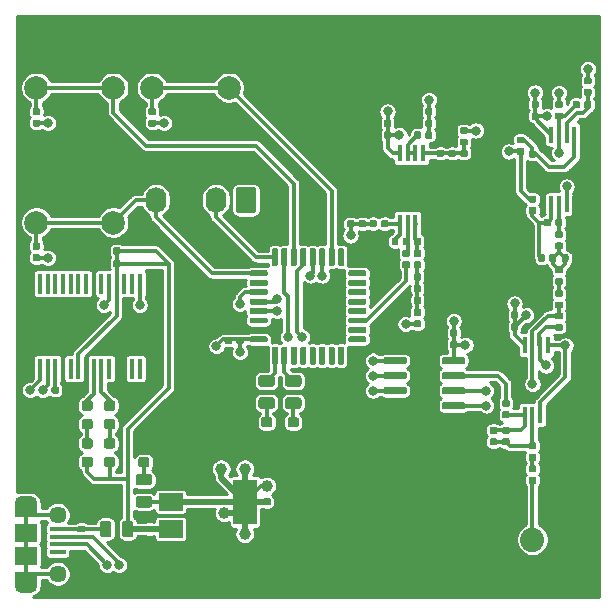
<source format=gbr>
G04 #@! TF.GenerationSoftware,KiCad,Pcbnew,(5.1.5)-3*
G04 #@! TF.CreationDate,2020-05-23T10:42:04+01:00*
G04 #@! TF.ProjectId,Chronos,4368726f-6e6f-4732-9e6b-696361645f70,X302*
G04 #@! TF.SameCoordinates,Original*
G04 #@! TF.FileFunction,Copper,L1,Top*
G04 #@! TF.FilePolarity,Positive*
%FSLAX46Y46*%
G04 Gerber Fmt 4.6, Leading zero omitted, Abs format (unit mm)*
G04 Created by KiCad (PCBNEW (5.1.5)-3) date 2020-05-23 10:42:04*
%MOMM*%
%LPD*%
G04 APERTURE LIST*
%ADD10C,0.100000*%
%ADD11R,0.450000X1.450000*%
%ADD12R,0.450000X1.750000*%
%ADD13R,2.000000X1.500000*%
%ADD14R,2.000000X3.800000*%
%ADD15C,2.000000*%
%ADD16C,2.250000*%
%ADD17C,2.050000*%
%ADD18O,1.740000X2.200000*%
%ADD19R,1.900000X1.200000*%
%ADD20O,1.900000X1.200000*%
%ADD21R,1.900000X1.500000*%
%ADD22C,1.450000*%
%ADD23R,1.350000X0.400000*%
%ADD24C,0.800000*%
%ADD25C,1.000000*%
%ADD26C,0.300000*%
%ADD27C,0.350000*%
%ADD28C,0.500000*%
%ADD29C,0.250000*%
G04 APERTURE END LIST*
G04 #@! TA.AperFunction,SMDPad,CuDef*
D10*
G36*
X225186958Y-126590710D02*
G01*
X225201276Y-126592834D01*
X225215317Y-126596351D01*
X225228946Y-126601228D01*
X225242031Y-126607417D01*
X225254447Y-126614858D01*
X225266073Y-126623481D01*
X225276798Y-126633202D01*
X225286519Y-126643927D01*
X225295142Y-126655553D01*
X225302583Y-126667969D01*
X225308772Y-126681054D01*
X225313649Y-126694683D01*
X225317166Y-126708724D01*
X225319290Y-126723042D01*
X225320000Y-126737500D01*
X225320000Y-127032500D01*
X225319290Y-127046958D01*
X225317166Y-127061276D01*
X225313649Y-127075317D01*
X225308772Y-127088946D01*
X225302583Y-127102031D01*
X225295142Y-127114447D01*
X225286519Y-127126073D01*
X225276798Y-127136798D01*
X225266073Y-127146519D01*
X225254447Y-127155142D01*
X225242031Y-127162583D01*
X225228946Y-127168772D01*
X225215317Y-127173649D01*
X225201276Y-127177166D01*
X225186958Y-127179290D01*
X225172500Y-127180000D01*
X224827500Y-127180000D01*
X224813042Y-127179290D01*
X224798724Y-127177166D01*
X224784683Y-127173649D01*
X224771054Y-127168772D01*
X224757969Y-127162583D01*
X224745553Y-127155142D01*
X224733927Y-127146519D01*
X224723202Y-127136798D01*
X224713481Y-127126073D01*
X224704858Y-127114447D01*
X224697417Y-127102031D01*
X224691228Y-127088946D01*
X224686351Y-127075317D01*
X224682834Y-127061276D01*
X224680710Y-127046958D01*
X224680000Y-127032500D01*
X224680000Y-126737500D01*
X224680710Y-126723042D01*
X224682834Y-126708724D01*
X224686351Y-126694683D01*
X224691228Y-126681054D01*
X224697417Y-126667969D01*
X224704858Y-126655553D01*
X224713481Y-126643927D01*
X224723202Y-126633202D01*
X224733927Y-126623481D01*
X224745553Y-126614858D01*
X224757969Y-126607417D01*
X224771054Y-126601228D01*
X224784683Y-126596351D01*
X224798724Y-126592834D01*
X224813042Y-126590710D01*
X224827500Y-126590000D01*
X225172500Y-126590000D01*
X225186958Y-126590710D01*
G37*
G04 #@! TD.AperFunction*
G04 #@! TA.AperFunction,SMDPad,CuDef*
G36*
X225186958Y-125620710D02*
G01*
X225201276Y-125622834D01*
X225215317Y-125626351D01*
X225228946Y-125631228D01*
X225242031Y-125637417D01*
X225254447Y-125644858D01*
X225266073Y-125653481D01*
X225276798Y-125663202D01*
X225286519Y-125673927D01*
X225295142Y-125685553D01*
X225302583Y-125697969D01*
X225308772Y-125711054D01*
X225313649Y-125724683D01*
X225317166Y-125738724D01*
X225319290Y-125753042D01*
X225320000Y-125767500D01*
X225320000Y-126062500D01*
X225319290Y-126076958D01*
X225317166Y-126091276D01*
X225313649Y-126105317D01*
X225308772Y-126118946D01*
X225302583Y-126132031D01*
X225295142Y-126144447D01*
X225286519Y-126156073D01*
X225276798Y-126166798D01*
X225266073Y-126176519D01*
X225254447Y-126185142D01*
X225242031Y-126192583D01*
X225228946Y-126198772D01*
X225215317Y-126203649D01*
X225201276Y-126207166D01*
X225186958Y-126209290D01*
X225172500Y-126210000D01*
X224827500Y-126210000D01*
X224813042Y-126209290D01*
X224798724Y-126207166D01*
X224784683Y-126203649D01*
X224771054Y-126198772D01*
X224757969Y-126192583D01*
X224745553Y-126185142D01*
X224733927Y-126176519D01*
X224723202Y-126166798D01*
X224713481Y-126156073D01*
X224704858Y-126144447D01*
X224697417Y-126132031D01*
X224691228Y-126118946D01*
X224686351Y-126105317D01*
X224682834Y-126091276D01*
X224680710Y-126076958D01*
X224680000Y-126062500D01*
X224680000Y-125767500D01*
X224680710Y-125753042D01*
X224682834Y-125738724D01*
X224686351Y-125724683D01*
X224691228Y-125711054D01*
X224697417Y-125697969D01*
X224704858Y-125685553D01*
X224713481Y-125673927D01*
X224723202Y-125663202D01*
X224733927Y-125653481D01*
X224745553Y-125644858D01*
X224757969Y-125637417D01*
X224771054Y-125631228D01*
X224784683Y-125626351D01*
X224798724Y-125622834D01*
X224813042Y-125620710D01*
X224827500Y-125620000D01*
X225172500Y-125620000D01*
X225186958Y-125620710D01*
G37*
G04 #@! TD.AperFunction*
G04 #@! TA.AperFunction,SMDPad,CuDef*
G36*
X186978207Y-152585710D02*
G01*
X186992525Y-152587834D01*
X187006566Y-152591351D01*
X187020195Y-152596228D01*
X187033280Y-152602417D01*
X187045696Y-152609858D01*
X187057322Y-152618481D01*
X187068047Y-152628202D01*
X187077768Y-152638927D01*
X187086391Y-152650553D01*
X187093832Y-152662969D01*
X187100021Y-152676054D01*
X187104898Y-152689683D01*
X187108415Y-152703724D01*
X187110539Y-152718042D01*
X187111249Y-152732500D01*
X187111249Y-153027500D01*
X187110539Y-153041958D01*
X187108415Y-153056276D01*
X187104898Y-153070317D01*
X187100021Y-153083946D01*
X187093832Y-153097031D01*
X187086391Y-153109447D01*
X187077768Y-153121073D01*
X187068047Y-153131798D01*
X187057322Y-153141519D01*
X187045696Y-153150142D01*
X187033280Y-153157583D01*
X187020195Y-153163772D01*
X187006566Y-153168649D01*
X186992525Y-153172166D01*
X186978207Y-153174290D01*
X186963749Y-153175000D01*
X186618749Y-153175000D01*
X186604291Y-153174290D01*
X186589973Y-153172166D01*
X186575932Y-153168649D01*
X186562303Y-153163772D01*
X186549218Y-153157583D01*
X186536802Y-153150142D01*
X186525176Y-153141519D01*
X186514451Y-153131798D01*
X186504730Y-153121073D01*
X186496107Y-153109447D01*
X186488666Y-153097031D01*
X186482477Y-153083946D01*
X186477600Y-153070317D01*
X186474083Y-153056276D01*
X186471959Y-153041958D01*
X186471249Y-153027500D01*
X186471249Y-152732500D01*
X186471959Y-152718042D01*
X186474083Y-152703724D01*
X186477600Y-152689683D01*
X186482477Y-152676054D01*
X186488666Y-152662969D01*
X186496107Y-152650553D01*
X186504730Y-152638927D01*
X186514451Y-152628202D01*
X186525176Y-152618481D01*
X186536802Y-152609858D01*
X186549218Y-152602417D01*
X186562303Y-152596228D01*
X186575932Y-152591351D01*
X186589973Y-152587834D01*
X186604291Y-152585710D01*
X186618749Y-152585000D01*
X186963749Y-152585000D01*
X186978207Y-152585710D01*
G37*
G04 #@! TD.AperFunction*
G04 #@! TA.AperFunction,SMDPad,CuDef*
G36*
X186978207Y-153555710D02*
G01*
X186992525Y-153557834D01*
X187006566Y-153561351D01*
X187020195Y-153566228D01*
X187033280Y-153572417D01*
X187045696Y-153579858D01*
X187057322Y-153588481D01*
X187068047Y-153598202D01*
X187077768Y-153608927D01*
X187086391Y-153620553D01*
X187093832Y-153632969D01*
X187100021Y-153646054D01*
X187104898Y-153659683D01*
X187108415Y-153673724D01*
X187110539Y-153688042D01*
X187111249Y-153702500D01*
X187111249Y-153997500D01*
X187110539Y-154011958D01*
X187108415Y-154026276D01*
X187104898Y-154040317D01*
X187100021Y-154053946D01*
X187093832Y-154067031D01*
X187086391Y-154079447D01*
X187077768Y-154091073D01*
X187068047Y-154101798D01*
X187057322Y-154111519D01*
X187045696Y-154120142D01*
X187033280Y-154127583D01*
X187020195Y-154133772D01*
X187006566Y-154138649D01*
X186992525Y-154142166D01*
X186978207Y-154144290D01*
X186963749Y-154145000D01*
X186618749Y-154145000D01*
X186604291Y-154144290D01*
X186589973Y-154142166D01*
X186575932Y-154138649D01*
X186562303Y-154133772D01*
X186549218Y-154127583D01*
X186536802Y-154120142D01*
X186525176Y-154111519D01*
X186514451Y-154101798D01*
X186504730Y-154091073D01*
X186496107Y-154079447D01*
X186488666Y-154067031D01*
X186482477Y-154053946D01*
X186477600Y-154040317D01*
X186474083Y-154026276D01*
X186471959Y-154011958D01*
X186471249Y-153997500D01*
X186471249Y-153702500D01*
X186471959Y-153688042D01*
X186474083Y-153673724D01*
X186477600Y-153659683D01*
X186482477Y-153646054D01*
X186488666Y-153632969D01*
X186496107Y-153620553D01*
X186504730Y-153608927D01*
X186514451Y-153598202D01*
X186525176Y-153588481D01*
X186536802Y-153579858D01*
X186549218Y-153572417D01*
X186562303Y-153566228D01*
X186575932Y-153561351D01*
X186589973Y-153557834D01*
X186604291Y-153555710D01*
X186618749Y-153555000D01*
X186963749Y-153555000D01*
X186978207Y-153555710D01*
G37*
G04 #@! TD.AperFunction*
G04 #@! TA.AperFunction,SMDPad,CuDef*
G36*
X227436958Y-117620710D02*
G01*
X227451276Y-117622834D01*
X227465317Y-117626351D01*
X227478946Y-117631228D01*
X227492031Y-117637417D01*
X227504447Y-117644858D01*
X227516073Y-117653481D01*
X227526798Y-117663202D01*
X227536519Y-117673927D01*
X227545142Y-117685553D01*
X227552583Y-117697969D01*
X227558772Y-117711054D01*
X227563649Y-117724683D01*
X227567166Y-117738724D01*
X227569290Y-117753042D01*
X227570000Y-117767500D01*
X227570000Y-118062500D01*
X227569290Y-118076958D01*
X227567166Y-118091276D01*
X227563649Y-118105317D01*
X227558772Y-118118946D01*
X227552583Y-118132031D01*
X227545142Y-118144447D01*
X227536519Y-118156073D01*
X227526798Y-118166798D01*
X227516073Y-118176519D01*
X227504447Y-118185142D01*
X227492031Y-118192583D01*
X227478946Y-118198772D01*
X227465317Y-118203649D01*
X227451276Y-118207166D01*
X227436958Y-118209290D01*
X227422500Y-118210000D01*
X227077500Y-118210000D01*
X227063042Y-118209290D01*
X227048724Y-118207166D01*
X227034683Y-118203649D01*
X227021054Y-118198772D01*
X227007969Y-118192583D01*
X226995553Y-118185142D01*
X226983927Y-118176519D01*
X226973202Y-118166798D01*
X226963481Y-118156073D01*
X226954858Y-118144447D01*
X226947417Y-118132031D01*
X226941228Y-118118946D01*
X226936351Y-118105317D01*
X226932834Y-118091276D01*
X226930710Y-118076958D01*
X226930000Y-118062500D01*
X226930000Y-117767500D01*
X226930710Y-117753042D01*
X226932834Y-117738724D01*
X226936351Y-117724683D01*
X226941228Y-117711054D01*
X226947417Y-117697969D01*
X226954858Y-117685553D01*
X226963481Y-117673927D01*
X226973202Y-117663202D01*
X226983927Y-117653481D01*
X226995553Y-117644858D01*
X227007969Y-117637417D01*
X227021054Y-117631228D01*
X227034683Y-117626351D01*
X227048724Y-117622834D01*
X227063042Y-117620710D01*
X227077500Y-117620000D01*
X227422500Y-117620000D01*
X227436958Y-117620710D01*
G37*
G04 #@! TD.AperFunction*
G04 #@! TA.AperFunction,SMDPad,CuDef*
G36*
X227436958Y-118590710D02*
G01*
X227451276Y-118592834D01*
X227465317Y-118596351D01*
X227478946Y-118601228D01*
X227492031Y-118607417D01*
X227504447Y-118614858D01*
X227516073Y-118623481D01*
X227526798Y-118633202D01*
X227536519Y-118643927D01*
X227545142Y-118655553D01*
X227552583Y-118667969D01*
X227558772Y-118681054D01*
X227563649Y-118694683D01*
X227567166Y-118708724D01*
X227569290Y-118723042D01*
X227570000Y-118737500D01*
X227570000Y-119032500D01*
X227569290Y-119046958D01*
X227567166Y-119061276D01*
X227563649Y-119075317D01*
X227558772Y-119088946D01*
X227552583Y-119102031D01*
X227545142Y-119114447D01*
X227536519Y-119126073D01*
X227526798Y-119136798D01*
X227516073Y-119146519D01*
X227504447Y-119155142D01*
X227492031Y-119162583D01*
X227478946Y-119168772D01*
X227465317Y-119173649D01*
X227451276Y-119177166D01*
X227436958Y-119179290D01*
X227422500Y-119180000D01*
X227077500Y-119180000D01*
X227063042Y-119179290D01*
X227048724Y-119177166D01*
X227034683Y-119173649D01*
X227021054Y-119168772D01*
X227007969Y-119162583D01*
X226995553Y-119155142D01*
X226983927Y-119146519D01*
X226973202Y-119136798D01*
X226963481Y-119126073D01*
X226954858Y-119114447D01*
X226947417Y-119102031D01*
X226941228Y-119088946D01*
X226936351Y-119075317D01*
X226932834Y-119061276D01*
X226930710Y-119046958D01*
X226930000Y-119032500D01*
X226930000Y-118737500D01*
X226930710Y-118723042D01*
X226932834Y-118708724D01*
X226936351Y-118694683D01*
X226941228Y-118681054D01*
X226947417Y-118667969D01*
X226954858Y-118655553D01*
X226963481Y-118643927D01*
X226973202Y-118633202D01*
X226983927Y-118623481D01*
X226995553Y-118614858D01*
X227007969Y-118607417D01*
X227021054Y-118601228D01*
X227034683Y-118596351D01*
X227048724Y-118592834D01*
X227063042Y-118590710D01*
X227077500Y-118590000D01*
X227422500Y-118590000D01*
X227436958Y-118590710D01*
G37*
G04 #@! TD.AperFunction*
G04 #@! TA.AperFunction,SMDPad,CuDef*
G36*
X192786958Y-154525710D02*
G01*
X192801276Y-154527834D01*
X192815317Y-154531351D01*
X192828946Y-154536228D01*
X192842031Y-154542417D01*
X192854447Y-154549858D01*
X192866073Y-154558481D01*
X192876798Y-154568202D01*
X192886519Y-154578927D01*
X192895142Y-154590553D01*
X192902583Y-154602969D01*
X192908772Y-154616054D01*
X192913649Y-154629683D01*
X192917166Y-154643724D01*
X192919290Y-154658042D01*
X192920000Y-154672500D01*
X192920000Y-154967500D01*
X192919290Y-154981958D01*
X192917166Y-154996276D01*
X192913649Y-155010317D01*
X192908772Y-155023946D01*
X192902583Y-155037031D01*
X192895142Y-155049447D01*
X192886519Y-155061073D01*
X192876798Y-155071798D01*
X192866073Y-155081519D01*
X192854447Y-155090142D01*
X192842031Y-155097583D01*
X192828946Y-155103772D01*
X192815317Y-155108649D01*
X192801276Y-155112166D01*
X192786958Y-155114290D01*
X192772500Y-155115000D01*
X192427500Y-155115000D01*
X192413042Y-155114290D01*
X192398724Y-155112166D01*
X192384683Y-155108649D01*
X192371054Y-155103772D01*
X192357969Y-155097583D01*
X192345553Y-155090142D01*
X192333927Y-155081519D01*
X192323202Y-155071798D01*
X192313481Y-155061073D01*
X192304858Y-155049447D01*
X192297417Y-155037031D01*
X192291228Y-155023946D01*
X192286351Y-155010317D01*
X192282834Y-154996276D01*
X192280710Y-154981958D01*
X192280000Y-154967500D01*
X192280000Y-154672500D01*
X192280710Y-154658042D01*
X192282834Y-154643724D01*
X192286351Y-154629683D01*
X192291228Y-154616054D01*
X192297417Y-154602969D01*
X192304858Y-154590553D01*
X192313481Y-154578927D01*
X192323202Y-154568202D01*
X192333927Y-154558481D01*
X192345553Y-154549858D01*
X192357969Y-154542417D01*
X192371054Y-154536228D01*
X192384683Y-154531351D01*
X192398724Y-154527834D01*
X192413042Y-154525710D01*
X192427500Y-154525000D01*
X192772500Y-154525000D01*
X192786958Y-154525710D01*
G37*
G04 #@! TD.AperFunction*
G04 #@! TA.AperFunction,SMDPad,CuDef*
G36*
X192786958Y-153555710D02*
G01*
X192801276Y-153557834D01*
X192815317Y-153561351D01*
X192828946Y-153566228D01*
X192842031Y-153572417D01*
X192854447Y-153579858D01*
X192866073Y-153588481D01*
X192876798Y-153598202D01*
X192886519Y-153608927D01*
X192895142Y-153620553D01*
X192902583Y-153632969D01*
X192908772Y-153646054D01*
X192913649Y-153659683D01*
X192917166Y-153673724D01*
X192919290Y-153688042D01*
X192920000Y-153702500D01*
X192920000Y-153997500D01*
X192919290Y-154011958D01*
X192917166Y-154026276D01*
X192913649Y-154040317D01*
X192908772Y-154053946D01*
X192902583Y-154067031D01*
X192895142Y-154079447D01*
X192886519Y-154091073D01*
X192876798Y-154101798D01*
X192866073Y-154111519D01*
X192854447Y-154120142D01*
X192842031Y-154127583D01*
X192828946Y-154133772D01*
X192815317Y-154138649D01*
X192801276Y-154142166D01*
X192786958Y-154144290D01*
X192772500Y-154145000D01*
X192427500Y-154145000D01*
X192413042Y-154144290D01*
X192398724Y-154142166D01*
X192384683Y-154138649D01*
X192371054Y-154133772D01*
X192357969Y-154127583D01*
X192345553Y-154120142D01*
X192333927Y-154111519D01*
X192323202Y-154101798D01*
X192313481Y-154091073D01*
X192304858Y-154079447D01*
X192297417Y-154067031D01*
X192291228Y-154053946D01*
X192286351Y-154040317D01*
X192282834Y-154026276D01*
X192280710Y-154011958D01*
X192280000Y-153997500D01*
X192280000Y-153702500D01*
X192280710Y-153688042D01*
X192282834Y-153673724D01*
X192286351Y-153659683D01*
X192291228Y-153646054D01*
X192297417Y-153632969D01*
X192304858Y-153620553D01*
X192313481Y-153608927D01*
X192323202Y-153598202D01*
X192333927Y-153588481D01*
X192345553Y-153579858D01*
X192357969Y-153572417D01*
X192371054Y-153566228D01*
X192384683Y-153561351D01*
X192398724Y-153557834D01*
X192413042Y-153555710D01*
X192427500Y-153555000D01*
X192772500Y-153555000D01*
X192786958Y-153555710D01*
G37*
G04 #@! TD.AperFunction*
G04 #@! TA.AperFunction,SMDPad,CuDef*
G36*
X202711958Y-152225710D02*
G01*
X202726276Y-152227834D01*
X202740317Y-152231351D01*
X202753946Y-152236228D01*
X202767031Y-152242417D01*
X202779447Y-152249858D01*
X202791073Y-152258481D01*
X202801798Y-152268202D01*
X202811519Y-152278927D01*
X202820142Y-152290553D01*
X202827583Y-152302969D01*
X202833772Y-152316054D01*
X202838649Y-152329683D01*
X202842166Y-152343724D01*
X202844290Y-152358042D01*
X202845000Y-152372500D01*
X202845000Y-152667500D01*
X202844290Y-152681958D01*
X202842166Y-152696276D01*
X202838649Y-152710317D01*
X202833772Y-152723946D01*
X202827583Y-152737031D01*
X202820142Y-152749447D01*
X202811519Y-152761073D01*
X202801798Y-152771798D01*
X202791073Y-152781519D01*
X202779447Y-152790142D01*
X202767031Y-152797583D01*
X202753946Y-152803772D01*
X202740317Y-152808649D01*
X202726276Y-152812166D01*
X202711958Y-152814290D01*
X202697500Y-152815000D01*
X202352500Y-152815000D01*
X202338042Y-152814290D01*
X202323724Y-152812166D01*
X202309683Y-152808649D01*
X202296054Y-152803772D01*
X202282969Y-152797583D01*
X202270553Y-152790142D01*
X202258927Y-152781519D01*
X202248202Y-152771798D01*
X202238481Y-152761073D01*
X202229858Y-152749447D01*
X202222417Y-152737031D01*
X202216228Y-152723946D01*
X202211351Y-152710317D01*
X202207834Y-152696276D01*
X202205710Y-152681958D01*
X202205000Y-152667500D01*
X202205000Y-152372500D01*
X202205710Y-152358042D01*
X202207834Y-152343724D01*
X202211351Y-152329683D01*
X202216228Y-152316054D01*
X202222417Y-152302969D01*
X202229858Y-152290553D01*
X202238481Y-152278927D01*
X202248202Y-152268202D01*
X202258927Y-152258481D01*
X202270553Y-152249858D01*
X202282969Y-152242417D01*
X202296054Y-152236228D01*
X202309683Y-152231351D01*
X202323724Y-152227834D01*
X202338042Y-152225710D01*
X202352500Y-152225000D01*
X202697500Y-152225000D01*
X202711958Y-152225710D01*
G37*
G04 #@! TD.AperFunction*
G04 #@! TA.AperFunction,SMDPad,CuDef*
G36*
X202711958Y-151255710D02*
G01*
X202726276Y-151257834D01*
X202740317Y-151261351D01*
X202753946Y-151266228D01*
X202767031Y-151272417D01*
X202779447Y-151279858D01*
X202791073Y-151288481D01*
X202801798Y-151298202D01*
X202811519Y-151308927D01*
X202820142Y-151320553D01*
X202827583Y-151332969D01*
X202833772Y-151346054D01*
X202838649Y-151359683D01*
X202842166Y-151373724D01*
X202844290Y-151388042D01*
X202845000Y-151402500D01*
X202845000Y-151697500D01*
X202844290Y-151711958D01*
X202842166Y-151726276D01*
X202838649Y-151740317D01*
X202833772Y-151753946D01*
X202827583Y-151767031D01*
X202820142Y-151779447D01*
X202811519Y-151791073D01*
X202801798Y-151801798D01*
X202791073Y-151811519D01*
X202779447Y-151820142D01*
X202767031Y-151827583D01*
X202753946Y-151833772D01*
X202740317Y-151838649D01*
X202726276Y-151842166D01*
X202711958Y-151844290D01*
X202697500Y-151845000D01*
X202352500Y-151845000D01*
X202338042Y-151844290D01*
X202323724Y-151842166D01*
X202309683Y-151838649D01*
X202296054Y-151833772D01*
X202282969Y-151827583D01*
X202270553Y-151820142D01*
X202258927Y-151811519D01*
X202248202Y-151801798D01*
X202238481Y-151791073D01*
X202229858Y-151779447D01*
X202222417Y-151767031D01*
X202216228Y-151753946D01*
X202211351Y-151740317D01*
X202207834Y-151726276D01*
X202205710Y-151711958D01*
X202205000Y-151697500D01*
X202205000Y-151402500D01*
X202205710Y-151388042D01*
X202207834Y-151373724D01*
X202211351Y-151359683D01*
X202216228Y-151346054D01*
X202222417Y-151332969D01*
X202229858Y-151320553D01*
X202238481Y-151308927D01*
X202248202Y-151298202D01*
X202258927Y-151288481D01*
X202270553Y-151279858D01*
X202282969Y-151272417D01*
X202296054Y-151266228D01*
X202309683Y-151261351D01*
X202323724Y-151257834D01*
X202338042Y-151255710D01*
X202352500Y-151255000D01*
X202697500Y-151255000D01*
X202711958Y-151255710D01*
G37*
G04 #@! TD.AperFunction*
D11*
X213775000Y-122050000D03*
X214425000Y-122050000D03*
X215075000Y-122050000D03*
X215725000Y-122050000D03*
X215725000Y-127950000D03*
X215075000Y-127950000D03*
X214425000Y-127950000D03*
X213775000Y-127950000D03*
X226600000Y-120450000D03*
X227250000Y-120450000D03*
X227900000Y-120450000D03*
X228550000Y-120450000D03*
X228550000Y-126350000D03*
X227900000Y-126350000D03*
X227250000Y-126350000D03*
X226600000Y-126350000D03*
G04 #@! TA.AperFunction,SMDPad,CuDef*
D10*
G36*
X219164703Y-139295722D02*
G01*
X219179264Y-139297882D01*
X219193543Y-139301459D01*
X219207403Y-139306418D01*
X219220710Y-139312712D01*
X219233336Y-139320280D01*
X219245159Y-139329048D01*
X219256066Y-139338934D01*
X219265952Y-139349841D01*
X219274720Y-139361664D01*
X219282288Y-139374290D01*
X219288582Y-139387597D01*
X219293541Y-139401457D01*
X219297118Y-139415736D01*
X219299278Y-139430297D01*
X219300000Y-139445000D01*
X219300000Y-139745000D01*
X219299278Y-139759703D01*
X219297118Y-139774264D01*
X219293541Y-139788543D01*
X219288582Y-139802403D01*
X219282288Y-139815710D01*
X219274720Y-139828336D01*
X219265952Y-139840159D01*
X219256066Y-139851066D01*
X219245159Y-139860952D01*
X219233336Y-139869720D01*
X219220710Y-139877288D01*
X219207403Y-139883582D01*
X219193543Y-139888541D01*
X219179264Y-139892118D01*
X219164703Y-139894278D01*
X219150000Y-139895000D01*
X217500000Y-139895000D01*
X217485297Y-139894278D01*
X217470736Y-139892118D01*
X217456457Y-139888541D01*
X217442597Y-139883582D01*
X217429290Y-139877288D01*
X217416664Y-139869720D01*
X217404841Y-139860952D01*
X217393934Y-139851066D01*
X217384048Y-139840159D01*
X217375280Y-139828336D01*
X217367712Y-139815710D01*
X217361418Y-139802403D01*
X217356459Y-139788543D01*
X217352882Y-139774264D01*
X217350722Y-139759703D01*
X217350000Y-139745000D01*
X217350000Y-139445000D01*
X217350722Y-139430297D01*
X217352882Y-139415736D01*
X217356459Y-139401457D01*
X217361418Y-139387597D01*
X217367712Y-139374290D01*
X217375280Y-139361664D01*
X217384048Y-139349841D01*
X217393934Y-139338934D01*
X217404841Y-139329048D01*
X217416664Y-139320280D01*
X217429290Y-139312712D01*
X217442597Y-139306418D01*
X217456457Y-139301459D01*
X217470736Y-139297882D01*
X217485297Y-139295722D01*
X217500000Y-139295000D01*
X219150000Y-139295000D01*
X219164703Y-139295722D01*
G37*
G04 #@! TD.AperFunction*
G04 #@! TA.AperFunction,SMDPad,CuDef*
G36*
X219164703Y-140565722D02*
G01*
X219179264Y-140567882D01*
X219193543Y-140571459D01*
X219207403Y-140576418D01*
X219220710Y-140582712D01*
X219233336Y-140590280D01*
X219245159Y-140599048D01*
X219256066Y-140608934D01*
X219265952Y-140619841D01*
X219274720Y-140631664D01*
X219282288Y-140644290D01*
X219288582Y-140657597D01*
X219293541Y-140671457D01*
X219297118Y-140685736D01*
X219299278Y-140700297D01*
X219300000Y-140715000D01*
X219300000Y-141015000D01*
X219299278Y-141029703D01*
X219297118Y-141044264D01*
X219293541Y-141058543D01*
X219288582Y-141072403D01*
X219282288Y-141085710D01*
X219274720Y-141098336D01*
X219265952Y-141110159D01*
X219256066Y-141121066D01*
X219245159Y-141130952D01*
X219233336Y-141139720D01*
X219220710Y-141147288D01*
X219207403Y-141153582D01*
X219193543Y-141158541D01*
X219179264Y-141162118D01*
X219164703Y-141164278D01*
X219150000Y-141165000D01*
X217500000Y-141165000D01*
X217485297Y-141164278D01*
X217470736Y-141162118D01*
X217456457Y-141158541D01*
X217442597Y-141153582D01*
X217429290Y-141147288D01*
X217416664Y-141139720D01*
X217404841Y-141130952D01*
X217393934Y-141121066D01*
X217384048Y-141110159D01*
X217375280Y-141098336D01*
X217367712Y-141085710D01*
X217361418Y-141072403D01*
X217356459Y-141058543D01*
X217352882Y-141044264D01*
X217350722Y-141029703D01*
X217350000Y-141015000D01*
X217350000Y-140715000D01*
X217350722Y-140700297D01*
X217352882Y-140685736D01*
X217356459Y-140671457D01*
X217361418Y-140657597D01*
X217367712Y-140644290D01*
X217375280Y-140631664D01*
X217384048Y-140619841D01*
X217393934Y-140608934D01*
X217404841Y-140599048D01*
X217416664Y-140590280D01*
X217429290Y-140582712D01*
X217442597Y-140576418D01*
X217456457Y-140571459D01*
X217470736Y-140567882D01*
X217485297Y-140565722D01*
X217500000Y-140565000D01*
X219150000Y-140565000D01*
X219164703Y-140565722D01*
G37*
G04 #@! TD.AperFunction*
G04 #@! TA.AperFunction,SMDPad,CuDef*
G36*
X219164703Y-141835722D02*
G01*
X219179264Y-141837882D01*
X219193543Y-141841459D01*
X219207403Y-141846418D01*
X219220710Y-141852712D01*
X219233336Y-141860280D01*
X219245159Y-141869048D01*
X219256066Y-141878934D01*
X219265952Y-141889841D01*
X219274720Y-141901664D01*
X219282288Y-141914290D01*
X219288582Y-141927597D01*
X219293541Y-141941457D01*
X219297118Y-141955736D01*
X219299278Y-141970297D01*
X219300000Y-141985000D01*
X219300000Y-142285000D01*
X219299278Y-142299703D01*
X219297118Y-142314264D01*
X219293541Y-142328543D01*
X219288582Y-142342403D01*
X219282288Y-142355710D01*
X219274720Y-142368336D01*
X219265952Y-142380159D01*
X219256066Y-142391066D01*
X219245159Y-142400952D01*
X219233336Y-142409720D01*
X219220710Y-142417288D01*
X219207403Y-142423582D01*
X219193543Y-142428541D01*
X219179264Y-142432118D01*
X219164703Y-142434278D01*
X219150000Y-142435000D01*
X217500000Y-142435000D01*
X217485297Y-142434278D01*
X217470736Y-142432118D01*
X217456457Y-142428541D01*
X217442597Y-142423582D01*
X217429290Y-142417288D01*
X217416664Y-142409720D01*
X217404841Y-142400952D01*
X217393934Y-142391066D01*
X217384048Y-142380159D01*
X217375280Y-142368336D01*
X217367712Y-142355710D01*
X217361418Y-142342403D01*
X217356459Y-142328543D01*
X217352882Y-142314264D01*
X217350722Y-142299703D01*
X217350000Y-142285000D01*
X217350000Y-141985000D01*
X217350722Y-141970297D01*
X217352882Y-141955736D01*
X217356459Y-141941457D01*
X217361418Y-141927597D01*
X217367712Y-141914290D01*
X217375280Y-141901664D01*
X217384048Y-141889841D01*
X217393934Y-141878934D01*
X217404841Y-141869048D01*
X217416664Y-141860280D01*
X217429290Y-141852712D01*
X217442597Y-141846418D01*
X217456457Y-141841459D01*
X217470736Y-141837882D01*
X217485297Y-141835722D01*
X217500000Y-141835000D01*
X219150000Y-141835000D01*
X219164703Y-141835722D01*
G37*
G04 #@! TD.AperFunction*
G04 #@! TA.AperFunction,SMDPad,CuDef*
G36*
X219164703Y-143105722D02*
G01*
X219179264Y-143107882D01*
X219193543Y-143111459D01*
X219207403Y-143116418D01*
X219220710Y-143122712D01*
X219233336Y-143130280D01*
X219245159Y-143139048D01*
X219256066Y-143148934D01*
X219265952Y-143159841D01*
X219274720Y-143171664D01*
X219282288Y-143184290D01*
X219288582Y-143197597D01*
X219293541Y-143211457D01*
X219297118Y-143225736D01*
X219299278Y-143240297D01*
X219300000Y-143255000D01*
X219300000Y-143555000D01*
X219299278Y-143569703D01*
X219297118Y-143584264D01*
X219293541Y-143598543D01*
X219288582Y-143612403D01*
X219282288Y-143625710D01*
X219274720Y-143638336D01*
X219265952Y-143650159D01*
X219256066Y-143661066D01*
X219245159Y-143670952D01*
X219233336Y-143679720D01*
X219220710Y-143687288D01*
X219207403Y-143693582D01*
X219193543Y-143698541D01*
X219179264Y-143702118D01*
X219164703Y-143704278D01*
X219150000Y-143705000D01*
X217500000Y-143705000D01*
X217485297Y-143704278D01*
X217470736Y-143702118D01*
X217456457Y-143698541D01*
X217442597Y-143693582D01*
X217429290Y-143687288D01*
X217416664Y-143679720D01*
X217404841Y-143670952D01*
X217393934Y-143661066D01*
X217384048Y-143650159D01*
X217375280Y-143638336D01*
X217367712Y-143625710D01*
X217361418Y-143612403D01*
X217356459Y-143598543D01*
X217352882Y-143584264D01*
X217350722Y-143569703D01*
X217350000Y-143555000D01*
X217350000Y-143255000D01*
X217350722Y-143240297D01*
X217352882Y-143225736D01*
X217356459Y-143211457D01*
X217361418Y-143197597D01*
X217367712Y-143184290D01*
X217375280Y-143171664D01*
X217384048Y-143159841D01*
X217393934Y-143148934D01*
X217404841Y-143139048D01*
X217416664Y-143130280D01*
X217429290Y-143122712D01*
X217442597Y-143116418D01*
X217456457Y-143111459D01*
X217470736Y-143107882D01*
X217485297Y-143105722D01*
X217500000Y-143105000D01*
X219150000Y-143105000D01*
X219164703Y-143105722D01*
G37*
G04 #@! TD.AperFunction*
G04 #@! TA.AperFunction,SMDPad,CuDef*
G36*
X214214703Y-143105722D02*
G01*
X214229264Y-143107882D01*
X214243543Y-143111459D01*
X214257403Y-143116418D01*
X214270710Y-143122712D01*
X214283336Y-143130280D01*
X214295159Y-143139048D01*
X214306066Y-143148934D01*
X214315952Y-143159841D01*
X214324720Y-143171664D01*
X214332288Y-143184290D01*
X214338582Y-143197597D01*
X214343541Y-143211457D01*
X214347118Y-143225736D01*
X214349278Y-143240297D01*
X214350000Y-143255000D01*
X214350000Y-143555000D01*
X214349278Y-143569703D01*
X214347118Y-143584264D01*
X214343541Y-143598543D01*
X214338582Y-143612403D01*
X214332288Y-143625710D01*
X214324720Y-143638336D01*
X214315952Y-143650159D01*
X214306066Y-143661066D01*
X214295159Y-143670952D01*
X214283336Y-143679720D01*
X214270710Y-143687288D01*
X214257403Y-143693582D01*
X214243543Y-143698541D01*
X214229264Y-143702118D01*
X214214703Y-143704278D01*
X214200000Y-143705000D01*
X212550000Y-143705000D01*
X212535297Y-143704278D01*
X212520736Y-143702118D01*
X212506457Y-143698541D01*
X212492597Y-143693582D01*
X212479290Y-143687288D01*
X212466664Y-143679720D01*
X212454841Y-143670952D01*
X212443934Y-143661066D01*
X212434048Y-143650159D01*
X212425280Y-143638336D01*
X212417712Y-143625710D01*
X212411418Y-143612403D01*
X212406459Y-143598543D01*
X212402882Y-143584264D01*
X212400722Y-143569703D01*
X212400000Y-143555000D01*
X212400000Y-143255000D01*
X212400722Y-143240297D01*
X212402882Y-143225736D01*
X212406459Y-143211457D01*
X212411418Y-143197597D01*
X212417712Y-143184290D01*
X212425280Y-143171664D01*
X212434048Y-143159841D01*
X212443934Y-143148934D01*
X212454841Y-143139048D01*
X212466664Y-143130280D01*
X212479290Y-143122712D01*
X212492597Y-143116418D01*
X212506457Y-143111459D01*
X212520736Y-143107882D01*
X212535297Y-143105722D01*
X212550000Y-143105000D01*
X214200000Y-143105000D01*
X214214703Y-143105722D01*
G37*
G04 #@! TD.AperFunction*
G04 #@! TA.AperFunction,SMDPad,CuDef*
G36*
X214214703Y-141835722D02*
G01*
X214229264Y-141837882D01*
X214243543Y-141841459D01*
X214257403Y-141846418D01*
X214270710Y-141852712D01*
X214283336Y-141860280D01*
X214295159Y-141869048D01*
X214306066Y-141878934D01*
X214315952Y-141889841D01*
X214324720Y-141901664D01*
X214332288Y-141914290D01*
X214338582Y-141927597D01*
X214343541Y-141941457D01*
X214347118Y-141955736D01*
X214349278Y-141970297D01*
X214350000Y-141985000D01*
X214350000Y-142285000D01*
X214349278Y-142299703D01*
X214347118Y-142314264D01*
X214343541Y-142328543D01*
X214338582Y-142342403D01*
X214332288Y-142355710D01*
X214324720Y-142368336D01*
X214315952Y-142380159D01*
X214306066Y-142391066D01*
X214295159Y-142400952D01*
X214283336Y-142409720D01*
X214270710Y-142417288D01*
X214257403Y-142423582D01*
X214243543Y-142428541D01*
X214229264Y-142432118D01*
X214214703Y-142434278D01*
X214200000Y-142435000D01*
X212550000Y-142435000D01*
X212535297Y-142434278D01*
X212520736Y-142432118D01*
X212506457Y-142428541D01*
X212492597Y-142423582D01*
X212479290Y-142417288D01*
X212466664Y-142409720D01*
X212454841Y-142400952D01*
X212443934Y-142391066D01*
X212434048Y-142380159D01*
X212425280Y-142368336D01*
X212417712Y-142355710D01*
X212411418Y-142342403D01*
X212406459Y-142328543D01*
X212402882Y-142314264D01*
X212400722Y-142299703D01*
X212400000Y-142285000D01*
X212400000Y-141985000D01*
X212400722Y-141970297D01*
X212402882Y-141955736D01*
X212406459Y-141941457D01*
X212411418Y-141927597D01*
X212417712Y-141914290D01*
X212425280Y-141901664D01*
X212434048Y-141889841D01*
X212443934Y-141878934D01*
X212454841Y-141869048D01*
X212466664Y-141860280D01*
X212479290Y-141852712D01*
X212492597Y-141846418D01*
X212506457Y-141841459D01*
X212520736Y-141837882D01*
X212535297Y-141835722D01*
X212550000Y-141835000D01*
X214200000Y-141835000D01*
X214214703Y-141835722D01*
G37*
G04 #@! TD.AperFunction*
G04 #@! TA.AperFunction,SMDPad,CuDef*
G36*
X214214703Y-140565722D02*
G01*
X214229264Y-140567882D01*
X214243543Y-140571459D01*
X214257403Y-140576418D01*
X214270710Y-140582712D01*
X214283336Y-140590280D01*
X214295159Y-140599048D01*
X214306066Y-140608934D01*
X214315952Y-140619841D01*
X214324720Y-140631664D01*
X214332288Y-140644290D01*
X214338582Y-140657597D01*
X214343541Y-140671457D01*
X214347118Y-140685736D01*
X214349278Y-140700297D01*
X214350000Y-140715000D01*
X214350000Y-141015000D01*
X214349278Y-141029703D01*
X214347118Y-141044264D01*
X214343541Y-141058543D01*
X214338582Y-141072403D01*
X214332288Y-141085710D01*
X214324720Y-141098336D01*
X214315952Y-141110159D01*
X214306066Y-141121066D01*
X214295159Y-141130952D01*
X214283336Y-141139720D01*
X214270710Y-141147288D01*
X214257403Y-141153582D01*
X214243543Y-141158541D01*
X214229264Y-141162118D01*
X214214703Y-141164278D01*
X214200000Y-141165000D01*
X212550000Y-141165000D01*
X212535297Y-141164278D01*
X212520736Y-141162118D01*
X212506457Y-141158541D01*
X212492597Y-141153582D01*
X212479290Y-141147288D01*
X212466664Y-141139720D01*
X212454841Y-141130952D01*
X212443934Y-141121066D01*
X212434048Y-141110159D01*
X212425280Y-141098336D01*
X212417712Y-141085710D01*
X212411418Y-141072403D01*
X212406459Y-141058543D01*
X212402882Y-141044264D01*
X212400722Y-141029703D01*
X212400000Y-141015000D01*
X212400000Y-140715000D01*
X212400722Y-140700297D01*
X212402882Y-140685736D01*
X212406459Y-140671457D01*
X212411418Y-140657597D01*
X212417712Y-140644290D01*
X212425280Y-140631664D01*
X212434048Y-140619841D01*
X212443934Y-140608934D01*
X212454841Y-140599048D01*
X212466664Y-140590280D01*
X212479290Y-140582712D01*
X212492597Y-140576418D01*
X212506457Y-140571459D01*
X212520736Y-140567882D01*
X212535297Y-140565722D01*
X212550000Y-140565000D01*
X214200000Y-140565000D01*
X214214703Y-140565722D01*
G37*
G04 #@! TD.AperFunction*
G04 #@! TA.AperFunction,SMDPad,CuDef*
G36*
X214214703Y-139295722D02*
G01*
X214229264Y-139297882D01*
X214243543Y-139301459D01*
X214257403Y-139306418D01*
X214270710Y-139312712D01*
X214283336Y-139320280D01*
X214295159Y-139329048D01*
X214306066Y-139338934D01*
X214315952Y-139349841D01*
X214324720Y-139361664D01*
X214332288Y-139374290D01*
X214338582Y-139387597D01*
X214343541Y-139401457D01*
X214347118Y-139415736D01*
X214349278Y-139430297D01*
X214350000Y-139445000D01*
X214350000Y-139745000D01*
X214349278Y-139759703D01*
X214347118Y-139774264D01*
X214343541Y-139788543D01*
X214338582Y-139802403D01*
X214332288Y-139815710D01*
X214324720Y-139828336D01*
X214315952Y-139840159D01*
X214306066Y-139851066D01*
X214295159Y-139860952D01*
X214283336Y-139869720D01*
X214270710Y-139877288D01*
X214257403Y-139883582D01*
X214243543Y-139888541D01*
X214229264Y-139892118D01*
X214214703Y-139894278D01*
X214200000Y-139895000D01*
X212550000Y-139895000D01*
X212535297Y-139894278D01*
X212520736Y-139892118D01*
X212506457Y-139888541D01*
X212492597Y-139883582D01*
X212479290Y-139877288D01*
X212466664Y-139869720D01*
X212454841Y-139860952D01*
X212443934Y-139851066D01*
X212434048Y-139840159D01*
X212425280Y-139828336D01*
X212417712Y-139815710D01*
X212411418Y-139802403D01*
X212406459Y-139788543D01*
X212402882Y-139774264D01*
X212400722Y-139759703D01*
X212400000Y-139745000D01*
X212400000Y-139445000D01*
X212400722Y-139430297D01*
X212402882Y-139415736D01*
X212406459Y-139401457D01*
X212411418Y-139387597D01*
X212417712Y-139374290D01*
X212425280Y-139361664D01*
X212434048Y-139349841D01*
X212443934Y-139338934D01*
X212454841Y-139329048D01*
X212466664Y-139320280D01*
X212479290Y-139312712D01*
X212492597Y-139306418D01*
X212506457Y-139301459D01*
X212520736Y-139297882D01*
X212535297Y-139295722D01*
X212550000Y-139295000D01*
X214200000Y-139295000D01*
X214214703Y-139295722D01*
G37*
G04 #@! TD.AperFunction*
D11*
X224350000Y-138300000D03*
X225000000Y-138300000D03*
X225650000Y-138300000D03*
X226300000Y-138300000D03*
X226300000Y-144200000D03*
X225650000Y-144200000D03*
X225000000Y-144200000D03*
X224350000Y-144200000D03*
D12*
X191750000Y-140275000D03*
X191100000Y-140275000D03*
X190450000Y-140275000D03*
X189800000Y-140275000D03*
X189150000Y-140275000D03*
X188500000Y-140275000D03*
X187850000Y-140275000D03*
X187200000Y-140275000D03*
X186550000Y-140275000D03*
X185900000Y-140275000D03*
X185250000Y-140275000D03*
X184600000Y-140275000D03*
X183950000Y-140275000D03*
X183300000Y-140275000D03*
X183300000Y-133075000D03*
X183950000Y-133075000D03*
X184600000Y-133075000D03*
X185250000Y-133075000D03*
X185900000Y-133075000D03*
X186550000Y-133075000D03*
X187200000Y-133075000D03*
X187850000Y-133075000D03*
X188500000Y-133075000D03*
X189150000Y-133075000D03*
X189800000Y-133075000D03*
X190450000Y-133075000D03*
X191100000Y-133075000D03*
X191750000Y-133075000D03*
D13*
X194375000Y-149250000D03*
X194375000Y-153850000D03*
X194375000Y-151550000D03*
D14*
X200675000Y-151550000D03*
G04 #@! TA.AperFunction,SMDPad,CuDef*
D10*
G36*
X203337252Y-130075602D02*
G01*
X203349386Y-130077402D01*
X203361286Y-130080382D01*
X203372835Y-130084515D01*
X203383925Y-130089760D01*
X203394446Y-130096066D01*
X203404299Y-130103374D01*
X203413388Y-130111612D01*
X203421626Y-130120701D01*
X203428934Y-130130554D01*
X203435240Y-130141075D01*
X203440485Y-130152165D01*
X203444618Y-130163714D01*
X203447598Y-130175614D01*
X203449398Y-130187748D01*
X203450000Y-130200000D01*
X203450000Y-131450000D01*
X203449398Y-131462252D01*
X203447598Y-131474386D01*
X203444618Y-131486286D01*
X203440485Y-131497835D01*
X203435240Y-131508925D01*
X203428934Y-131519446D01*
X203421626Y-131529299D01*
X203413388Y-131538388D01*
X203404299Y-131546626D01*
X203394446Y-131553934D01*
X203383925Y-131560240D01*
X203372835Y-131565485D01*
X203361286Y-131569618D01*
X203349386Y-131572598D01*
X203337252Y-131574398D01*
X203325000Y-131575000D01*
X203075000Y-131575000D01*
X203062748Y-131574398D01*
X203050614Y-131572598D01*
X203038714Y-131569618D01*
X203027165Y-131565485D01*
X203016075Y-131560240D01*
X203005554Y-131553934D01*
X202995701Y-131546626D01*
X202986612Y-131538388D01*
X202978374Y-131529299D01*
X202971066Y-131519446D01*
X202964760Y-131508925D01*
X202959515Y-131497835D01*
X202955382Y-131486286D01*
X202952402Y-131474386D01*
X202950602Y-131462252D01*
X202950000Y-131450000D01*
X202950000Y-130200000D01*
X202950602Y-130187748D01*
X202952402Y-130175614D01*
X202955382Y-130163714D01*
X202959515Y-130152165D01*
X202964760Y-130141075D01*
X202971066Y-130130554D01*
X202978374Y-130120701D01*
X202986612Y-130111612D01*
X202995701Y-130103374D01*
X203005554Y-130096066D01*
X203016075Y-130089760D01*
X203027165Y-130084515D01*
X203038714Y-130080382D01*
X203050614Y-130077402D01*
X203062748Y-130075602D01*
X203075000Y-130075000D01*
X203325000Y-130075000D01*
X203337252Y-130075602D01*
G37*
G04 #@! TD.AperFunction*
G04 #@! TA.AperFunction,SMDPad,CuDef*
G36*
X204137252Y-130075602D02*
G01*
X204149386Y-130077402D01*
X204161286Y-130080382D01*
X204172835Y-130084515D01*
X204183925Y-130089760D01*
X204194446Y-130096066D01*
X204204299Y-130103374D01*
X204213388Y-130111612D01*
X204221626Y-130120701D01*
X204228934Y-130130554D01*
X204235240Y-130141075D01*
X204240485Y-130152165D01*
X204244618Y-130163714D01*
X204247598Y-130175614D01*
X204249398Y-130187748D01*
X204250000Y-130200000D01*
X204250000Y-131450000D01*
X204249398Y-131462252D01*
X204247598Y-131474386D01*
X204244618Y-131486286D01*
X204240485Y-131497835D01*
X204235240Y-131508925D01*
X204228934Y-131519446D01*
X204221626Y-131529299D01*
X204213388Y-131538388D01*
X204204299Y-131546626D01*
X204194446Y-131553934D01*
X204183925Y-131560240D01*
X204172835Y-131565485D01*
X204161286Y-131569618D01*
X204149386Y-131572598D01*
X204137252Y-131574398D01*
X204125000Y-131575000D01*
X203875000Y-131575000D01*
X203862748Y-131574398D01*
X203850614Y-131572598D01*
X203838714Y-131569618D01*
X203827165Y-131565485D01*
X203816075Y-131560240D01*
X203805554Y-131553934D01*
X203795701Y-131546626D01*
X203786612Y-131538388D01*
X203778374Y-131529299D01*
X203771066Y-131519446D01*
X203764760Y-131508925D01*
X203759515Y-131497835D01*
X203755382Y-131486286D01*
X203752402Y-131474386D01*
X203750602Y-131462252D01*
X203750000Y-131450000D01*
X203750000Y-130200000D01*
X203750602Y-130187748D01*
X203752402Y-130175614D01*
X203755382Y-130163714D01*
X203759515Y-130152165D01*
X203764760Y-130141075D01*
X203771066Y-130130554D01*
X203778374Y-130120701D01*
X203786612Y-130111612D01*
X203795701Y-130103374D01*
X203805554Y-130096066D01*
X203816075Y-130089760D01*
X203827165Y-130084515D01*
X203838714Y-130080382D01*
X203850614Y-130077402D01*
X203862748Y-130075602D01*
X203875000Y-130075000D01*
X204125000Y-130075000D01*
X204137252Y-130075602D01*
G37*
G04 #@! TD.AperFunction*
G04 #@! TA.AperFunction,SMDPad,CuDef*
G36*
X204937252Y-130075602D02*
G01*
X204949386Y-130077402D01*
X204961286Y-130080382D01*
X204972835Y-130084515D01*
X204983925Y-130089760D01*
X204994446Y-130096066D01*
X205004299Y-130103374D01*
X205013388Y-130111612D01*
X205021626Y-130120701D01*
X205028934Y-130130554D01*
X205035240Y-130141075D01*
X205040485Y-130152165D01*
X205044618Y-130163714D01*
X205047598Y-130175614D01*
X205049398Y-130187748D01*
X205050000Y-130200000D01*
X205050000Y-131450000D01*
X205049398Y-131462252D01*
X205047598Y-131474386D01*
X205044618Y-131486286D01*
X205040485Y-131497835D01*
X205035240Y-131508925D01*
X205028934Y-131519446D01*
X205021626Y-131529299D01*
X205013388Y-131538388D01*
X205004299Y-131546626D01*
X204994446Y-131553934D01*
X204983925Y-131560240D01*
X204972835Y-131565485D01*
X204961286Y-131569618D01*
X204949386Y-131572598D01*
X204937252Y-131574398D01*
X204925000Y-131575000D01*
X204675000Y-131575000D01*
X204662748Y-131574398D01*
X204650614Y-131572598D01*
X204638714Y-131569618D01*
X204627165Y-131565485D01*
X204616075Y-131560240D01*
X204605554Y-131553934D01*
X204595701Y-131546626D01*
X204586612Y-131538388D01*
X204578374Y-131529299D01*
X204571066Y-131519446D01*
X204564760Y-131508925D01*
X204559515Y-131497835D01*
X204555382Y-131486286D01*
X204552402Y-131474386D01*
X204550602Y-131462252D01*
X204550000Y-131450000D01*
X204550000Y-130200000D01*
X204550602Y-130187748D01*
X204552402Y-130175614D01*
X204555382Y-130163714D01*
X204559515Y-130152165D01*
X204564760Y-130141075D01*
X204571066Y-130130554D01*
X204578374Y-130120701D01*
X204586612Y-130111612D01*
X204595701Y-130103374D01*
X204605554Y-130096066D01*
X204616075Y-130089760D01*
X204627165Y-130084515D01*
X204638714Y-130080382D01*
X204650614Y-130077402D01*
X204662748Y-130075602D01*
X204675000Y-130075000D01*
X204925000Y-130075000D01*
X204937252Y-130075602D01*
G37*
G04 #@! TD.AperFunction*
G04 #@! TA.AperFunction,SMDPad,CuDef*
G36*
X205737252Y-130075602D02*
G01*
X205749386Y-130077402D01*
X205761286Y-130080382D01*
X205772835Y-130084515D01*
X205783925Y-130089760D01*
X205794446Y-130096066D01*
X205804299Y-130103374D01*
X205813388Y-130111612D01*
X205821626Y-130120701D01*
X205828934Y-130130554D01*
X205835240Y-130141075D01*
X205840485Y-130152165D01*
X205844618Y-130163714D01*
X205847598Y-130175614D01*
X205849398Y-130187748D01*
X205850000Y-130200000D01*
X205850000Y-131450000D01*
X205849398Y-131462252D01*
X205847598Y-131474386D01*
X205844618Y-131486286D01*
X205840485Y-131497835D01*
X205835240Y-131508925D01*
X205828934Y-131519446D01*
X205821626Y-131529299D01*
X205813388Y-131538388D01*
X205804299Y-131546626D01*
X205794446Y-131553934D01*
X205783925Y-131560240D01*
X205772835Y-131565485D01*
X205761286Y-131569618D01*
X205749386Y-131572598D01*
X205737252Y-131574398D01*
X205725000Y-131575000D01*
X205475000Y-131575000D01*
X205462748Y-131574398D01*
X205450614Y-131572598D01*
X205438714Y-131569618D01*
X205427165Y-131565485D01*
X205416075Y-131560240D01*
X205405554Y-131553934D01*
X205395701Y-131546626D01*
X205386612Y-131538388D01*
X205378374Y-131529299D01*
X205371066Y-131519446D01*
X205364760Y-131508925D01*
X205359515Y-131497835D01*
X205355382Y-131486286D01*
X205352402Y-131474386D01*
X205350602Y-131462252D01*
X205350000Y-131450000D01*
X205350000Y-130200000D01*
X205350602Y-130187748D01*
X205352402Y-130175614D01*
X205355382Y-130163714D01*
X205359515Y-130152165D01*
X205364760Y-130141075D01*
X205371066Y-130130554D01*
X205378374Y-130120701D01*
X205386612Y-130111612D01*
X205395701Y-130103374D01*
X205405554Y-130096066D01*
X205416075Y-130089760D01*
X205427165Y-130084515D01*
X205438714Y-130080382D01*
X205450614Y-130077402D01*
X205462748Y-130075602D01*
X205475000Y-130075000D01*
X205725000Y-130075000D01*
X205737252Y-130075602D01*
G37*
G04 #@! TD.AperFunction*
G04 #@! TA.AperFunction,SMDPad,CuDef*
G36*
X206537252Y-130075602D02*
G01*
X206549386Y-130077402D01*
X206561286Y-130080382D01*
X206572835Y-130084515D01*
X206583925Y-130089760D01*
X206594446Y-130096066D01*
X206604299Y-130103374D01*
X206613388Y-130111612D01*
X206621626Y-130120701D01*
X206628934Y-130130554D01*
X206635240Y-130141075D01*
X206640485Y-130152165D01*
X206644618Y-130163714D01*
X206647598Y-130175614D01*
X206649398Y-130187748D01*
X206650000Y-130200000D01*
X206650000Y-131450000D01*
X206649398Y-131462252D01*
X206647598Y-131474386D01*
X206644618Y-131486286D01*
X206640485Y-131497835D01*
X206635240Y-131508925D01*
X206628934Y-131519446D01*
X206621626Y-131529299D01*
X206613388Y-131538388D01*
X206604299Y-131546626D01*
X206594446Y-131553934D01*
X206583925Y-131560240D01*
X206572835Y-131565485D01*
X206561286Y-131569618D01*
X206549386Y-131572598D01*
X206537252Y-131574398D01*
X206525000Y-131575000D01*
X206275000Y-131575000D01*
X206262748Y-131574398D01*
X206250614Y-131572598D01*
X206238714Y-131569618D01*
X206227165Y-131565485D01*
X206216075Y-131560240D01*
X206205554Y-131553934D01*
X206195701Y-131546626D01*
X206186612Y-131538388D01*
X206178374Y-131529299D01*
X206171066Y-131519446D01*
X206164760Y-131508925D01*
X206159515Y-131497835D01*
X206155382Y-131486286D01*
X206152402Y-131474386D01*
X206150602Y-131462252D01*
X206150000Y-131450000D01*
X206150000Y-130200000D01*
X206150602Y-130187748D01*
X206152402Y-130175614D01*
X206155382Y-130163714D01*
X206159515Y-130152165D01*
X206164760Y-130141075D01*
X206171066Y-130130554D01*
X206178374Y-130120701D01*
X206186612Y-130111612D01*
X206195701Y-130103374D01*
X206205554Y-130096066D01*
X206216075Y-130089760D01*
X206227165Y-130084515D01*
X206238714Y-130080382D01*
X206250614Y-130077402D01*
X206262748Y-130075602D01*
X206275000Y-130075000D01*
X206525000Y-130075000D01*
X206537252Y-130075602D01*
G37*
G04 #@! TD.AperFunction*
G04 #@! TA.AperFunction,SMDPad,CuDef*
G36*
X207337252Y-130075602D02*
G01*
X207349386Y-130077402D01*
X207361286Y-130080382D01*
X207372835Y-130084515D01*
X207383925Y-130089760D01*
X207394446Y-130096066D01*
X207404299Y-130103374D01*
X207413388Y-130111612D01*
X207421626Y-130120701D01*
X207428934Y-130130554D01*
X207435240Y-130141075D01*
X207440485Y-130152165D01*
X207444618Y-130163714D01*
X207447598Y-130175614D01*
X207449398Y-130187748D01*
X207450000Y-130200000D01*
X207450000Y-131450000D01*
X207449398Y-131462252D01*
X207447598Y-131474386D01*
X207444618Y-131486286D01*
X207440485Y-131497835D01*
X207435240Y-131508925D01*
X207428934Y-131519446D01*
X207421626Y-131529299D01*
X207413388Y-131538388D01*
X207404299Y-131546626D01*
X207394446Y-131553934D01*
X207383925Y-131560240D01*
X207372835Y-131565485D01*
X207361286Y-131569618D01*
X207349386Y-131572598D01*
X207337252Y-131574398D01*
X207325000Y-131575000D01*
X207075000Y-131575000D01*
X207062748Y-131574398D01*
X207050614Y-131572598D01*
X207038714Y-131569618D01*
X207027165Y-131565485D01*
X207016075Y-131560240D01*
X207005554Y-131553934D01*
X206995701Y-131546626D01*
X206986612Y-131538388D01*
X206978374Y-131529299D01*
X206971066Y-131519446D01*
X206964760Y-131508925D01*
X206959515Y-131497835D01*
X206955382Y-131486286D01*
X206952402Y-131474386D01*
X206950602Y-131462252D01*
X206950000Y-131450000D01*
X206950000Y-130200000D01*
X206950602Y-130187748D01*
X206952402Y-130175614D01*
X206955382Y-130163714D01*
X206959515Y-130152165D01*
X206964760Y-130141075D01*
X206971066Y-130130554D01*
X206978374Y-130120701D01*
X206986612Y-130111612D01*
X206995701Y-130103374D01*
X207005554Y-130096066D01*
X207016075Y-130089760D01*
X207027165Y-130084515D01*
X207038714Y-130080382D01*
X207050614Y-130077402D01*
X207062748Y-130075602D01*
X207075000Y-130075000D01*
X207325000Y-130075000D01*
X207337252Y-130075602D01*
G37*
G04 #@! TD.AperFunction*
G04 #@! TA.AperFunction,SMDPad,CuDef*
G36*
X208137252Y-130075602D02*
G01*
X208149386Y-130077402D01*
X208161286Y-130080382D01*
X208172835Y-130084515D01*
X208183925Y-130089760D01*
X208194446Y-130096066D01*
X208204299Y-130103374D01*
X208213388Y-130111612D01*
X208221626Y-130120701D01*
X208228934Y-130130554D01*
X208235240Y-130141075D01*
X208240485Y-130152165D01*
X208244618Y-130163714D01*
X208247598Y-130175614D01*
X208249398Y-130187748D01*
X208250000Y-130200000D01*
X208250000Y-131450000D01*
X208249398Y-131462252D01*
X208247598Y-131474386D01*
X208244618Y-131486286D01*
X208240485Y-131497835D01*
X208235240Y-131508925D01*
X208228934Y-131519446D01*
X208221626Y-131529299D01*
X208213388Y-131538388D01*
X208204299Y-131546626D01*
X208194446Y-131553934D01*
X208183925Y-131560240D01*
X208172835Y-131565485D01*
X208161286Y-131569618D01*
X208149386Y-131572598D01*
X208137252Y-131574398D01*
X208125000Y-131575000D01*
X207875000Y-131575000D01*
X207862748Y-131574398D01*
X207850614Y-131572598D01*
X207838714Y-131569618D01*
X207827165Y-131565485D01*
X207816075Y-131560240D01*
X207805554Y-131553934D01*
X207795701Y-131546626D01*
X207786612Y-131538388D01*
X207778374Y-131529299D01*
X207771066Y-131519446D01*
X207764760Y-131508925D01*
X207759515Y-131497835D01*
X207755382Y-131486286D01*
X207752402Y-131474386D01*
X207750602Y-131462252D01*
X207750000Y-131450000D01*
X207750000Y-130200000D01*
X207750602Y-130187748D01*
X207752402Y-130175614D01*
X207755382Y-130163714D01*
X207759515Y-130152165D01*
X207764760Y-130141075D01*
X207771066Y-130130554D01*
X207778374Y-130120701D01*
X207786612Y-130111612D01*
X207795701Y-130103374D01*
X207805554Y-130096066D01*
X207816075Y-130089760D01*
X207827165Y-130084515D01*
X207838714Y-130080382D01*
X207850614Y-130077402D01*
X207862748Y-130075602D01*
X207875000Y-130075000D01*
X208125000Y-130075000D01*
X208137252Y-130075602D01*
G37*
G04 #@! TD.AperFunction*
G04 #@! TA.AperFunction,SMDPad,CuDef*
G36*
X208937252Y-130075602D02*
G01*
X208949386Y-130077402D01*
X208961286Y-130080382D01*
X208972835Y-130084515D01*
X208983925Y-130089760D01*
X208994446Y-130096066D01*
X209004299Y-130103374D01*
X209013388Y-130111612D01*
X209021626Y-130120701D01*
X209028934Y-130130554D01*
X209035240Y-130141075D01*
X209040485Y-130152165D01*
X209044618Y-130163714D01*
X209047598Y-130175614D01*
X209049398Y-130187748D01*
X209050000Y-130200000D01*
X209050000Y-131450000D01*
X209049398Y-131462252D01*
X209047598Y-131474386D01*
X209044618Y-131486286D01*
X209040485Y-131497835D01*
X209035240Y-131508925D01*
X209028934Y-131519446D01*
X209021626Y-131529299D01*
X209013388Y-131538388D01*
X209004299Y-131546626D01*
X208994446Y-131553934D01*
X208983925Y-131560240D01*
X208972835Y-131565485D01*
X208961286Y-131569618D01*
X208949386Y-131572598D01*
X208937252Y-131574398D01*
X208925000Y-131575000D01*
X208675000Y-131575000D01*
X208662748Y-131574398D01*
X208650614Y-131572598D01*
X208638714Y-131569618D01*
X208627165Y-131565485D01*
X208616075Y-131560240D01*
X208605554Y-131553934D01*
X208595701Y-131546626D01*
X208586612Y-131538388D01*
X208578374Y-131529299D01*
X208571066Y-131519446D01*
X208564760Y-131508925D01*
X208559515Y-131497835D01*
X208555382Y-131486286D01*
X208552402Y-131474386D01*
X208550602Y-131462252D01*
X208550000Y-131450000D01*
X208550000Y-130200000D01*
X208550602Y-130187748D01*
X208552402Y-130175614D01*
X208555382Y-130163714D01*
X208559515Y-130152165D01*
X208564760Y-130141075D01*
X208571066Y-130130554D01*
X208578374Y-130120701D01*
X208586612Y-130111612D01*
X208595701Y-130103374D01*
X208605554Y-130096066D01*
X208616075Y-130089760D01*
X208627165Y-130084515D01*
X208638714Y-130080382D01*
X208650614Y-130077402D01*
X208662748Y-130075602D01*
X208675000Y-130075000D01*
X208925000Y-130075000D01*
X208937252Y-130075602D01*
G37*
G04 #@! TD.AperFunction*
G04 #@! TA.AperFunction,SMDPad,CuDef*
G36*
X210812252Y-131950602D02*
G01*
X210824386Y-131952402D01*
X210836286Y-131955382D01*
X210847835Y-131959515D01*
X210858925Y-131964760D01*
X210869446Y-131971066D01*
X210879299Y-131978374D01*
X210888388Y-131986612D01*
X210896626Y-131995701D01*
X210903934Y-132005554D01*
X210910240Y-132016075D01*
X210915485Y-132027165D01*
X210919618Y-132038714D01*
X210922598Y-132050614D01*
X210924398Y-132062748D01*
X210925000Y-132075000D01*
X210925000Y-132325000D01*
X210924398Y-132337252D01*
X210922598Y-132349386D01*
X210919618Y-132361286D01*
X210915485Y-132372835D01*
X210910240Y-132383925D01*
X210903934Y-132394446D01*
X210896626Y-132404299D01*
X210888388Y-132413388D01*
X210879299Y-132421626D01*
X210869446Y-132428934D01*
X210858925Y-132435240D01*
X210847835Y-132440485D01*
X210836286Y-132444618D01*
X210824386Y-132447598D01*
X210812252Y-132449398D01*
X210800000Y-132450000D01*
X209550000Y-132450000D01*
X209537748Y-132449398D01*
X209525614Y-132447598D01*
X209513714Y-132444618D01*
X209502165Y-132440485D01*
X209491075Y-132435240D01*
X209480554Y-132428934D01*
X209470701Y-132421626D01*
X209461612Y-132413388D01*
X209453374Y-132404299D01*
X209446066Y-132394446D01*
X209439760Y-132383925D01*
X209434515Y-132372835D01*
X209430382Y-132361286D01*
X209427402Y-132349386D01*
X209425602Y-132337252D01*
X209425000Y-132325000D01*
X209425000Y-132075000D01*
X209425602Y-132062748D01*
X209427402Y-132050614D01*
X209430382Y-132038714D01*
X209434515Y-132027165D01*
X209439760Y-132016075D01*
X209446066Y-132005554D01*
X209453374Y-131995701D01*
X209461612Y-131986612D01*
X209470701Y-131978374D01*
X209480554Y-131971066D01*
X209491075Y-131964760D01*
X209502165Y-131959515D01*
X209513714Y-131955382D01*
X209525614Y-131952402D01*
X209537748Y-131950602D01*
X209550000Y-131950000D01*
X210800000Y-131950000D01*
X210812252Y-131950602D01*
G37*
G04 #@! TD.AperFunction*
G04 #@! TA.AperFunction,SMDPad,CuDef*
G36*
X210812252Y-132750602D02*
G01*
X210824386Y-132752402D01*
X210836286Y-132755382D01*
X210847835Y-132759515D01*
X210858925Y-132764760D01*
X210869446Y-132771066D01*
X210879299Y-132778374D01*
X210888388Y-132786612D01*
X210896626Y-132795701D01*
X210903934Y-132805554D01*
X210910240Y-132816075D01*
X210915485Y-132827165D01*
X210919618Y-132838714D01*
X210922598Y-132850614D01*
X210924398Y-132862748D01*
X210925000Y-132875000D01*
X210925000Y-133125000D01*
X210924398Y-133137252D01*
X210922598Y-133149386D01*
X210919618Y-133161286D01*
X210915485Y-133172835D01*
X210910240Y-133183925D01*
X210903934Y-133194446D01*
X210896626Y-133204299D01*
X210888388Y-133213388D01*
X210879299Y-133221626D01*
X210869446Y-133228934D01*
X210858925Y-133235240D01*
X210847835Y-133240485D01*
X210836286Y-133244618D01*
X210824386Y-133247598D01*
X210812252Y-133249398D01*
X210800000Y-133250000D01*
X209550000Y-133250000D01*
X209537748Y-133249398D01*
X209525614Y-133247598D01*
X209513714Y-133244618D01*
X209502165Y-133240485D01*
X209491075Y-133235240D01*
X209480554Y-133228934D01*
X209470701Y-133221626D01*
X209461612Y-133213388D01*
X209453374Y-133204299D01*
X209446066Y-133194446D01*
X209439760Y-133183925D01*
X209434515Y-133172835D01*
X209430382Y-133161286D01*
X209427402Y-133149386D01*
X209425602Y-133137252D01*
X209425000Y-133125000D01*
X209425000Y-132875000D01*
X209425602Y-132862748D01*
X209427402Y-132850614D01*
X209430382Y-132838714D01*
X209434515Y-132827165D01*
X209439760Y-132816075D01*
X209446066Y-132805554D01*
X209453374Y-132795701D01*
X209461612Y-132786612D01*
X209470701Y-132778374D01*
X209480554Y-132771066D01*
X209491075Y-132764760D01*
X209502165Y-132759515D01*
X209513714Y-132755382D01*
X209525614Y-132752402D01*
X209537748Y-132750602D01*
X209550000Y-132750000D01*
X210800000Y-132750000D01*
X210812252Y-132750602D01*
G37*
G04 #@! TD.AperFunction*
G04 #@! TA.AperFunction,SMDPad,CuDef*
G36*
X210812252Y-133550602D02*
G01*
X210824386Y-133552402D01*
X210836286Y-133555382D01*
X210847835Y-133559515D01*
X210858925Y-133564760D01*
X210869446Y-133571066D01*
X210879299Y-133578374D01*
X210888388Y-133586612D01*
X210896626Y-133595701D01*
X210903934Y-133605554D01*
X210910240Y-133616075D01*
X210915485Y-133627165D01*
X210919618Y-133638714D01*
X210922598Y-133650614D01*
X210924398Y-133662748D01*
X210925000Y-133675000D01*
X210925000Y-133925000D01*
X210924398Y-133937252D01*
X210922598Y-133949386D01*
X210919618Y-133961286D01*
X210915485Y-133972835D01*
X210910240Y-133983925D01*
X210903934Y-133994446D01*
X210896626Y-134004299D01*
X210888388Y-134013388D01*
X210879299Y-134021626D01*
X210869446Y-134028934D01*
X210858925Y-134035240D01*
X210847835Y-134040485D01*
X210836286Y-134044618D01*
X210824386Y-134047598D01*
X210812252Y-134049398D01*
X210800000Y-134050000D01*
X209550000Y-134050000D01*
X209537748Y-134049398D01*
X209525614Y-134047598D01*
X209513714Y-134044618D01*
X209502165Y-134040485D01*
X209491075Y-134035240D01*
X209480554Y-134028934D01*
X209470701Y-134021626D01*
X209461612Y-134013388D01*
X209453374Y-134004299D01*
X209446066Y-133994446D01*
X209439760Y-133983925D01*
X209434515Y-133972835D01*
X209430382Y-133961286D01*
X209427402Y-133949386D01*
X209425602Y-133937252D01*
X209425000Y-133925000D01*
X209425000Y-133675000D01*
X209425602Y-133662748D01*
X209427402Y-133650614D01*
X209430382Y-133638714D01*
X209434515Y-133627165D01*
X209439760Y-133616075D01*
X209446066Y-133605554D01*
X209453374Y-133595701D01*
X209461612Y-133586612D01*
X209470701Y-133578374D01*
X209480554Y-133571066D01*
X209491075Y-133564760D01*
X209502165Y-133559515D01*
X209513714Y-133555382D01*
X209525614Y-133552402D01*
X209537748Y-133550602D01*
X209550000Y-133550000D01*
X210800000Y-133550000D01*
X210812252Y-133550602D01*
G37*
G04 #@! TD.AperFunction*
G04 #@! TA.AperFunction,SMDPad,CuDef*
G36*
X210812252Y-134350602D02*
G01*
X210824386Y-134352402D01*
X210836286Y-134355382D01*
X210847835Y-134359515D01*
X210858925Y-134364760D01*
X210869446Y-134371066D01*
X210879299Y-134378374D01*
X210888388Y-134386612D01*
X210896626Y-134395701D01*
X210903934Y-134405554D01*
X210910240Y-134416075D01*
X210915485Y-134427165D01*
X210919618Y-134438714D01*
X210922598Y-134450614D01*
X210924398Y-134462748D01*
X210925000Y-134475000D01*
X210925000Y-134725000D01*
X210924398Y-134737252D01*
X210922598Y-134749386D01*
X210919618Y-134761286D01*
X210915485Y-134772835D01*
X210910240Y-134783925D01*
X210903934Y-134794446D01*
X210896626Y-134804299D01*
X210888388Y-134813388D01*
X210879299Y-134821626D01*
X210869446Y-134828934D01*
X210858925Y-134835240D01*
X210847835Y-134840485D01*
X210836286Y-134844618D01*
X210824386Y-134847598D01*
X210812252Y-134849398D01*
X210800000Y-134850000D01*
X209550000Y-134850000D01*
X209537748Y-134849398D01*
X209525614Y-134847598D01*
X209513714Y-134844618D01*
X209502165Y-134840485D01*
X209491075Y-134835240D01*
X209480554Y-134828934D01*
X209470701Y-134821626D01*
X209461612Y-134813388D01*
X209453374Y-134804299D01*
X209446066Y-134794446D01*
X209439760Y-134783925D01*
X209434515Y-134772835D01*
X209430382Y-134761286D01*
X209427402Y-134749386D01*
X209425602Y-134737252D01*
X209425000Y-134725000D01*
X209425000Y-134475000D01*
X209425602Y-134462748D01*
X209427402Y-134450614D01*
X209430382Y-134438714D01*
X209434515Y-134427165D01*
X209439760Y-134416075D01*
X209446066Y-134405554D01*
X209453374Y-134395701D01*
X209461612Y-134386612D01*
X209470701Y-134378374D01*
X209480554Y-134371066D01*
X209491075Y-134364760D01*
X209502165Y-134359515D01*
X209513714Y-134355382D01*
X209525614Y-134352402D01*
X209537748Y-134350602D01*
X209550000Y-134350000D01*
X210800000Y-134350000D01*
X210812252Y-134350602D01*
G37*
G04 #@! TD.AperFunction*
G04 #@! TA.AperFunction,SMDPad,CuDef*
G36*
X210812252Y-135150602D02*
G01*
X210824386Y-135152402D01*
X210836286Y-135155382D01*
X210847835Y-135159515D01*
X210858925Y-135164760D01*
X210869446Y-135171066D01*
X210879299Y-135178374D01*
X210888388Y-135186612D01*
X210896626Y-135195701D01*
X210903934Y-135205554D01*
X210910240Y-135216075D01*
X210915485Y-135227165D01*
X210919618Y-135238714D01*
X210922598Y-135250614D01*
X210924398Y-135262748D01*
X210925000Y-135275000D01*
X210925000Y-135525000D01*
X210924398Y-135537252D01*
X210922598Y-135549386D01*
X210919618Y-135561286D01*
X210915485Y-135572835D01*
X210910240Y-135583925D01*
X210903934Y-135594446D01*
X210896626Y-135604299D01*
X210888388Y-135613388D01*
X210879299Y-135621626D01*
X210869446Y-135628934D01*
X210858925Y-135635240D01*
X210847835Y-135640485D01*
X210836286Y-135644618D01*
X210824386Y-135647598D01*
X210812252Y-135649398D01*
X210800000Y-135650000D01*
X209550000Y-135650000D01*
X209537748Y-135649398D01*
X209525614Y-135647598D01*
X209513714Y-135644618D01*
X209502165Y-135640485D01*
X209491075Y-135635240D01*
X209480554Y-135628934D01*
X209470701Y-135621626D01*
X209461612Y-135613388D01*
X209453374Y-135604299D01*
X209446066Y-135594446D01*
X209439760Y-135583925D01*
X209434515Y-135572835D01*
X209430382Y-135561286D01*
X209427402Y-135549386D01*
X209425602Y-135537252D01*
X209425000Y-135525000D01*
X209425000Y-135275000D01*
X209425602Y-135262748D01*
X209427402Y-135250614D01*
X209430382Y-135238714D01*
X209434515Y-135227165D01*
X209439760Y-135216075D01*
X209446066Y-135205554D01*
X209453374Y-135195701D01*
X209461612Y-135186612D01*
X209470701Y-135178374D01*
X209480554Y-135171066D01*
X209491075Y-135164760D01*
X209502165Y-135159515D01*
X209513714Y-135155382D01*
X209525614Y-135152402D01*
X209537748Y-135150602D01*
X209550000Y-135150000D01*
X210800000Y-135150000D01*
X210812252Y-135150602D01*
G37*
G04 #@! TD.AperFunction*
G04 #@! TA.AperFunction,SMDPad,CuDef*
G36*
X210812252Y-135950602D02*
G01*
X210824386Y-135952402D01*
X210836286Y-135955382D01*
X210847835Y-135959515D01*
X210858925Y-135964760D01*
X210869446Y-135971066D01*
X210879299Y-135978374D01*
X210888388Y-135986612D01*
X210896626Y-135995701D01*
X210903934Y-136005554D01*
X210910240Y-136016075D01*
X210915485Y-136027165D01*
X210919618Y-136038714D01*
X210922598Y-136050614D01*
X210924398Y-136062748D01*
X210925000Y-136075000D01*
X210925000Y-136325000D01*
X210924398Y-136337252D01*
X210922598Y-136349386D01*
X210919618Y-136361286D01*
X210915485Y-136372835D01*
X210910240Y-136383925D01*
X210903934Y-136394446D01*
X210896626Y-136404299D01*
X210888388Y-136413388D01*
X210879299Y-136421626D01*
X210869446Y-136428934D01*
X210858925Y-136435240D01*
X210847835Y-136440485D01*
X210836286Y-136444618D01*
X210824386Y-136447598D01*
X210812252Y-136449398D01*
X210800000Y-136450000D01*
X209550000Y-136450000D01*
X209537748Y-136449398D01*
X209525614Y-136447598D01*
X209513714Y-136444618D01*
X209502165Y-136440485D01*
X209491075Y-136435240D01*
X209480554Y-136428934D01*
X209470701Y-136421626D01*
X209461612Y-136413388D01*
X209453374Y-136404299D01*
X209446066Y-136394446D01*
X209439760Y-136383925D01*
X209434515Y-136372835D01*
X209430382Y-136361286D01*
X209427402Y-136349386D01*
X209425602Y-136337252D01*
X209425000Y-136325000D01*
X209425000Y-136075000D01*
X209425602Y-136062748D01*
X209427402Y-136050614D01*
X209430382Y-136038714D01*
X209434515Y-136027165D01*
X209439760Y-136016075D01*
X209446066Y-136005554D01*
X209453374Y-135995701D01*
X209461612Y-135986612D01*
X209470701Y-135978374D01*
X209480554Y-135971066D01*
X209491075Y-135964760D01*
X209502165Y-135959515D01*
X209513714Y-135955382D01*
X209525614Y-135952402D01*
X209537748Y-135950602D01*
X209550000Y-135950000D01*
X210800000Y-135950000D01*
X210812252Y-135950602D01*
G37*
G04 #@! TD.AperFunction*
G04 #@! TA.AperFunction,SMDPad,CuDef*
G36*
X210812252Y-136750602D02*
G01*
X210824386Y-136752402D01*
X210836286Y-136755382D01*
X210847835Y-136759515D01*
X210858925Y-136764760D01*
X210869446Y-136771066D01*
X210879299Y-136778374D01*
X210888388Y-136786612D01*
X210896626Y-136795701D01*
X210903934Y-136805554D01*
X210910240Y-136816075D01*
X210915485Y-136827165D01*
X210919618Y-136838714D01*
X210922598Y-136850614D01*
X210924398Y-136862748D01*
X210925000Y-136875000D01*
X210925000Y-137125000D01*
X210924398Y-137137252D01*
X210922598Y-137149386D01*
X210919618Y-137161286D01*
X210915485Y-137172835D01*
X210910240Y-137183925D01*
X210903934Y-137194446D01*
X210896626Y-137204299D01*
X210888388Y-137213388D01*
X210879299Y-137221626D01*
X210869446Y-137228934D01*
X210858925Y-137235240D01*
X210847835Y-137240485D01*
X210836286Y-137244618D01*
X210824386Y-137247598D01*
X210812252Y-137249398D01*
X210800000Y-137250000D01*
X209550000Y-137250000D01*
X209537748Y-137249398D01*
X209525614Y-137247598D01*
X209513714Y-137244618D01*
X209502165Y-137240485D01*
X209491075Y-137235240D01*
X209480554Y-137228934D01*
X209470701Y-137221626D01*
X209461612Y-137213388D01*
X209453374Y-137204299D01*
X209446066Y-137194446D01*
X209439760Y-137183925D01*
X209434515Y-137172835D01*
X209430382Y-137161286D01*
X209427402Y-137149386D01*
X209425602Y-137137252D01*
X209425000Y-137125000D01*
X209425000Y-136875000D01*
X209425602Y-136862748D01*
X209427402Y-136850614D01*
X209430382Y-136838714D01*
X209434515Y-136827165D01*
X209439760Y-136816075D01*
X209446066Y-136805554D01*
X209453374Y-136795701D01*
X209461612Y-136786612D01*
X209470701Y-136778374D01*
X209480554Y-136771066D01*
X209491075Y-136764760D01*
X209502165Y-136759515D01*
X209513714Y-136755382D01*
X209525614Y-136752402D01*
X209537748Y-136750602D01*
X209550000Y-136750000D01*
X210800000Y-136750000D01*
X210812252Y-136750602D01*
G37*
G04 #@! TD.AperFunction*
G04 #@! TA.AperFunction,SMDPad,CuDef*
G36*
X210812252Y-137550602D02*
G01*
X210824386Y-137552402D01*
X210836286Y-137555382D01*
X210847835Y-137559515D01*
X210858925Y-137564760D01*
X210869446Y-137571066D01*
X210879299Y-137578374D01*
X210888388Y-137586612D01*
X210896626Y-137595701D01*
X210903934Y-137605554D01*
X210910240Y-137616075D01*
X210915485Y-137627165D01*
X210919618Y-137638714D01*
X210922598Y-137650614D01*
X210924398Y-137662748D01*
X210925000Y-137675000D01*
X210925000Y-137925000D01*
X210924398Y-137937252D01*
X210922598Y-137949386D01*
X210919618Y-137961286D01*
X210915485Y-137972835D01*
X210910240Y-137983925D01*
X210903934Y-137994446D01*
X210896626Y-138004299D01*
X210888388Y-138013388D01*
X210879299Y-138021626D01*
X210869446Y-138028934D01*
X210858925Y-138035240D01*
X210847835Y-138040485D01*
X210836286Y-138044618D01*
X210824386Y-138047598D01*
X210812252Y-138049398D01*
X210800000Y-138050000D01*
X209550000Y-138050000D01*
X209537748Y-138049398D01*
X209525614Y-138047598D01*
X209513714Y-138044618D01*
X209502165Y-138040485D01*
X209491075Y-138035240D01*
X209480554Y-138028934D01*
X209470701Y-138021626D01*
X209461612Y-138013388D01*
X209453374Y-138004299D01*
X209446066Y-137994446D01*
X209439760Y-137983925D01*
X209434515Y-137972835D01*
X209430382Y-137961286D01*
X209427402Y-137949386D01*
X209425602Y-137937252D01*
X209425000Y-137925000D01*
X209425000Y-137675000D01*
X209425602Y-137662748D01*
X209427402Y-137650614D01*
X209430382Y-137638714D01*
X209434515Y-137627165D01*
X209439760Y-137616075D01*
X209446066Y-137605554D01*
X209453374Y-137595701D01*
X209461612Y-137586612D01*
X209470701Y-137578374D01*
X209480554Y-137571066D01*
X209491075Y-137564760D01*
X209502165Y-137559515D01*
X209513714Y-137555382D01*
X209525614Y-137552402D01*
X209537748Y-137550602D01*
X209550000Y-137550000D01*
X210800000Y-137550000D01*
X210812252Y-137550602D01*
G37*
G04 #@! TD.AperFunction*
G04 #@! TA.AperFunction,SMDPad,CuDef*
G36*
X208937252Y-138425602D02*
G01*
X208949386Y-138427402D01*
X208961286Y-138430382D01*
X208972835Y-138434515D01*
X208983925Y-138439760D01*
X208994446Y-138446066D01*
X209004299Y-138453374D01*
X209013388Y-138461612D01*
X209021626Y-138470701D01*
X209028934Y-138480554D01*
X209035240Y-138491075D01*
X209040485Y-138502165D01*
X209044618Y-138513714D01*
X209047598Y-138525614D01*
X209049398Y-138537748D01*
X209050000Y-138550000D01*
X209050000Y-139800000D01*
X209049398Y-139812252D01*
X209047598Y-139824386D01*
X209044618Y-139836286D01*
X209040485Y-139847835D01*
X209035240Y-139858925D01*
X209028934Y-139869446D01*
X209021626Y-139879299D01*
X209013388Y-139888388D01*
X209004299Y-139896626D01*
X208994446Y-139903934D01*
X208983925Y-139910240D01*
X208972835Y-139915485D01*
X208961286Y-139919618D01*
X208949386Y-139922598D01*
X208937252Y-139924398D01*
X208925000Y-139925000D01*
X208675000Y-139925000D01*
X208662748Y-139924398D01*
X208650614Y-139922598D01*
X208638714Y-139919618D01*
X208627165Y-139915485D01*
X208616075Y-139910240D01*
X208605554Y-139903934D01*
X208595701Y-139896626D01*
X208586612Y-139888388D01*
X208578374Y-139879299D01*
X208571066Y-139869446D01*
X208564760Y-139858925D01*
X208559515Y-139847835D01*
X208555382Y-139836286D01*
X208552402Y-139824386D01*
X208550602Y-139812252D01*
X208550000Y-139800000D01*
X208550000Y-138550000D01*
X208550602Y-138537748D01*
X208552402Y-138525614D01*
X208555382Y-138513714D01*
X208559515Y-138502165D01*
X208564760Y-138491075D01*
X208571066Y-138480554D01*
X208578374Y-138470701D01*
X208586612Y-138461612D01*
X208595701Y-138453374D01*
X208605554Y-138446066D01*
X208616075Y-138439760D01*
X208627165Y-138434515D01*
X208638714Y-138430382D01*
X208650614Y-138427402D01*
X208662748Y-138425602D01*
X208675000Y-138425000D01*
X208925000Y-138425000D01*
X208937252Y-138425602D01*
G37*
G04 #@! TD.AperFunction*
G04 #@! TA.AperFunction,SMDPad,CuDef*
G36*
X208137252Y-138425602D02*
G01*
X208149386Y-138427402D01*
X208161286Y-138430382D01*
X208172835Y-138434515D01*
X208183925Y-138439760D01*
X208194446Y-138446066D01*
X208204299Y-138453374D01*
X208213388Y-138461612D01*
X208221626Y-138470701D01*
X208228934Y-138480554D01*
X208235240Y-138491075D01*
X208240485Y-138502165D01*
X208244618Y-138513714D01*
X208247598Y-138525614D01*
X208249398Y-138537748D01*
X208250000Y-138550000D01*
X208250000Y-139800000D01*
X208249398Y-139812252D01*
X208247598Y-139824386D01*
X208244618Y-139836286D01*
X208240485Y-139847835D01*
X208235240Y-139858925D01*
X208228934Y-139869446D01*
X208221626Y-139879299D01*
X208213388Y-139888388D01*
X208204299Y-139896626D01*
X208194446Y-139903934D01*
X208183925Y-139910240D01*
X208172835Y-139915485D01*
X208161286Y-139919618D01*
X208149386Y-139922598D01*
X208137252Y-139924398D01*
X208125000Y-139925000D01*
X207875000Y-139925000D01*
X207862748Y-139924398D01*
X207850614Y-139922598D01*
X207838714Y-139919618D01*
X207827165Y-139915485D01*
X207816075Y-139910240D01*
X207805554Y-139903934D01*
X207795701Y-139896626D01*
X207786612Y-139888388D01*
X207778374Y-139879299D01*
X207771066Y-139869446D01*
X207764760Y-139858925D01*
X207759515Y-139847835D01*
X207755382Y-139836286D01*
X207752402Y-139824386D01*
X207750602Y-139812252D01*
X207750000Y-139800000D01*
X207750000Y-138550000D01*
X207750602Y-138537748D01*
X207752402Y-138525614D01*
X207755382Y-138513714D01*
X207759515Y-138502165D01*
X207764760Y-138491075D01*
X207771066Y-138480554D01*
X207778374Y-138470701D01*
X207786612Y-138461612D01*
X207795701Y-138453374D01*
X207805554Y-138446066D01*
X207816075Y-138439760D01*
X207827165Y-138434515D01*
X207838714Y-138430382D01*
X207850614Y-138427402D01*
X207862748Y-138425602D01*
X207875000Y-138425000D01*
X208125000Y-138425000D01*
X208137252Y-138425602D01*
G37*
G04 #@! TD.AperFunction*
G04 #@! TA.AperFunction,SMDPad,CuDef*
G36*
X207337252Y-138425602D02*
G01*
X207349386Y-138427402D01*
X207361286Y-138430382D01*
X207372835Y-138434515D01*
X207383925Y-138439760D01*
X207394446Y-138446066D01*
X207404299Y-138453374D01*
X207413388Y-138461612D01*
X207421626Y-138470701D01*
X207428934Y-138480554D01*
X207435240Y-138491075D01*
X207440485Y-138502165D01*
X207444618Y-138513714D01*
X207447598Y-138525614D01*
X207449398Y-138537748D01*
X207450000Y-138550000D01*
X207450000Y-139800000D01*
X207449398Y-139812252D01*
X207447598Y-139824386D01*
X207444618Y-139836286D01*
X207440485Y-139847835D01*
X207435240Y-139858925D01*
X207428934Y-139869446D01*
X207421626Y-139879299D01*
X207413388Y-139888388D01*
X207404299Y-139896626D01*
X207394446Y-139903934D01*
X207383925Y-139910240D01*
X207372835Y-139915485D01*
X207361286Y-139919618D01*
X207349386Y-139922598D01*
X207337252Y-139924398D01*
X207325000Y-139925000D01*
X207075000Y-139925000D01*
X207062748Y-139924398D01*
X207050614Y-139922598D01*
X207038714Y-139919618D01*
X207027165Y-139915485D01*
X207016075Y-139910240D01*
X207005554Y-139903934D01*
X206995701Y-139896626D01*
X206986612Y-139888388D01*
X206978374Y-139879299D01*
X206971066Y-139869446D01*
X206964760Y-139858925D01*
X206959515Y-139847835D01*
X206955382Y-139836286D01*
X206952402Y-139824386D01*
X206950602Y-139812252D01*
X206950000Y-139800000D01*
X206950000Y-138550000D01*
X206950602Y-138537748D01*
X206952402Y-138525614D01*
X206955382Y-138513714D01*
X206959515Y-138502165D01*
X206964760Y-138491075D01*
X206971066Y-138480554D01*
X206978374Y-138470701D01*
X206986612Y-138461612D01*
X206995701Y-138453374D01*
X207005554Y-138446066D01*
X207016075Y-138439760D01*
X207027165Y-138434515D01*
X207038714Y-138430382D01*
X207050614Y-138427402D01*
X207062748Y-138425602D01*
X207075000Y-138425000D01*
X207325000Y-138425000D01*
X207337252Y-138425602D01*
G37*
G04 #@! TD.AperFunction*
G04 #@! TA.AperFunction,SMDPad,CuDef*
G36*
X206537252Y-138425602D02*
G01*
X206549386Y-138427402D01*
X206561286Y-138430382D01*
X206572835Y-138434515D01*
X206583925Y-138439760D01*
X206594446Y-138446066D01*
X206604299Y-138453374D01*
X206613388Y-138461612D01*
X206621626Y-138470701D01*
X206628934Y-138480554D01*
X206635240Y-138491075D01*
X206640485Y-138502165D01*
X206644618Y-138513714D01*
X206647598Y-138525614D01*
X206649398Y-138537748D01*
X206650000Y-138550000D01*
X206650000Y-139800000D01*
X206649398Y-139812252D01*
X206647598Y-139824386D01*
X206644618Y-139836286D01*
X206640485Y-139847835D01*
X206635240Y-139858925D01*
X206628934Y-139869446D01*
X206621626Y-139879299D01*
X206613388Y-139888388D01*
X206604299Y-139896626D01*
X206594446Y-139903934D01*
X206583925Y-139910240D01*
X206572835Y-139915485D01*
X206561286Y-139919618D01*
X206549386Y-139922598D01*
X206537252Y-139924398D01*
X206525000Y-139925000D01*
X206275000Y-139925000D01*
X206262748Y-139924398D01*
X206250614Y-139922598D01*
X206238714Y-139919618D01*
X206227165Y-139915485D01*
X206216075Y-139910240D01*
X206205554Y-139903934D01*
X206195701Y-139896626D01*
X206186612Y-139888388D01*
X206178374Y-139879299D01*
X206171066Y-139869446D01*
X206164760Y-139858925D01*
X206159515Y-139847835D01*
X206155382Y-139836286D01*
X206152402Y-139824386D01*
X206150602Y-139812252D01*
X206150000Y-139800000D01*
X206150000Y-138550000D01*
X206150602Y-138537748D01*
X206152402Y-138525614D01*
X206155382Y-138513714D01*
X206159515Y-138502165D01*
X206164760Y-138491075D01*
X206171066Y-138480554D01*
X206178374Y-138470701D01*
X206186612Y-138461612D01*
X206195701Y-138453374D01*
X206205554Y-138446066D01*
X206216075Y-138439760D01*
X206227165Y-138434515D01*
X206238714Y-138430382D01*
X206250614Y-138427402D01*
X206262748Y-138425602D01*
X206275000Y-138425000D01*
X206525000Y-138425000D01*
X206537252Y-138425602D01*
G37*
G04 #@! TD.AperFunction*
G04 #@! TA.AperFunction,SMDPad,CuDef*
G36*
X205737252Y-138425602D02*
G01*
X205749386Y-138427402D01*
X205761286Y-138430382D01*
X205772835Y-138434515D01*
X205783925Y-138439760D01*
X205794446Y-138446066D01*
X205804299Y-138453374D01*
X205813388Y-138461612D01*
X205821626Y-138470701D01*
X205828934Y-138480554D01*
X205835240Y-138491075D01*
X205840485Y-138502165D01*
X205844618Y-138513714D01*
X205847598Y-138525614D01*
X205849398Y-138537748D01*
X205850000Y-138550000D01*
X205850000Y-139800000D01*
X205849398Y-139812252D01*
X205847598Y-139824386D01*
X205844618Y-139836286D01*
X205840485Y-139847835D01*
X205835240Y-139858925D01*
X205828934Y-139869446D01*
X205821626Y-139879299D01*
X205813388Y-139888388D01*
X205804299Y-139896626D01*
X205794446Y-139903934D01*
X205783925Y-139910240D01*
X205772835Y-139915485D01*
X205761286Y-139919618D01*
X205749386Y-139922598D01*
X205737252Y-139924398D01*
X205725000Y-139925000D01*
X205475000Y-139925000D01*
X205462748Y-139924398D01*
X205450614Y-139922598D01*
X205438714Y-139919618D01*
X205427165Y-139915485D01*
X205416075Y-139910240D01*
X205405554Y-139903934D01*
X205395701Y-139896626D01*
X205386612Y-139888388D01*
X205378374Y-139879299D01*
X205371066Y-139869446D01*
X205364760Y-139858925D01*
X205359515Y-139847835D01*
X205355382Y-139836286D01*
X205352402Y-139824386D01*
X205350602Y-139812252D01*
X205350000Y-139800000D01*
X205350000Y-138550000D01*
X205350602Y-138537748D01*
X205352402Y-138525614D01*
X205355382Y-138513714D01*
X205359515Y-138502165D01*
X205364760Y-138491075D01*
X205371066Y-138480554D01*
X205378374Y-138470701D01*
X205386612Y-138461612D01*
X205395701Y-138453374D01*
X205405554Y-138446066D01*
X205416075Y-138439760D01*
X205427165Y-138434515D01*
X205438714Y-138430382D01*
X205450614Y-138427402D01*
X205462748Y-138425602D01*
X205475000Y-138425000D01*
X205725000Y-138425000D01*
X205737252Y-138425602D01*
G37*
G04 #@! TD.AperFunction*
G04 #@! TA.AperFunction,SMDPad,CuDef*
G36*
X204937252Y-138425602D02*
G01*
X204949386Y-138427402D01*
X204961286Y-138430382D01*
X204972835Y-138434515D01*
X204983925Y-138439760D01*
X204994446Y-138446066D01*
X205004299Y-138453374D01*
X205013388Y-138461612D01*
X205021626Y-138470701D01*
X205028934Y-138480554D01*
X205035240Y-138491075D01*
X205040485Y-138502165D01*
X205044618Y-138513714D01*
X205047598Y-138525614D01*
X205049398Y-138537748D01*
X205050000Y-138550000D01*
X205050000Y-139800000D01*
X205049398Y-139812252D01*
X205047598Y-139824386D01*
X205044618Y-139836286D01*
X205040485Y-139847835D01*
X205035240Y-139858925D01*
X205028934Y-139869446D01*
X205021626Y-139879299D01*
X205013388Y-139888388D01*
X205004299Y-139896626D01*
X204994446Y-139903934D01*
X204983925Y-139910240D01*
X204972835Y-139915485D01*
X204961286Y-139919618D01*
X204949386Y-139922598D01*
X204937252Y-139924398D01*
X204925000Y-139925000D01*
X204675000Y-139925000D01*
X204662748Y-139924398D01*
X204650614Y-139922598D01*
X204638714Y-139919618D01*
X204627165Y-139915485D01*
X204616075Y-139910240D01*
X204605554Y-139903934D01*
X204595701Y-139896626D01*
X204586612Y-139888388D01*
X204578374Y-139879299D01*
X204571066Y-139869446D01*
X204564760Y-139858925D01*
X204559515Y-139847835D01*
X204555382Y-139836286D01*
X204552402Y-139824386D01*
X204550602Y-139812252D01*
X204550000Y-139800000D01*
X204550000Y-138550000D01*
X204550602Y-138537748D01*
X204552402Y-138525614D01*
X204555382Y-138513714D01*
X204559515Y-138502165D01*
X204564760Y-138491075D01*
X204571066Y-138480554D01*
X204578374Y-138470701D01*
X204586612Y-138461612D01*
X204595701Y-138453374D01*
X204605554Y-138446066D01*
X204616075Y-138439760D01*
X204627165Y-138434515D01*
X204638714Y-138430382D01*
X204650614Y-138427402D01*
X204662748Y-138425602D01*
X204675000Y-138425000D01*
X204925000Y-138425000D01*
X204937252Y-138425602D01*
G37*
G04 #@! TD.AperFunction*
G04 #@! TA.AperFunction,SMDPad,CuDef*
G36*
X204137252Y-138425602D02*
G01*
X204149386Y-138427402D01*
X204161286Y-138430382D01*
X204172835Y-138434515D01*
X204183925Y-138439760D01*
X204194446Y-138446066D01*
X204204299Y-138453374D01*
X204213388Y-138461612D01*
X204221626Y-138470701D01*
X204228934Y-138480554D01*
X204235240Y-138491075D01*
X204240485Y-138502165D01*
X204244618Y-138513714D01*
X204247598Y-138525614D01*
X204249398Y-138537748D01*
X204250000Y-138550000D01*
X204250000Y-139800000D01*
X204249398Y-139812252D01*
X204247598Y-139824386D01*
X204244618Y-139836286D01*
X204240485Y-139847835D01*
X204235240Y-139858925D01*
X204228934Y-139869446D01*
X204221626Y-139879299D01*
X204213388Y-139888388D01*
X204204299Y-139896626D01*
X204194446Y-139903934D01*
X204183925Y-139910240D01*
X204172835Y-139915485D01*
X204161286Y-139919618D01*
X204149386Y-139922598D01*
X204137252Y-139924398D01*
X204125000Y-139925000D01*
X203875000Y-139925000D01*
X203862748Y-139924398D01*
X203850614Y-139922598D01*
X203838714Y-139919618D01*
X203827165Y-139915485D01*
X203816075Y-139910240D01*
X203805554Y-139903934D01*
X203795701Y-139896626D01*
X203786612Y-139888388D01*
X203778374Y-139879299D01*
X203771066Y-139869446D01*
X203764760Y-139858925D01*
X203759515Y-139847835D01*
X203755382Y-139836286D01*
X203752402Y-139824386D01*
X203750602Y-139812252D01*
X203750000Y-139800000D01*
X203750000Y-138550000D01*
X203750602Y-138537748D01*
X203752402Y-138525614D01*
X203755382Y-138513714D01*
X203759515Y-138502165D01*
X203764760Y-138491075D01*
X203771066Y-138480554D01*
X203778374Y-138470701D01*
X203786612Y-138461612D01*
X203795701Y-138453374D01*
X203805554Y-138446066D01*
X203816075Y-138439760D01*
X203827165Y-138434515D01*
X203838714Y-138430382D01*
X203850614Y-138427402D01*
X203862748Y-138425602D01*
X203875000Y-138425000D01*
X204125000Y-138425000D01*
X204137252Y-138425602D01*
G37*
G04 #@! TD.AperFunction*
G04 #@! TA.AperFunction,SMDPad,CuDef*
G36*
X203337252Y-138425602D02*
G01*
X203349386Y-138427402D01*
X203361286Y-138430382D01*
X203372835Y-138434515D01*
X203383925Y-138439760D01*
X203394446Y-138446066D01*
X203404299Y-138453374D01*
X203413388Y-138461612D01*
X203421626Y-138470701D01*
X203428934Y-138480554D01*
X203435240Y-138491075D01*
X203440485Y-138502165D01*
X203444618Y-138513714D01*
X203447598Y-138525614D01*
X203449398Y-138537748D01*
X203450000Y-138550000D01*
X203450000Y-139800000D01*
X203449398Y-139812252D01*
X203447598Y-139824386D01*
X203444618Y-139836286D01*
X203440485Y-139847835D01*
X203435240Y-139858925D01*
X203428934Y-139869446D01*
X203421626Y-139879299D01*
X203413388Y-139888388D01*
X203404299Y-139896626D01*
X203394446Y-139903934D01*
X203383925Y-139910240D01*
X203372835Y-139915485D01*
X203361286Y-139919618D01*
X203349386Y-139922598D01*
X203337252Y-139924398D01*
X203325000Y-139925000D01*
X203075000Y-139925000D01*
X203062748Y-139924398D01*
X203050614Y-139922598D01*
X203038714Y-139919618D01*
X203027165Y-139915485D01*
X203016075Y-139910240D01*
X203005554Y-139903934D01*
X202995701Y-139896626D01*
X202986612Y-139888388D01*
X202978374Y-139879299D01*
X202971066Y-139869446D01*
X202964760Y-139858925D01*
X202959515Y-139847835D01*
X202955382Y-139836286D01*
X202952402Y-139824386D01*
X202950602Y-139812252D01*
X202950000Y-139800000D01*
X202950000Y-138550000D01*
X202950602Y-138537748D01*
X202952402Y-138525614D01*
X202955382Y-138513714D01*
X202959515Y-138502165D01*
X202964760Y-138491075D01*
X202971066Y-138480554D01*
X202978374Y-138470701D01*
X202986612Y-138461612D01*
X202995701Y-138453374D01*
X203005554Y-138446066D01*
X203016075Y-138439760D01*
X203027165Y-138434515D01*
X203038714Y-138430382D01*
X203050614Y-138427402D01*
X203062748Y-138425602D01*
X203075000Y-138425000D01*
X203325000Y-138425000D01*
X203337252Y-138425602D01*
G37*
G04 #@! TD.AperFunction*
G04 #@! TA.AperFunction,SMDPad,CuDef*
G36*
X202462252Y-137550602D02*
G01*
X202474386Y-137552402D01*
X202486286Y-137555382D01*
X202497835Y-137559515D01*
X202508925Y-137564760D01*
X202519446Y-137571066D01*
X202529299Y-137578374D01*
X202538388Y-137586612D01*
X202546626Y-137595701D01*
X202553934Y-137605554D01*
X202560240Y-137616075D01*
X202565485Y-137627165D01*
X202569618Y-137638714D01*
X202572598Y-137650614D01*
X202574398Y-137662748D01*
X202575000Y-137675000D01*
X202575000Y-137925000D01*
X202574398Y-137937252D01*
X202572598Y-137949386D01*
X202569618Y-137961286D01*
X202565485Y-137972835D01*
X202560240Y-137983925D01*
X202553934Y-137994446D01*
X202546626Y-138004299D01*
X202538388Y-138013388D01*
X202529299Y-138021626D01*
X202519446Y-138028934D01*
X202508925Y-138035240D01*
X202497835Y-138040485D01*
X202486286Y-138044618D01*
X202474386Y-138047598D01*
X202462252Y-138049398D01*
X202450000Y-138050000D01*
X201200000Y-138050000D01*
X201187748Y-138049398D01*
X201175614Y-138047598D01*
X201163714Y-138044618D01*
X201152165Y-138040485D01*
X201141075Y-138035240D01*
X201130554Y-138028934D01*
X201120701Y-138021626D01*
X201111612Y-138013388D01*
X201103374Y-138004299D01*
X201096066Y-137994446D01*
X201089760Y-137983925D01*
X201084515Y-137972835D01*
X201080382Y-137961286D01*
X201077402Y-137949386D01*
X201075602Y-137937252D01*
X201075000Y-137925000D01*
X201075000Y-137675000D01*
X201075602Y-137662748D01*
X201077402Y-137650614D01*
X201080382Y-137638714D01*
X201084515Y-137627165D01*
X201089760Y-137616075D01*
X201096066Y-137605554D01*
X201103374Y-137595701D01*
X201111612Y-137586612D01*
X201120701Y-137578374D01*
X201130554Y-137571066D01*
X201141075Y-137564760D01*
X201152165Y-137559515D01*
X201163714Y-137555382D01*
X201175614Y-137552402D01*
X201187748Y-137550602D01*
X201200000Y-137550000D01*
X202450000Y-137550000D01*
X202462252Y-137550602D01*
G37*
G04 #@! TD.AperFunction*
G04 #@! TA.AperFunction,SMDPad,CuDef*
G36*
X202462252Y-136750602D02*
G01*
X202474386Y-136752402D01*
X202486286Y-136755382D01*
X202497835Y-136759515D01*
X202508925Y-136764760D01*
X202519446Y-136771066D01*
X202529299Y-136778374D01*
X202538388Y-136786612D01*
X202546626Y-136795701D01*
X202553934Y-136805554D01*
X202560240Y-136816075D01*
X202565485Y-136827165D01*
X202569618Y-136838714D01*
X202572598Y-136850614D01*
X202574398Y-136862748D01*
X202575000Y-136875000D01*
X202575000Y-137125000D01*
X202574398Y-137137252D01*
X202572598Y-137149386D01*
X202569618Y-137161286D01*
X202565485Y-137172835D01*
X202560240Y-137183925D01*
X202553934Y-137194446D01*
X202546626Y-137204299D01*
X202538388Y-137213388D01*
X202529299Y-137221626D01*
X202519446Y-137228934D01*
X202508925Y-137235240D01*
X202497835Y-137240485D01*
X202486286Y-137244618D01*
X202474386Y-137247598D01*
X202462252Y-137249398D01*
X202450000Y-137250000D01*
X201200000Y-137250000D01*
X201187748Y-137249398D01*
X201175614Y-137247598D01*
X201163714Y-137244618D01*
X201152165Y-137240485D01*
X201141075Y-137235240D01*
X201130554Y-137228934D01*
X201120701Y-137221626D01*
X201111612Y-137213388D01*
X201103374Y-137204299D01*
X201096066Y-137194446D01*
X201089760Y-137183925D01*
X201084515Y-137172835D01*
X201080382Y-137161286D01*
X201077402Y-137149386D01*
X201075602Y-137137252D01*
X201075000Y-137125000D01*
X201075000Y-136875000D01*
X201075602Y-136862748D01*
X201077402Y-136850614D01*
X201080382Y-136838714D01*
X201084515Y-136827165D01*
X201089760Y-136816075D01*
X201096066Y-136805554D01*
X201103374Y-136795701D01*
X201111612Y-136786612D01*
X201120701Y-136778374D01*
X201130554Y-136771066D01*
X201141075Y-136764760D01*
X201152165Y-136759515D01*
X201163714Y-136755382D01*
X201175614Y-136752402D01*
X201187748Y-136750602D01*
X201200000Y-136750000D01*
X202450000Y-136750000D01*
X202462252Y-136750602D01*
G37*
G04 #@! TD.AperFunction*
G04 #@! TA.AperFunction,SMDPad,CuDef*
G36*
X202462252Y-135950602D02*
G01*
X202474386Y-135952402D01*
X202486286Y-135955382D01*
X202497835Y-135959515D01*
X202508925Y-135964760D01*
X202519446Y-135971066D01*
X202529299Y-135978374D01*
X202538388Y-135986612D01*
X202546626Y-135995701D01*
X202553934Y-136005554D01*
X202560240Y-136016075D01*
X202565485Y-136027165D01*
X202569618Y-136038714D01*
X202572598Y-136050614D01*
X202574398Y-136062748D01*
X202575000Y-136075000D01*
X202575000Y-136325000D01*
X202574398Y-136337252D01*
X202572598Y-136349386D01*
X202569618Y-136361286D01*
X202565485Y-136372835D01*
X202560240Y-136383925D01*
X202553934Y-136394446D01*
X202546626Y-136404299D01*
X202538388Y-136413388D01*
X202529299Y-136421626D01*
X202519446Y-136428934D01*
X202508925Y-136435240D01*
X202497835Y-136440485D01*
X202486286Y-136444618D01*
X202474386Y-136447598D01*
X202462252Y-136449398D01*
X202450000Y-136450000D01*
X201200000Y-136450000D01*
X201187748Y-136449398D01*
X201175614Y-136447598D01*
X201163714Y-136444618D01*
X201152165Y-136440485D01*
X201141075Y-136435240D01*
X201130554Y-136428934D01*
X201120701Y-136421626D01*
X201111612Y-136413388D01*
X201103374Y-136404299D01*
X201096066Y-136394446D01*
X201089760Y-136383925D01*
X201084515Y-136372835D01*
X201080382Y-136361286D01*
X201077402Y-136349386D01*
X201075602Y-136337252D01*
X201075000Y-136325000D01*
X201075000Y-136075000D01*
X201075602Y-136062748D01*
X201077402Y-136050614D01*
X201080382Y-136038714D01*
X201084515Y-136027165D01*
X201089760Y-136016075D01*
X201096066Y-136005554D01*
X201103374Y-135995701D01*
X201111612Y-135986612D01*
X201120701Y-135978374D01*
X201130554Y-135971066D01*
X201141075Y-135964760D01*
X201152165Y-135959515D01*
X201163714Y-135955382D01*
X201175614Y-135952402D01*
X201187748Y-135950602D01*
X201200000Y-135950000D01*
X202450000Y-135950000D01*
X202462252Y-135950602D01*
G37*
G04 #@! TD.AperFunction*
G04 #@! TA.AperFunction,SMDPad,CuDef*
G36*
X202462252Y-135150602D02*
G01*
X202474386Y-135152402D01*
X202486286Y-135155382D01*
X202497835Y-135159515D01*
X202508925Y-135164760D01*
X202519446Y-135171066D01*
X202529299Y-135178374D01*
X202538388Y-135186612D01*
X202546626Y-135195701D01*
X202553934Y-135205554D01*
X202560240Y-135216075D01*
X202565485Y-135227165D01*
X202569618Y-135238714D01*
X202572598Y-135250614D01*
X202574398Y-135262748D01*
X202575000Y-135275000D01*
X202575000Y-135525000D01*
X202574398Y-135537252D01*
X202572598Y-135549386D01*
X202569618Y-135561286D01*
X202565485Y-135572835D01*
X202560240Y-135583925D01*
X202553934Y-135594446D01*
X202546626Y-135604299D01*
X202538388Y-135613388D01*
X202529299Y-135621626D01*
X202519446Y-135628934D01*
X202508925Y-135635240D01*
X202497835Y-135640485D01*
X202486286Y-135644618D01*
X202474386Y-135647598D01*
X202462252Y-135649398D01*
X202450000Y-135650000D01*
X201200000Y-135650000D01*
X201187748Y-135649398D01*
X201175614Y-135647598D01*
X201163714Y-135644618D01*
X201152165Y-135640485D01*
X201141075Y-135635240D01*
X201130554Y-135628934D01*
X201120701Y-135621626D01*
X201111612Y-135613388D01*
X201103374Y-135604299D01*
X201096066Y-135594446D01*
X201089760Y-135583925D01*
X201084515Y-135572835D01*
X201080382Y-135561286D01*
X201077402Y-135549386D01*
X201075602Y-135537252D01*
X201075000Y-135525000D01*
X201075000Y-135275000D01*
X201075602Y-135262748D01*
X201077402Y-135250614D01*
X201080382Y-135238714D01*
X201084515Y-135227165D01*
X201089760Y-135216075D01*
X201096066Y-135205554D01*
X201103374Y-135195701D01*
X201111612Y-135186612D01*
X201120701Y-135178374D01*
X201130554Y-135171066D01*
X201141075Y-135164760D01*
X201152165Y-135159515D01*
X201163714Y-135155382D01*
X201175614Y-135152402D01*
X201187748Y-135150602D01*
X201200000Y-135150000D01*
X202450000Y-135150000D01*
X202462252Y-135150602D01*
G37*
G04 #@! TD.AperFunction*
G04 #@! TA.AperFunction,SMDPad,CuDef*
G36*
X202462252Y-134350602D02*
G01*
X202474386Y-134352402D01*
X202486286Y-134355382D01*
X202497835Y-134359515D01*
X202508925Y-134364760D01*
X202519446Y-134371066D01*
X202529299Y-134378374D01*
X202538388Y-134386612D01*
X202546626Y-134395701D01*
X202553934Y-134405554D01*
X202560240Y-134416075D01*
X202565485Y-134427165D01*
X202569618Y-134438714D01*
X202572598Y-134450614D01*
X202574398Y-134462748D01*
X202575000Y-134475000D01*
X202575000Y-134725000D01*
X202574398Y-134737252D01*
X202572598Y-134749386D01*
X202569618Y-134761286D01*
X202565485Y-134772835D01*
X202560240Y-134783925D01*
X202553934Y-134794446D01*
X202546626Y-134804299D01*
X202538388Y-134813388D01*
X202529299Y-134821626D01*
X202519446Y-134828934D01*
X202508925Y-134835240D01*
X202497835Y-134840485D01*
X202486286Y-134844618D01*
X202474386Y-134847598D01*
X202462252Y-134849398D01*
X202450000Y-134850000D01*
X201200000Y-134850000D01*
X201187748Y-134849398D01*
X201175614Y-134847598D01*
X201163714Y-134844618D01*
X201152165Y-134840485D01*
X201141075Y-134835240D01*
X201130554Y-134828934D01*
X201120701Y-134821626D01*
X201111612Y-134813388D01*
X201103374Y-134804299D01*
X201096066Y-134794446D01*
X201089760Y-134783925D01*
X201084515Y-134772835D01*
X201080382Y-134761286D01*
X201077402Y-134749386D01*
X201075602Y-134737252D01*
X201075000Y-134725000D01*
X201075000Y-134475000D01*
X201075602Y-134462748D01*
X201077402Y-134450614D01*
X201080382Y-134438714D01*
X201084515Y-134427165D01*
X201089760Y-134416075D01*
X201096066Y-134405554D01*
X201103374Y-134395701D01*
X201111612Y-134386612D01*
X201120701Y-134378374D01*
X201130554Y-134371066D01*
X201141075Y-134364760D01*
X201152165Y-134359515D01*
X201163714Y-134355382D01*
X201175614Y-134352402D01*
X201187748Y-134350602D01*
X201200000Y-134350000D01*
X202450000Y-134350000D01*
X202462252Y-134350602D01*
G37*
G04 #@! TD.AperFunction*
G04 #@! TA.AperFunction,SMDPad,CuDef*
G36*
X202462252Y-133550602D02*
G01*
X202474386Y-133552402D01*
X202486286Y-133555382D01*
X202497835Y-133559515D01*
X202508925Y-133564760D01*
X202519446Y-133571066D01*
X202529299Y-133578374D01*
X202538388Y-133586612D01*
X202546626Y-133595701D01*
X202553934Y-133605554D01*
X202560240Y-133616075D01*
X202565485Y-133627165D01*
X202569618Y-133638714D01*
X202572598Y-133650614D01*
X202574398Y-133662748D01*
X202575000Y-133675000D01*
X202575000Y-133925000D01*
X202574398Y-133937252D01*
X202572598Y-133949386D01*
X202569618Y-133961286D01*
X202565485Y-133972835D01*
X202560240Y-133983925D01*
X202553934Y-133994446D01*
X202546626Y-134004299D01*
X202538388Y-134013388D01*
X202529299Y-134021626D01*
X202519446Y-134028934D01*
X202508925Y-134035240D01*
X202497835Y-134040485D01*
X202486286Y-134044618D01*
X202474386Y-134047598D01*
X202462252Y-134049398D01*
X202450000Y-134050000D01*
X201200000Y-134050000D01*
X201187748Y-134049398D01*
X201175614Y-134047598D01*
X201163714Y-134044618D01*
X201152165Y-134040485D01*
X201141075Y-134035240D01*
X201130554Y-134028934D01*
X201120701Y-134021626D01*
X201111612Y-134013388D01*
X201103374Y-134004299D01*
X201096066Y-133994446D01*
X201089760Y-133983925D01*
X201084515Y-133972835D01*
X201080382Y-133961286D01*
X201077402Y-133949386D01*
X201075602Y-133937252D01*
X201075000Y-133925000D01*
X201075000Y-133675000D01*
X201075602Y-133662748D01*
X201077402Y-133650614D01*
X201080382Y-133638714D01*
X201084515Y-133627165D01*
X201089760Y-133616075D01*
X201096066Y-133605554D01*
X201103374Y-133595701D01*
X201111612Y-133586612D01*
X201120701Y-133578374D01*
X201130554Y-133571066D01*
X201141075Y-133564760D01*
X201152165Y-133559515D01*
X201163714Y-133555382D01*
X201175614Y-133552402D01*
X201187748Y-133550602D01*
X201200000Y-133550000D01*
X202450000Y-133550000D01*
X202462252Y-133550602D01*
G37*
G04 #@! TD.AperFunction*
G04 #@! TA.AperFunction,SMDPad,CuDef*
G36*
X202462252Y-132750602D02*
G01*
X202474386Y-132752402D01*
X202486286Y-132755382D01*
X202497835Y-132759515D01*
X202508925Y-132764760D01*
X202519446Y-132771066D01*
X202529299Y-132778374D01*
X202538388Y-132786612D01*
X202546626Y-132795701D01*
X202553934Y-132805554D01*
X202560240Y-132816075D01*
X202565485Y-132827165D01*
X202569618Y-132838714D01*
X202572598Y-132850614D01*
X202574398Y-132862748D01*
X202575000Y-132875000D01*
X202575000Y-133125000D01*
X202574398Y-133137252D01*
X202572598Y-133149386D01*
X202569618Y-133161286D01*
X202565485Y-133172835D01*
X202560240Y-133183925D01*
X202553934Y-133194446D01*
X202546626Y-133204299D01*
X202538388Y-133213388D01*
X202529299Y-133221626D01*
X202519446Y-133228934D01*
X202508925Y-133235240D01*
X202497835Y-133240485D01*
X202486286Y-133244618D01*
X202474386Y-133247598D01*
X202462252Y-133249398D01*
X202450000Y-133250000D01*
X201200000Y-133250000D01*
X201187748Y-133249398D01*
X201175614Y-133247598D01*
X201163714Y-133244618D01*
X201152165Y-133240485D01*
X201141075Y-133235240D01*
X201130554Y-133228934D01*
X201120701Y-133221626D01*
X201111612Y-133213388D01*
X201103374Y-133204299D01*
X201096066Y-133194446D01*
X201089760Y-133183925D01*
X201084515Y-133172835D01*
X201080382Y-133161286D01*
X201077402Y-133149386D01*
X201075602Y-133137252D01*
X201075000Y-133125000D01*
X201075000Y-132875000D01*
X201075602Y-132862748D01*
X201077402Y-132850614D01*
X201080382Y-132838714D01*
X201084515Y-132827165D01*
X201089760Y-132816075D01*
X201096066Y-132805554D01*
X201103374Y-132795701D01*
X201111612Y-132786612D01*
X201120701Y-132778374D01*
X201130554Y-132771066D01*
X201141075Y-132764760D01*
X201152165Y-132759515D01*
X201163714Y-132755382D01*
X201175614Y-132752402D01*
X201187748Y-132750602D01*
X201200000Y-132750000D01*
X202450000Y-132750000D01*
X202462252Y-132750602D01*
G37*
G04 #@! TD.AperFunction*
G04 #@! TA.AperFunction,SMDPad,CuDef*
G36*
X202462252Y-131950602D02*
G01*
X202474386Y-131952402D01*
X202486286Y-131955382D01*
X202497835Y-131959515D01*
X202508925Y-131964760D01*
X202519446Y-131971066D01*
X202529299Y-131978374D01*
X202538388Y-131986612D01*
X202546626Y-131995701D01*
X202553934Y-132005554D01*
X202560240Y-132016075D01*
X202565485Y-132027165D01*
X202569618Y-132038714D01*
X202572598Y-132050614D01*
X202574398Y-132062748D01*
X202575000Y-132075000D01*
X202575000Y-132325000D01*
X202574398Y-132337252D01*
X202572598Y-132349386D01*
X202569618Y-132361286D01*
X202565485Y-132372835D01*
X202560240Y-132383925D01*
X202553934Y-132394446D01*
X202546626Y-132404299D01*
X202538388Y-132413388D01*
X202529299Y-132421626D01*
X202519446Y-132428934D01*
X202508925Y-132435240D01*
X202497835Y-132440485D01*
X202486286Y-132444618D01*
X202474386Y-132447598D01*
X202462252Y-132449398D01*
X202450000Y-132450000D01*
X201200000Y-132450000D01*
X201187748Y-132449398D01*
X201175614Y-132447598D01*
X201163714Y-132444618D01*
X201152165Y-132440485D01*
X201141075Y-132435240D01*
X201130554Y-132428934D01*
X201120701Y-132421626D01*
X201111612Y-132413388D01*
X201103374Y-132404299D01*
X201096066Y-132394446D01*
X201089760Y-132383925D01*
X201084515Y-132372835D01*
X201080382Y-132361286D01*
X201077402Y-132349386D01*
X201075602Y-132337252D01*
X201075000Y-132325000D01*
X201075000Y-132075000D01*
X201075602Y-132062748D01*
X201077402Y-132050614D01*
X201080382Y-132038714D01*
X201084515Y-132027165D01*
X201089760Y-132016075D01*
X201096066Y-132005554D01*
X201103374Y-131995701D01*
X201111612Y-131986612D01*
X201120701Y-131978374D01*
X201130554Y-131971066D01*
X201141075Y-131964760D01*
X201152165Y-131959515D01*
X201163714Y-131955382D01*
X201175614Y-131952402D01*
X201187748Y-131950602D01*
X201200000Y-131950000D01*
X202450000Y-131950000D01*
X202462252Y-131950602D01*
G37*
G04 #@! TD.AperFunction*
D15*
X199300000Y-112000000D03*
X199300000Y-116500000D03*
X192800000Y-112000000D03*
X192800000Y-116500000D03*
X189500000Y-112000000D03*
X189500000Y-116500000D03*
X183000000Y-112000000D03*
X183000000Y-116500000D03*
X189500000Y-123400000D03*
X189500000Y-127900000D03*
X183000000Y-123400000D03*
X183000000Y-127900000D03*
G04 #@! TA.AperFunction,SMDPad,CuDef*
D10*
G36*
X215426958Y-120180710D02*
G01*
X215441276Y-120182834D01*
X215455317Y-120186351D01*
X215468946Y-120191228D01*
X215482031Y-120197417D01*
X215494447Y-120204858D01*
X215506073Y-120213481D01*
X215516798Y-120223202D01*
X215526519Y-120233927D01*
X215535142Y-120245553D01*
X215542583Y-120257969D01*
X215548772Y-120271054D01*
X215553649Y-120284683D01*
X215557166Y-120298724D01*
X215559290Y-120313042D01*
X215560000Y-120327500D01*
X215560000Y-120672500D01*
X215559290Y-120686958D01*
X215557166Y-120701276D01*
X215553649Y-120715317D01*
X215548772Y-120728946D01*
X215542583Y-120742031D01*
X215535142Y-120754447D01*
X215526519Y-120766073D01*
X215516798Y-120776798D01*
X215506073Y-120786519D01*
X215494447Y-120795142D01*
X215482031Y-120802583D01*
X215468946Y-120808772D01*
X215455317Y-120813649D01*
X215441276Y-120817166D01*
X215426958Y-120819290D01*
X215412500Y-120820000D01*
X215117500Y-120820000D01*
X215103042Y-120819290D01*
X215088724Y-120817166D01*
X215074683Y-120813649D01*
X215061054Y-120808772D01*
X215047969Y-120802583D01*
X215035553Y-120795142D01*
X215023927Y-120786519D01*
X215013202Y-120776798D01*
X215003481Y-120766073D01*
X214994858Y-120754447D01*
X214987417Y-120742031D01*
X214981228Y-120728946D01*
X214976351Y-120715317D01*
X214972834Y-120701276D01*
X214970710Y-120686958D01*
X214970000Y-120672500D01*
X214970000Y-120327500D01*
X214970710Y-120313042D01*
X214972834Y-120298724D01*
X214976351Y-120284683D01*
X214981228Y-120271054D01*
X214987417Y-120257969D01*
X214994858Y-120245553D01*
X215003481Y-120233927D01*
X215013202Y-120223202D01*
X215023927Y-120213481D01*
X215035553Y-120204858D01*
X215047969Y-120197417D01*
X215061054Y-120191228D01*
X215074683Y-120186351D01*
X215088724Y-120182834D01*
X215103042Y-120180710D01*
X215117500Y-120180000D01*
X215412500Y-120180000D01*
X215426958Y-120180710D01*
G37*
G04 #@! TD.AperFunction*
G04 #@! TA.AperFunction,SMDPad,CuDef*
G36*
X216396958Y-120180710D02*
G01*
X216411276Y-120182834D01*
X216425317Y-120186351D01*
X216438946Y-120191228D01*
X216452031Y-120197417D01*
X216464447Y-120204858D01*
X216476073Y-120213481D01*
X216486798Y-120223202D01*
X216496519Y-120233927D01*
X216505142Y-120245553D01*
X216512583Y-120257969D01*
X216518772Y-120271054D01*
X216523649Y-120284683D01*
X216527166Y-120298724D01*
X216529290Y-120313042D01*
X216530000Y-120327500D01*
X216530000Y-120672500D01*
X216529290Y-120686958D01*
X216527166Y-120701276D01*
X216523649Y-120715317D01*
X216518772Y-120728946D01*
X216512583Y-120742031D01*
X216505142Y-120754447D01*
X216496519Y-120766073D01*
X216486798Y-120776798D01*
X216476073Y-120786519D01*
X216464447Y-120795142D01*
X216452031Y-120802583D01*
X216438946Y-120808772D01*
X216425317Y-120813649D01*
X216411276Y-120817166D01*
X216396958Y-120819290D01*
X216382500Y-120820000D01*
X216087500Y-120820000D01*
X216073042Y-120819290D01*
X216058724Y-120817166D01*
X216044683Y-120813649D01*
X216031054Y-120808772D01*
X216017969Y-120802583D01*
X216005553Y-120795142D01*
X215993927Y-120786519D01*
X215983202Y-120776798D01*
X215973481Y-120766073D01*
X215964858Y-120754447D01*
X215957417Y-120742031D01*
X215951228Y-120728946D01*
X215946351Y-120715317D01*
X215942834Y-120701276D01*
X215940710Y-120686958D01*
X215940000Y-120672500D01*
X215940000Y-120327500D01*
X215940710Y-120313042D01*
X215942834Y-120298724D01*
X215946351Y-120284683D01*
X215951228Y-120271054D01*
X215957417Y-120257969D01*
X215964858Y-120245553D01*
X215973481Y-120233927D01*
X215983202Y-120223202D01*
X215993927Y-120213481D01*
X216005553Y-120204858D01*
X216017969Y-120197417D01*
X216031054Y-120191228D01*
X216044683Y-120186351D01*
X216058724Y-120182834D01*
X216073042Y-120180710D01*
X216087500Y-120180000D01*
X216382500Y-120180000D01*
X216396958Y-120180710D01*
G37*
G04 #@! TD.AperFunction*
G04 #@! TA.AperFunction,SMDPad,CuDef*
G36*
X219386958Y-122725710D02*
G01*
X219401276Y-122727834D01*
X219415317Y-122731351D01*
X219428946Y-122736228D01*
X219442031Y-122742417D01*
X219454447Y-122749858D01*
X219466073Y-122758481D01*
X219476798Y-122768202D01*
X219486519Y-122778927D01*
X219495142Y-122790553D01*
X219502583Y-122802969D01*
X219508772Y-122816054D01*
X219513649Y-122829683D01*
X219517166Y-122843724D01*
X219519290Y-122858042D01*
X219520000Y-122872500D01*
X219520000Y-123167500D01*
X219519290Y-123181958D01*
X219517166Y-123196276D01*
X219513649Y-123210317D01*
X219508772Y-123223946D01*
X219502583Y-123237031D01*
X219495142Y-123249447D01*
X219486519Y-123261073D01*
X219476798Y-123271798D01*
X219466073Y-123281519D01*
X219454447Y-123290142D01*
X219442031Y-123297583D01*
X219428946Y-123303772D01*
X219415317Y-123308649D01*
X219401276Y-123312166D01*
X219386958Y-123314290D01*
X219372500Y-123315000D01*
X219027500Y-123315000D01*
X219013042Y-123314290D01*
X218998724Y-123312166D01*
X218984683Y-123308649D01*
X218971054Y-123303772D01*
X218957969Y-123297583D01*
X218945553Y-123290142D01*
X218933927Y-123281519D01*
X218923202Y-123271798D01*
X218913481Y-123261073D01*
X218904858Y-123249447D01*
X218897417Y-123237031D01*
X218891228Y-123223946D01*
X218886351Y-123210317D01*
X218882834Y-123196276D01*
X218880710Y-123181958D01*
X218880000Y-123167500D01*
X218880000Y-122872500D01*
X218880710Y-122858042D01*
X218882834Y-122843724D01*
X218886351Y-122829683D01*
X218891228Y-122816054D01*
X218897417Y-122802969D01*
X218904858Y-122790553D01*
X218913481Y-122778927D01*
X218923202Y-122768202D01*
X218933927Y-122758481D01*
X218945553Y-122749858D01*
X218957969Y-122742417D01*
X218971054Y-122736228D01*
X218984683Y-122731351D01*
X218998724Y-122727834D01*
X219013042Y-122725710D01*
X219027500Y-122725000D01*
X219372500Y-122725000D01*
X219386958Y-122725710D01*
G37*
G04 #@! TD.AperFunction*
G04 #@! TA.AperFunction,SMDPad,CuDef*
G36*
X219386958Y-121755710D02*
G01*
X219401276Y-121757834D01*
X219415317Y-121761351D01*
X219428946Y-121766228D01*
X219442031Y-121772417D01*
X219454447Y-121779858D01*
X219466073Y-121788481D01*
X219476798Y-121798202D01*
X219486519Y-121808927D01*
X219495142Y-121820553D01*
X219502583Y-121832969D01*
X219508772Y-121846054D01*
X219513649Y-121859683D01*
X219517166Y-121873724D01*
X219519290Y-121888042D01*
X219520000Y-121902500D01*
X219520000Y-122197500D01*
X219519290Y-122211958D01*
X219517166Y-122226276D01*
X219513649Y-122240317D01*
X219508772Y-122253946D01*
X219502583Y-122267031D01*
X219495142Y-122279447D01*
X219486519Y-122291073D01*
X219476798Y-122301798D01*
X219466073Y-122311519D01*
X219454447Y-122320142D01*
X219442031Y-122327583D01*
X219428946Y-122333772D01*
X219415317Y-122338649D01*
X219401276Y-122342166D01*
X219386958Y-122344290D01*
X219372500Y-122345000D01*
X219027500Y-122345000D01*
X219013042Y-122344290D01*
X218998724Y-122342166D01*
X218984683Y-122338649D01*
X218971054Y-122333772D01*
X218957969Y-122327583D01*
X218945553Y-122320142D01*
X218933927Y-122311519D01*
X218923202Y-122301798D01*
X218913481Y-122291073D01*
X218904858Y-122279447D01*
X218897417Y-122267031D01*
X218891228Y-122253946D01*
X218886351Y-122240317D01*
X218882834Y-122226276D01*
X218880710Y-122211958D01*
X218880000Y-122197500D01*
X218880000Y-121902500D01*
X218880710Y-121888042D01*
X218882834Y-121873724D01*
X218886351Y-121859683D01*
X218891228Y-121846054D01*
X218897417Y-121832969D01*
X218904858Y-121820553D01*
X218913481Y-121808927D01*
X218923202Y-121798202D01*
X218933927Y-121788481D01*
X218945553Y-121779858D01*
X218957969Y-121772417D01*
X218971054Y-121766228D01*
X218984683Y-121761351D01*
X218998724Y-121757834D01*
X219013042Y-121755710D01*
X219027500Y-121755000D01*
X219372500Y-121755000D01*
X219386958Y-121755710D01*
G37*
G04 #@! TD.AperFunction*
G04 #@! TA.AperFunction,SMDPad,CuDef*
G36*
X219386958Y-120790710D02*
G01*
X219401276Y-120792834D01*
X219415317Y-120796351D01*
X219428946Y-120801228D01*
X219442031Y-120807417D01*
X219454447Y-120814858D01*
X219466073Y-120823481D01*
X219476798Y-120833202D01*
X219486519Y-120843927D01*
X219495142Y-120855553D01*
X219502583Y-120867969D01*
X219508772Y-120881054D01*
X219513649Y-120894683D01*
X219517166Y-120908724D01*
X219519290Y-120923042D01*
X219520000Y-120937500D01*
X219520000Y-121232500D01*
X219519290Y-121246958D01*
X219517166Y-121261276D01*
X219513649Y-121275317D01*
X219508772Y-121288946D01*
X219502583Y-121302031D01*
X219495142Y-121314447D01*
X219486519Y-121326073D01*
X219476798Y-121336798D01*
X219466073Y-121346519D01*
X219454447Y-121355142D01*
X219442031Y-121362583D01*
X219428946Y-121368772D01*
X219415317Y-121373649D01*
X219401276Y-121377166D01*
X219386958Y-121379290D01*
X219372500Y-121380000D01*
X219027500Y-121380000D01*
X219013042Y-121379290D01*
X218998724Y-121377166D01*
X218984683Y-121373649D01*
X218971054Y-121368772D01*
X218957969Y-121362583D01*
X218945553Y-121355142D01*
X218933927Y-121346519D01*
X218923202Y-121336798D01*
X218913481Y-121326073D01*
X218904858Y-121314447D01*
X218897417Y-121302031D01*
X218891228Y-121288946D01*
X218886351Y-121275317D01*
X218882834Y-121261276D01*
X218880710Y-121246958D01*
X218880000Y-121232500D01*
X218880000Y-120937500D01*
X218880710Y-120923042D01*
X218882834Y-120908724D01*
X218886351Y-120894683D01*
X218891228Y-120881054D01*
X218897417Y-120867969D01*
X218904858Y-120855553D01*
X218913481Y-120843927D01*
X218923202Y-120833202D01*
X218933927Y-120823481D01*
X218945553Y-120814858D01*
X218957969Y-120807417D01*
X218971054Y-120801228D01*
X218984683Y-120796351D01*
X218998724Y-120792834D01*
X219013042Y-120790710D01*
X219027500Y-120790000D01*
X219372500Y-120790000D01*
X219386958Y-120790710D01*
G37*
G04 #@! TD.AperFunction*
G04 #@! TA.AperFunction,SMDPad,CuDef*
G36*
X219386958Y-119820710D02*
G01*
X219401276Y-119822834D01*
X219415317Y-119826351D01*
X219428946Y-119831228D01*
X219442031Y-119837417D01*
X219454447Y-119844858D01*
X219466073Y-119853481D01*
X219476798Y-119863202D01*
X219486519Y-119873927D01*
X219495142Y-119885553D01*
X219502583Y-119897969D01*
X219508772Y-119911054D01*
X219513649Y-119924683D01*
X219517166Y-119938724D01*
X219519290Y-119953042D01*
X219520000Y-119967500D01*
X219520000Y-120262500D01*
X219519290Y-120276958D01*
X219517166Y-120291276D01*
X219513649Y-120305317D01*
X219508772Y-120318946D01*
X219502583Y-120332031D01*
X219495142Y-120344447D01*
X219486519Y-120356073D01*
X219476798Y-120366798D01*
X219466073Y-120376519D01*
X219454447Y-120385142D01*
X219442031Y-120392583D01*
X219428946Y-120398772D01*
X219415317Y-120403649D01*
X219401276Y-120407166D01*
X219386958Y-120409290D01*
X219372500Y-120410000D01*
X219027500Y-120410000D01*
X219013042Y-120409290D01*
X218998724Y-120407166D01*
X218984683Y-120403649D01*
X218971054Y-120398772D01*
X218957969Y-120392583D01*
X218945553Y-120385142D01*
X218933927Y-120376519D01*
X218923202Y-120366798D01*
X218913481Y-120356073D01*
X218904858Y-120344447D01*
X218897417Y-120332031D01*
X218891228Y-120318946D01*
X218886351Y-120305317D01*
X218882834Y-120291276D01*
X218880710Y-120276958D01*
X218880000Y-120262500D01*
X218880000Y-119967500D01*
X218880710Y-119953042D01*
X218882834Y-119938724D01*
X218886351Y-119924683D01*
X218891228Y-119911054D01*
X218897417Y-119897969D01*
X218904858Y-119885553D01*
X218913481Y-119873927D01*
X218923202Y-119863202D01*
X218933927Y-119853481D01*
X218945553Y-119844858D01*
X218957969Y-119837417D01*
X218971054Y-119831228D01*
X218984683Y-119826351D01*
X218998724Y-119822834D01*
X219013042Y-119820710D01*
X219027500Y-119820000D01*
X219372500Y-119820000D01*
X219386958Y-119820710D01*
G37*
G04 #@! TD.AperFunction*
G04 #@! TA.AperFunction,SMDPad,CuDef*
G36*
X212646958Y-127680710D02*
G01*
X212661276Y-127682834D01*
X212675317Y-127686351D01*
X212688946Y-127691228D01*
X212702031Y-127697417D01*
X212714447Y-127704858D01*
X212726073Y-127713481D01*
X212736798Y-127723202D01*
X212746519Y-127733927D01*
X212755142Y-127745553D01*
X212762583Y-127757969D01*
X212768772Y-127771054D01*
X212773649Y-127784683D01*
X212777166Y-127798724D01*
X212779290Y-127813042D01*
X212780000Y-127827500D01*
X212780000Y-128172500D01*
X212779290Y-128186958D01*
X212777166Y-128201276D01*
X212773649Y-128215317D01*
X212768772Y-128228946D01*
X212762583Y-128242031D01*
X212755142Y-128254447D01*
X212746519Y-128266073D01*
X212736798Y-128276798D01*
X212726073Y-128286519D01*
X212714447Y-128295142D01*
X212702031Y-128302583D01*
X212688946Y-128308772D01*
X212675317Y-128313649D01*
X212661276Y-128317166D01*
X212646958Y-128319290D01*
X212632500Y-128320000D01*
X212337500Y-128320000D01*
X212323042Y-128319290D01*
X212308724Y-128317166D01*
X212294683Y-128313649D01*
X212281054Y-128308772D01*
X212267969Y-128302583D01*
X212255553Y-128295142D01*
X212243927Y-128286519D01*
X212233202Y-128276798D01*
X212223481Y-128266073D01*
X212214858Y-128254447D01*
X212207417Y-128242031D01*
X212201228Y-128228946D01*
X212196351Y-128215317D01*
X212192834Y-128201276D01*
X212190710Y-128186958D01*
X212190000Y-128172500D01*
X212190000Y-127827500D01*
X212190710Y-127813042D01*
X212192834Y-127798724D01*
X212196351Y-127784683D01*
X212201228Y-127771054D01*
X212207417Y-127757969D01*
X212214858Y-127745553D01*
X212223481Y-127733927D01*
X212233202Y-127723202D01*
X212243927Y-127713481D01*
X212255553Y-127704858D01*
X212267969Y-127697417D01*
X212281054Y-127691228D01*
X212294683Y-127686351D01*
X212308724Y-127682834D01*
X212323042Y-127680710D01*
X212337500Y-127680000D01*
X212632500Y-127680000D01*
X212646958Y-127680710D01*
G37*
G04 #@! TD.AperFunction*
G04 #@! TA.AperFunction,SMDPad,CuDef*
G36*
X211676958Y-127680710D02*
G01*
X211691276Y-127682834D01*
X211705317Y-127686351D01*
X211718946Y-127691228D01*
X211732031Y-127697417D01*
X211744447Y-127704858D01*
X211756073Y-127713481D01*
X211766798Y-127723202D01*
X211776519Y-127733927D01*
X211785142Y-127745553D01*
X211792583Y-127757969D01*
X211798772Y-127771054D01*
X211803649Y-127784683D01*
X211807166Y-127798724D01*
X211809290Y-127813042D01*
X211810000Y-127827500D01*
X211810000Y-128172500D01*
X211809290Y-128186958D01*
X211807166Y-128201276D01*
X211803649Y-128215317D01*
X211798772Y-128228946D01*
X211792583Y-128242031D01*
X211785142Y-128254447D01*
X211776519Y-128266073D01*
X211766798Y-128276798D01*
X211756073Y-128286519D01*
X211744447Y-128295142D01*
X211732031Y-128302583D01*
X211718946Y-128308772D01*
X211705317Y-128313649D01*
X211691276Y-128317166D01*
X211676958Y-128319290D01*
X211662500Y-128320000D01*
X211367500Y-128320000D01*
X211353042Y-128319290D01*
X211338724Y-128317166D01*
X211324683Y-128313649D01*
X211311054Y-128308772D01*
X211297969Y-128302583D01*
X211285553Y-128295142D01*
X211273927Y-128286519D01*
X211263202Y-128276798D01*
X211253481Y-128266073D01*
X211244858Y-128254447D01*
X211237417Y-128242031D01*
X211231228Y-128228946D01*
X211226351Y-128215317D01*
X211222834Y-128201276D01*
X211220710Y-128186958D01*
X211220000Y-128172500D01*
X211220000Y-127827500D01*
X211220710Y-127813042D01*
X211222834Y-127798724D01*
X211226351Y-127784683D01*
X211231228Y-127771054D01*
X211237417Y-127757969D01*
X211244858Y-127745553D01*
X211253481Y-127733927D01*
X211263202Y-127723202D01*
X211273927Y-127713481D01*
X211285553Y-127704858D01*
X211297969Y-127697417D01*
X211311054Y-127691228D01*
X211324683Y-127686351D01*
X211338724Y-127682834D01*
X211353042Y-127680710D01*
X211367500Y-127680000D01*
X211662500Y-127680000D01*
X211676958Y-127680710D01*
G37*
G04 #@! TD.AperFunction*
G04 #@! TA.AperFunction,SMDPad,CuDef*
G36*
X214496958Y-129180710D02*
G01*
X214511276Y-129182834D01*
X214525317Y-129186351D01*
X214538946Y-129191228D01*
X214552031Y-129197417D01*
X214564447Y-129204858D01*
X214576073Y-129213481D01*
X214586798Y-129223202D01*
X214596519Y-129233927D01*
X214605142Y-129245553D01*
X214612583Y-129257969D01*
X214618772Y-129271054D01*
X214623649Y-129284683D01*
X214627166Y-129298724D01*
X214629290Y-129313042D01*
X214630000Y-129327500D01*
X214630000Y-129672500D01*
X214629290Y-129686958D01*
X214627166Y-129701276D01*
X214623649Y-129715317D01*
X214618772Y-129728946D01*
X214612583Y-129742031D01*
X214605142Y-129754447D01*
X214596519Y-129766073D01*
X214586798Y-129776798D01*
X214576073Y-129786519D01*
X214564447Y-129795142D01*
X214552031Y-129802583D01*
X214538946Y-129808772D01*
X214525317Y-129813649D01*
X214511276Y-129817166D01*
X214496958Y-129819290D01*
X214482500Y-129820000D01*
X214187500Y-129820000D01*
X214173042Y-129819290D01*
X214158724Y-129817166D01*
X214144683Y-129813649D01*
X214131054Y-129808772D01*
X214117969Y-129802583D01*
X214105553Y-129795142D01*
X214093927Y-129786519D01*
X214083202Y-129776798D01*
X214073481Y-129766073D01*
X214064858Y-129754447D01*
X214057417Y-129742031D01*
X214051228Y-129728946D01*
X214046351Y-129715317D01*
X214042834Y-129701276D01*
X214040710Y-129686958D01*
X214040000Y-129672500D01*
X214040000Y-129327500D01*
X214040710Y-129313042D01*
X214042834Y-129298724D01*
X214046351Y-129284683D01*
X214051228Y-129271054D01*
X214057417Y-129257969D01*
X214064858Y-129245553D01*
X214073481Y-129233927D01*
X214083202Y-129223202D01*
X214093927Y-129213481D01*
X214105553Y-129204858D01*
X214117969Y-129197417D01*
X214131054Y-129191228D01*
X214144683Y-129186351D01*
X214158724Y-129182834D01*
X214173042Y-129180710D01*
X214187500Y-129180000D01*
X214482500Y-129180000D01*
X214496958Y-129180710D01*
G37*
G04 #@! TD.AperFunction*
G04 #@! TA.AperFunction,SMDPad,CuDef*
G36*
X213526958Y-129180710D02*
G01*
X213541276Y-129182834D01*
X213555317Y-129186351D01*
X213568946Y-129191228D01*
X213582031Y-129197417D01*
X213594447Y-129204858D01*
X213606073Y-129213481D01*
X213616798Y-129223202D01*
X213626519Y-129233927D01*
X213635142Y-129245553D01*
X213642583Y-129257969D01*
X213648772Y-129271054D01*
X213653649Y-129284683D01*
X213657166Y-129298724D01*
X213659290Y-129313042D01*
X213660000Y-129327500D01*
X213660000Y-129672500D01*
X213659290Y-129686958D01*
X213657166Y-129701276D01*
X213653649Y-129715317D01*
X213648772Y-129728946D01*
X213642583Y-129742031D01*
X213635142Y-129754447D01*
X213626519Y-129766073D01*
X213616798Y-129776798D01*
X213606073Y-129786519D01*
X213594447Y-129795142D01*
X213582031Y-129802583D01*
X213568946Y-129808772D01*
X213555317Y-129813649D01*
X213541276Y-129817166D01*
X213526958Y-129819290D01*
X213512500Y-129820000D01*
X213217500Y-129820000D01*
X213203042Y-129819290D01*
X213188724Y-129817166D01*
X213174683Y-129813649D01*
X213161054Y-129808772D01*
X213147969Y-129802583D01*
X213135553Y-129795142D01*
X213123927Y-129786519D01*
X213113202Y-129776798D01*
X213103481Y-129766073D01*
X213094858Y-129754447D01*
X213087417Y-129742031D01*
X213081228Y-129728946D01*
X213076351Y-129715317D01*
X213072834Y-129701276D01*
X213070710Y-129686958D01*
X213070000Y-129672500D01*
X213070000Y-129327500D01*
X213070710Y-129313042D01*
X213072834Y-129298724D01*
X213076351Y-129284683D01*
X213081228Y-129271054D01*
X213087417Y-129257969D01*
X213094858Y-129245553D01*
X213103481Y-129233927D01*
X213113202Y-129223202D01*
X213123927Y-129213481D01*
X213135553Y-129204858D01*
X213147969Y-129197417D01*
X213161054Y-129191228D01*
X213174683Y-129186351D01*
X213188724Y-129182834D01*
X213203042Y-129180710D01*
X213217500Y-129180000D01*
X213512500Y-129180000D01*
X213526958Y-129180710D01*
G37*
G04 #@! TD.AperFunction*
G04 #@! TA.AperFunction,SMDPad,CuDef*
G36*
X216396958Y-129180710D02*
G01*
X216411276Y-129182834D01*
X216425317Y-129186351D01*
X216438946Y-129191228D01*
X216452031Y-129197417D01*
X216464447Y-129204858D01*
X216476073Y-129213481D01*
X216486798Y-129223202D01*
X216496519Y-129233927D01*
X216505142Y-129245553D01*
X216512583Y-129257969D01*
X216518772Y-129271054D01*
X216523649Y-129284683D01*
X216527166Y-129298724D01*
X216529290Y-129313042D01*
X216530000Y-129327500D01*
X216530000Y-129672500D01*
X216529290Y-129686958D01*
X216527166Y-129701276D01*
X216523649Y-129715317D01*
X216518772Y-129728946D01*
X216512583Y-129742031D01*
X216505142Y-129754447D01*
X216496519Y-129766073D01*
X216486798Y-129776798D01*
X216476073Y-129786519D01*
X216464447Y-129795142D01*
X216452031Y-129802583D01*
X216438946Y-129808772D01*
X216425317Y-129813649D01*
X216411276Y-129817166D01*
X216396958Y-129819290D01*
X216382500Y-129820000D01*
X216087500Y-129820000D01*
X216073042Y-129819290D01*
X216058724Y-129817166D01*
X216044683Y-129813649D01*
X216031054Y-129808772D01*
X216017969Y-129802583D01*
X216005553Y-129795142D01*
X215993927Y-129786519D01*
X215983202Y-129776798D01*
X215973481Y-129766073D01*
X215964858Y-129754447D01*
X215957417Y-129742031D01*
X215951228Y-129728946D01*
X215946351Y-129715317D01*
X215942834Y-129701276D01*
X215940710Y-129686958D01*
X215940000Y-129672500D01*
X215940000Y-129327500D01*
X215940710Y-129313042D01*
X215942834Y-129298724D01*
X215946351Y-129284683D01*
X215951228Y-129271054D01*
X215957417Y-129257969D01*
X215964858Y-129245553D01*
X215973481Y-129233927D01*
X215983202Y-129223202D01*
X215993927Y-129213481D01*
X216005553Y-129204858D01*
X216017969Y-129197417D01*
X216031054Y-129191228D01*
X216044683Y-129186351D01*
X216058724Y-129182834D01*
X216073042Y-129180710D01*
X216087500Y-129180000D01*
X216382500Y-129180000D01*
X216396958Y-129180710D01*
G37*
G04 #@! TD.AperFunction*
G04 #@! TA.AperFunction,SMDPad,CuDef*
G36*
X215426958Y-129180710D02*
G01*
X215441276Y-129182834D01*
X215455317Y-129186351D01*
X215468946Y-129191228D01*
X215482031Y-129197417D01*
X215494447Y-129204858D01*
X215506073Y-129213481D01*
X215516798Y-129223202D01*
X215526519Y-129233927D01*
X215535142Y-129245553D01*
X215542583Y-129257969D01*
X215548772Y-129271054D01*
X215553649Y-129284683D01*
X215557166Y-129298724D01*
X215559290Y-129313042D01*
X215560000Y-129327500D01*
X215560000Y-129672500D01*
X215559290Y-129686958D01*
X215557166Y-129701276D01*
X215553649Y-129715317D01*
X215548772Y-129728946D01*
X215542583Y-129742031D01*
X215535142Y-129754447D01*
X215526519Y-129766073D01*
X215516798Y-129776798D01*
X215506073Y-129786519D01*
X215494447Y-129795142D01*
X215482031Y-129802583D01*
X215468946Y-129808772D01*
X215455317Y-129813649D01*
X215441276Y-129817166D01*
X215426958Y-129819290D01*
X215412500Y-129820000D01*
X215117500Y-129820000D01*
X215103042Y-129819290D01*
X215088724Y-129817166D01*
X215074683Y-129813649D01*
X215061054Y-129808772D01*
X215047969Y-129802583D01*
X215035553Y-129795142D01*
X215023927Y-129786519D01*
X215013202Y-129776798D01*
X215003481Y-129766073D01*
X214994858Y-129754447D01*
X214987417Y-129742031D01*
X214981228Y-129728946D01*
X214976351Y-129715317D01*
X214972834Y-129701276D01*
X214970710Y-129686958D01*
X214970000Y-129672500D01*
X214970000Y-129327500D01*
X214970710Y-129313042D01*
X214972834Y-129298724D01*
X214976351Y-129284683D01*
X214981228Y-129271054D01*
X214987417Y-129257969D01*
X214994858Y-129245553D01*
X215003481Y-129233927D01*
X215013202Y-129223202D01*
X215023927Y-129213481D01*
X215035553Y-129204858D01*
X215047969Y-129197417D01*
X215061054Y-129191228D01*
X215074683Y-129186351D01*
X215088724Y-129182834D01*
X215103042Y-129180710D01*
X215117500Y-129180000D01*
X215412500Y-129180000D01*
X215426958Y-129180710D01*
G37*
G04 #@! TD.AperFunction*
G04 #@! TA.AperFunction,SMDPad,CuDef*
G36*
X215451958Y-131190710D02*
G01*
X215466276Y-131192834D01*
X215480317Y-131196351D01*
X215493946Y-131201228D01*
X215507031Y-131207417D01*
X215519447Y-131214858D01*
X215531073Y-131223481D01*
X215541798Y-131233202D01*
X215551519Y-131243927D01*
X215560142Y-131255553D01*
X215567583Y-131267969D01*
X215573772Y-131281054D01*
X215578649Y-131294683D01*
X215582166Y-131308724D01*
X215584290Y-131323042D01*
X215585000Y-131337500D01*
X215585000Y-131632500D01*
X215584290Y-131646958D01*
X215582166Y-131661276D01*
X215578649Y-131675317D01*
X215573772Y-131688946D01*
X215567583Y-131702031D01*
X215560142Y-131714447D01*
X215551519Y-131726073D01*
X215541798Y-131736798D01*
X215531073Y-131746519D01*
X215519447Y-131755142D01*
X215507031Y-131762583D01*
X215493946Y-131768772D01*
X215480317Y-131773649D01*
X215466276Y-131777166D01*
X215451958Y-131779290D01*
X215437500Y-131780000D01*
X215092500Y-131780000D01*
X215078042Y-131779290D01*
X215063724Y-131777166D01*
X215049683Y-131773649D01*
X215036054Y-131768772D01*
X215022969Y-131762583D01*
X215010553Y-131755142D01*
X214998927Y-131746519D01*
X214988202Y-131736798D01*
X214978481Y-131726073D01*
X214969858Y-131714447D01*
X214962417Y-131702031D01*
X214956228Y-131688946D01*
X214951351Y-131675317D01*
X214947834Y-131661276D01*
X214945710Y-131646958D01*
X214945000Y-131632500D01*
X214945000Y-131337500D01*
X214945710Y-131323042D01*
X214947834Y-131308724D01*
X214951351Y-131294683D01*
X214956228Y-131281054D01*
X214962417Y-131267969D01*
X214969858Y-131255553D01*
X214978481Y-131243927D01*
X214988202Y-131233202D01*
X214998927Y-131223481D01*
X215010553Y-131214858D01*
X215022969Y-131207417D01*
X215036054Y-131201228D01*
X215049683Y-131196351D01*
X215063724Y-131192834D01*
X215078042Y-131190710D01*
X215092500Y-131190000D01*
X215437500Y-131190000D01*
X215451958Y-131190710D01*
G37*
G04 #@! TD.AperFunction*
G04 #@! TA.AperFunction,SMDPad,CuDef*
G36*
X215451958Y-130220710D02*
G01*
X215466276Y-130222834D01*
X215480317Y-130226351D01*
X215493946Y-130231228D01*
X215507031Y-130237417D01*
X215519447Y-130244858D01*
X215531073Y-130253481D01*
X215541798Y-130263202D01*
X215551519Y-130273927D01*
X215560142Y-130285553D01*
X215567583Y-130297969D01*
X215573772Y-130311054D01*
X215578649Y-130324683D01*
X215582166Y-130338724D01*
X215584290Y-130353042D01*
X215585000Y-130367500D01*
X215585000Y-130662500D01*
X215584290Y-130676958D01*
X215582166Y-130691276D01*
X215578649Y-130705317D01*
X215573772Y-130718946D01*
X215567583Y-130732031D01*
X215560142Y-130744447D01*
X215551519Y-130756073D01*
X215541798Y-130766798D01*
X215531073Y-130776519D01*
X215519447Y-130785142D01*
X215507031Y-130792583D01*
X215493946Y-130798772D01*
X215480317Y-130803649D01*
X215466276Y-130807166D01*
X215451958Y-130809290D01*
X215437500Y-130810000D01*
X215092500Y-130810000D01*
X215078042Y-130809290D01*
X215063724Y-130807166D01*
X215049683Y-130803649D01*
X215036054Y-130798772D01*
X215022969Y-130792583D01*
X215010553Y-130785142D01*
X214998927Y-130776519D01*
X214988202Y-130766798D01*
X214978481Y-130756073D01*
X214969858Y-130744447D01*
X214962417Y-130732031D01*
X214956228Y-130718946D01*
X214951351Y-130705317D01*
X214947834Y-130691276D01*
X214945710Y-130676958D01*
X214945000Y-130662500D01*
X214945000Y-130367500D01*
X214945710Y-130353042D01*
X214947834Y-130338724D01*
X214951351Y-130324683D01*
X214956228Y-130311054D01*
X214962417Y-130297969D01*
X214969858Y-130285553D01*
X214978481Y-130273927D01*
X214988202Y-130263202D01*
X214998927Y-130253481D01*
X215010553Y-130244858D01*
X215022969Y-130237417D01*
X215036054Y-130231228D01*
X215049683Y-130226351D01*
X215063724Y-130222834D01*
X215078042Y-130220710D01*
X215092500Y-130220000D01*
X215437500Y-130220000D01*
X215451958Y-130220710D01*
G37*
G04 #@! TD.AperFunction*
G04 #@! TA.AperFunction,SMDPad,CuDef*
G36*
X214486958Y-131190710D02*
G01*
X214501276Y-131192834D01*
X214515317Y-131196351D01*
X214528946Y-131201228D01*
X214542031Y-131207417D01*
X214554447Y-131214858D01*
X214566073Y-131223481D01*
X214576798Y-131233202D01*
X214586519Y-131243927D01*
X214595142Y-131255553D01*
X214602583Y-131267969D01*
X214608772Y-131281054D01*
X214613649Y-131294683D01*
X214617166Y-131308724D01*
X214619290Y-131323042D01*
X214620000Y-131337500D01*
X214620000Y-131632500D01*
X214619290Y-131646958D01*
X214617166Y-131661276D01*
X214613649Y-131675317D01*
X214608772Y-131688946D01*
X214602583Y-131702031D01*
X214595142Y-131714447D01*
X214586519Y-131726073D01*
X214576798Y-131736798D01*
X214566073Y-131746519D01*
X214554447Y-131755142D01*
X214542031Y-131762583D01*
X214528946Y-131768772D01*
X214515317Y-131773649D01*
X214501276Y-131777166D01*
X214486958Y-131779290D01*
X214472500Y-131780000D01*
X214127500Y-131780000D01*
X214113042Y-131779290D01*
X214098724Y-131777166D01*
X214084683Y-131773649D01*
X214071054Y-131768772D01*
X214057969Y-131762583D01*
X214045553Y-131755142D01*
X214033927Y-131746519D01*
X214023202Y-131736798D01*
X214013481Y-131726073D01*
X214004858Y-131714447D01*
X213997417Y-131702031D01*
X213991228Y-131688946D01*
X213986351Y-131675317D01*
X213982834Y-131661276D01*
X213980710Y-131646958D01*
X213980000Y-131632500D01*
X213980000Y-131337500D01*
X213980710Y-131323042D01*
X213982834Y-131308724D01*
X213986351Y-131294683D01*
X213991228Y-131281054D01*
X213997417Y-131267969D01*
X214004858Y-131255553D01*
X214013481Y-131243927D01*
X214023202Y-131233202D01*
X214033927Y-131223481D01*
X214045553Y-131214858D01*
X214057969Y-131207417D01*
X214071054Y-131201228D01*
X214084683Y-131196351D01*
X214098724Y-131192834D01*
X214113042Y-131190710D01*
X214127500Y-131190000D01*
X214472500Y-131190000D01*
X214486958Y-131190710D01*
G37*
G04 #@! TD.AperFunction*
G04 #@! TA.AperFunction,SMDPad,CuDef*
G36*
X214486958Y-130220710D02*
G01*
X214501276Y-130222834D01*
X214515317Y-130226351D01*
X214528946Y-130231228D01*
X214542031Y-130237417D01*
X214554447Y-130244858D01*
X214566073Y-130253481D01*
X214576798Y-130263202D01*
X214586519Y-130273927D01*
X214595142Y-130285553D01*
X214602583Y-130297969D01*
X214608772Y-130311054D01*
X214613649Y-130324683D01*
X214617166Y-130338724D01*
X214619290Y-130353042D01*
X214620000Y-130367500D01*
X214620000Y-130662500D01*
X214619290Y-130676958D01*
X214617166Y-130691276D01*
X214613649Y-130705317D01*
X214608772Y-130718946D01*
X214602583Y-130732031D01*
X214595142Y-130744447D01*
X214586519Y-130756073D01*
X214576798Y-130766798D01*
X214566073Y-130776519D01*
X214554447Y-130785142D01*
X214542031Y-130792583D01*
X214528946Y-130798772D01*
X214515317Y-130803649D01*
X214501276Y-130807166D01*
X214486958Y-130809290D01*
X214472500Y-130810000D01*
X214127500Y-130810000D01*
X214113042Y-130809290D01*
X214098724Y-130807166D01*
X214084683Y-130803649D01*
X214071054Y-130798772D01*
X214057969Y-130792583D01*
X214045553Y-130785142D01*
X214033927Y-130776519D01*
X214023202Y-130766798D01*
X214013481Y-130756073D01*
X214004858Y-130744447D01*
X213997417Y-130732031D01*
X213991228Y-130718946D01*
X213986351Y-130705317D01*
X213982834Y-130691276D01*
X213980710Y-130676958D01*
X213980000Y-130662500D01*
X213980000Y-130367500D01*
X213980710Y-130353042D01*
X213982834Y-130338724D01*
X213986351Y-130324683D01*
X213991228Y-130311054D01*
X213997417Y-130297969D01*
X214004858Y-130285553D01*
X214013481Y-130273927D01*
X214023202Y-130263202D01*
X214033927Y-130253481D01*
X214045553Y-130244858D01*
X214057969Y-130237417D01*
X214071054Y-130231228D01*
X214084683Y-130226351D01*
X214098724Y-130222834D01*
X214113042Y-130220710D01*
X214127500Y-130220000D01*
X214472500Y-130220000D01*
X214486958Y-130220710D01*
G37*
G04 #@! TD.AperFunction*
G04 #@! TA.AperFunction,SMDPad,CuDef*
G36*
X216396958Y-134180710D02*
G01*
X216411276Y-134182834D01*
X216425317Y-134186351D01*
X216438946Y-134191228D01*
X216452031Y-134197417D01*
X216464447Y-134204858D01*
X216476073Y-134213481D01*
X216486798Y-134223202D01*
X216496519Y-134233927D01*
X216505142Y-134245553D01*
X216512583Y-134257969D01*
X216518772Y-134271054D01*
X216523649Y-134284683D01*
X216527166Y-134298724D01*
X216529290Y-134313042D01*
X216530000Y-134327500D01*
X216530000Y-134672500D01*
X216529290Y-134686958D01*
X216527166Y-134701276D01*
X216523649Y-134715317D01*
X216518772Y-134728946D01*
X216512583Y-134742031D01*
X216505142Y-134754447D01*
X216496519Y-134766073D01*
X216486798Y-134776798D01*
X216476073Y-134786519D01*
X216464447Y-134795142D01*
X216452031Y-134802583D01*
X216438946Y-134808772D01*
X216425317Y-134813649D01*
X216411276Y-134817166D01*
X216396958Y-134819290D01*
X216382500Y-134820000D01*
X216087500Y-134820000D01*
X216073042Y-134819290D01*
X216058724Y-134817166D01*
X216044683Y-134813649D01*
X216031054Y-134808772D01*
X216017969Y-134802583D01*
X216005553Y-134795142D01*
X215993927Y-134786519D01*
X215983202Y-134776798D01*
X215973481Y-134766073D01*
X215964858Y-134754447D01*
X215957417Y-134742031D01*
X215951228Y-134728946D01*
X215946351Y-134715317D01*
X215942834Y-134701276D01*
X215940710Y-134686958D01*
X215940000Y-134672500D01*
X215940000Y-134327500D01*
X215940710Y-134313042D01*
X215942834Y-134298724D01*
X215946351Y-134284683D01*
X215951228Y-134271054D01*
X215957417Y-134257969D01*
X215964858Y-134245553D01*
X215973481Y-134233927D01*
X215983202Y-134223202D01*
X215993927Y-134213481D01*
X216005553Y-134204858D01*
X216017969Y-134197417D01*
X216031054Y-134191228D01*
X216044683Y-134186351D01*
X216058724Y-134182834D01*
X216073042Y-134180710D01*
X216087500Y-134180000D01*
X216382500Y-134180000D01*
X216396958Y-134180710D01*
G37*
G04 #@! TD.AperFunction*
G04 #@! TA.AperFunction,SMDPad,CuDef*
G36*
X215426958Y-134180710D02*
G01*
X215441276Y-134182834D01*
X215455317Y-134186351D01*
X215468946Y-134191228D01*
X215482031Y-134197417D01*
X215494447Y-134204858D01*
X215506073Y-134213481D01*
X215516798Y-134223202D01*
X215526519Y-134233927D01*
X215535142Y-134245553D01*
X215542583Y-134257969D01*
X215548772Y-134271054D01*
X215553649Y-134284683D01*
X215557166Y-134298724D01*
X215559290Y-134313042D01*
X215560000Y-134327500D01*
X215560000Y-134672500D01*
X215559290Y-134686958D01*
X215557166Y-134701276D01*
X215553649Y-134715317D01*
X215548772Y-134728946D01*
X215542583Y-134742031D01*
X215535142Y-134754447D01*
X215526519Y-134766073D01*
X215516798Y-134776798D01*
X215506073Y-134786519D01*
X215494447Y-134795142D01*
X215482031Y-134802583D01*
X215468946Y-134808772D01*
X215455317Y-134813649D01*
X215441276Y-134817166D01*
X215426958Y-134819290D01*
X215412500Y-134820000D01*
X215117500Y-134820000D01*
X215103042Y-134819290D01*
X215088724Y-134817166D01*
X215074683Y-134813649D01*
X215061054Y-134808772D01*
X215047969Y-134802583D01*
X215035553Y-134795142D01*
X215023927Y-134786519D01*
X215013202Y-134776798D01*
X215003481Y-134766073D01*
X214994858Y-134754447D01*
X214987417Y-134742031D01*
X214981228Y-134728946D01*
X214976351Y-134715317D01*
X214972834Y-134701276D01*
X214970710Y-134686958D01*
X214970000Y-134672500D01*
X214970000Y-134327500D01*
X214970710Y-134313042D01*
X214972834Y-134298724D01*
X214976351Y-134284683D01*
X214981228Y-134271054D01*
X214987417Y-134257969D01*
X214994858Y-134245553D01*
X215003481Y-134233927D01*
X215013202Y-134223202D01*
X215023927Y-134213481D01*
X215035553Y-134204858D01*
X215047969Y-134197417D01*
X215061054Y-134191228D01*
X215074683Y-134186351D01*
X215088724Y-134182834D01*
X215103042Y-134180710D01*
X215117500Y-134180000D01*
X215412500Y-134180000D01*
X215426958Y-134180710D01*
G37*
G04 #@! TD.AperFunction*
G04 #@! TA.AperFunction,SMDPad,CuDef*
G36*
X215451958Y-135220710D02*
G01*
X215466276Y-135222834D01*
X215480317Y-135226351D01*
X215493946Y-135231228D01*
X215507031Y-135237417D01*
X215519447Y-135244858D01*
X215531073Y-135253481D01*
X215541798Y-135263202D01*
X215551519Y-135273927D01*
X215560142Y-135285553D01*
X215567583Y-135297969D01*
X215573772Y-135311054D01*
X215578649Y-135324683D01*
X215582166Y-135338724D01*
X215584290Y-135353042D01*
X215585000Y-135367500D01*
X215585000Y-135662500D01*
X215584290Y-135676958D01*
X215582166Y-135691276D01*
X215578649Y-135705317D01*
X215573772Y-135718946D01*
X215567583Y-135732031D01*
X215560142Y-135744447D01*
X215551519Y-135756073D01*
X215541798Y-135766798D01*
X215531073Y-135776519D01*
X215519447Y-135785142D01*
X215507031Y-135792583D01*
X215493946Y-135798772D01*
X215480317Y-135803649D01*
X215466276Y-135807166D01*
X215451958Y-135809290D01*
X215437500Y-135810000D01*
X215092500Y-135810000D01*
X215078042Y-135809290D01*
X215063724Y-135807166D01*
X215049683Y-135803649D01*
X215036054Y-135798772D01*
X215022969Y-135792583D01*
X215010553Y-135785142D01*
X214998927Y-135776519D01*
X214988202Y-135766798D01*
X214978481Y-135756073D01*
X214969858Y-135744447D01*
X214962417Y-135732031D01*
X214956228Y-135718946D01*
X214951351Y-135705317D01*
X214947834Y-135691276D01*
X214945710Y-135676958D01*
X214945000Y-135662500D01*
X214945000Y-135367500D01*
X214945710Y-135353042D01*
X214947834Y-135338724D01*
X214951351Y-135324683D01*
X214956228Y-135311054D01*
X214962417Y-135297969D01*
X214969858Y-135285553D01*
X214978481Y-135273927D01*
X214988202Y-135263202D01*
X214998927Y-135253481D01*
X215010553Y-135244858D01*
X215022969Y-135237417D01*
X215036054Y-135231228D01*
X215049683Y-135226351D01*
X215063724Y-135222834D01*
X215078042Y-135220710D01*
X215092500Y-135220000D01*
X215437500Y-135220000D01*
X215451958Y-135220710D01*
G37*
G04 #@! TD.AperFunction*
G04 #@! TA.AperFunction,SMDPad,CuDef*
G36*
X215451958Y-136190710D02*
G01*
X215466276Y-136192834D01*
X215480317Y-136196351D01*
X215493946Y-136201228D01*
X215507031Y-136207417D01*
X215519447Y-136214858D01*
X215531073Y-136223481D01*
X215541798Y-136233202D01*
X215551519Y-136243927D01*
X215560142Y-136255553D01*
X215567583Y-136267969D01*
X215573772Y-136281054D01*
X215578649Y-136294683D01*
X215582166Y-136308724D01*
X215584290Y-136323042D01*
X215585000Y-136337500D01*
X215585000Y-136632500D01*
X215584290Y-136646958D01*
X215582166Y-136661276D01*
X215578649Y-136675317D01*
X215573772Y-136688946D01*
X215567583Y-136702031D01*
X215560142Y-136714447D01*
X215551519Y-136726073D01*
X215541798Y-136736798D01*
X215531073Y-136746519D01*
X215519447Y-136755142D01*
X215507031Y-136762583D01*
X215493946Y-136768772D01*
X215480317Y-136773649D01*
X215466276Y-136777166D01*
X215451958Y-136779290D01*
X215437500Y-136780000D01*
X215092500Y-136780000D01*
X215078042Y-136779290D01*
X215063724Y-136777166D01*
X215049683Y-136773649D01*
X215036054Y-136768772D01*
X215022969Y-136762583D01*
X215010553Y-136755142D01*
X214998927Y-136746519D01*
X214988202Y-136736798D01*
X214978481Y-136726073D01*
X214969858Y-136714447D01*
X214962417Y-136702031D01*
X214956228Y-136688946D01*
X214951351Y-136675317D01*
X214947834Y-136661276D01*
X214945710Y-136646958D01*
X214945000Y-136632500D01*
X214945000Y-136337500D01*
X214945710Y-136323042D01*
X214947834Y-136308724D01*
X214951351Y-136294683D01*
X214956228Y-136281054D01*
X214962417Y-136267969D01*
X214969858Y-136255553D01*
X214978481Y-136243927D01*
X214988202Y-136233202D01*
X214998927Y-136223481D01*
X215010553Y-136214858D01*
X215022969Y-136207417D01*
X215036054Y-136201228D01*
X215049683Y-136196351D01*
X215063724Y-136192834D01*
X215078042Y-136190710D01*
X215092500Y-136190000D01*
X215437500Y-136190000D01*
X215451958Y-136190710D01*
G37*
G04 #@! TD.AperFunction*
G04 #@! TA.AperFunction,SMDPad,CuDef*
G36*
X229871958Y-116590710D02*
G01*
X229886276Y-116592834D01*
X229900317Y-116596351D01*
X229913946Y-116601228D01*
X229927031Y-116607417D01*
X229939447Y-116614858D01*
X229951073Y-116623481D01*
X229961798Y-116633202D01*
X229971519Y-116643927D01*
X229980142Y-116655553D01*
X229987583Y-116667969D01*
X229993772Y-116681054D01*
X229998649Y-116694683D01*
X230002166Y-116708724D01*
X230004290Y-116723042D01*
X230005000Y-116737500D01*
X230005000Y-117032500D01*
X230004290Y-117046958D01*
X230002166Y-117061276D01*
X229998649Y-117075317D01*
X229993772Y-117088946D01*
X229987583Y-117102031D01*
X229980142Y-117114447D01*
X229971519Y-117126073D01*
X229961798Y-117136798D01*
X229951073Y-117146519D01*
X229939447Y-117155142D01*
X229927031Y-117162583D01*
X229913946Y-117168772D01*
X229900317Y-117173649D01*
X229886276Y-117177166D01*
X229871958Y-117179290D01*
X229857500Y-117180000D01*
X229512500Y-117180000D01*
X229498042Y-117179290D01*
X229483724Y-117177166D01*
X229469683Y-117173649D01*
X229456054Y-117168772D01*
X229442969Y-117162583D01*
X229430553Y-117155142D01*
X229418927Y-117146519D01*
X229408202Y-117136798D01*
X229398481Y-117126073D01*
X229389858Y-117114447D01*
X229382417Y-117102031D01*
X229376228Y-117088946D01*
X229371351Y-117075317D01*
X229367834Y-117061276D01*
X229365710Y-117046958D01*
X229365000Y-117032500D01*
X229365000Y-116737500D01*
X229365710Y-116723042D01*
X229367834Y-116708724D01*
X229371351Y-116694683D01*
X229376228Y-116681054D01*
X229382417Y-116667969D01*
X229389858Y-116655553D01*
X229398481Y-116643927D01*
X229408202Y-116633202D01*
X229418927Y-116623481D01*
X229430553Y-116614858D01*
X229442969Y-116607417D01*
X229456054Y-116601228D01*
X229469683Y-116596351D01*
X229483724Y-116592834D01*
X229498042Y-116590710D01*
X229512500Y-116590000D01*
X229857500Y-116590000D01*
X229871958Y-116590710D01*
G37*
G04 #@! TD.AperFunction*
G04 #@! TA.AperFunction,SMDPad,CuDef*
G36*
X229871958Y-115620710D02*
G01*
X229886276Y-115622834D01*
X229900317Y-115626351D01*
X229913946Y-115631228D01*
X229927031Y-115637417D01*
X229939447Y-115644858D01*
X229951073Y-115653481D01*
X229961798Y-115663202D01*
X229971519Y-115673927D01*
X229980142Y-115685553D01*
X229987583Y-115697969D01*
X229993772Y-115711054D01*
X229998649Y-115724683D01*
X230002166Y-115738724D01*
X230004290Y-115753042D01*
X230005000Y-115767500D01*
X230005000Y-116062500D01*
X230004290Y-116076958D01*
X230002166Y-116091276D01*
X229998649Y-116105317D01*
X229993772Y-116118946D01*
X229987583Y-116132031D01*
X229980142Y-116144447D01*
X229971519Y-116156073D01*
X229961798Y-116166798D01*
X229951073Y-116176519D01*
X229939447Y-116185142D01*
X229927031Y-116192583D01*
X229913946Y-116198772D01*
X229900317Y-116203649D01*
X229886276Y-116207166D01*
X229871958Y-116209290D01*
X229857500Y-116210000D01*
X229512500Y-116210000D01*
X229498042Y-116209290D01*
X229483724Y-116207166D01*
X229469683Y-116203649D01*
X229456054Y-116198772D01*
X229442969Y-116192583D01*
X229430553Y-116185142D01*
X229418927Y-116176519D01*
X229408202Y-116166798D01*
X229398481Y-116156073D01*
X229389858Y-116144447D01*
X229382417Y-116132031D01*
X229376228Y-116118946D01*
X229371351Y-116105317D01*
X229367834Y-116091276D01*
X229365710Y-116076958D01*
X229365000Y-116062500D01*
X229365000Y-115767500D01*
X229365710Y-115753042D01*
X229367834Y-115738724D01*
X229371351Y-115724683D01*
X229376228Y-115711054D01*
X229382417Y-115697969D01*
X229389858Y-115685553D01*
X229398481Y-115673927D01*
X229408202Y-115663202D01*
X229418927Y-115653481D01*
X229430553Y-115644858D01*
X229442969Y-115637417D01*
X229456054Y-115631228D01*
X229469683Y-115626351D01*
X229483724Y-115622834D01*
X229498042Y-115620710D01*
X229512500Y-115620000D01*
X229857500Y-115620000D01*
X229871958Y-115620710D01*
G37*
G04 #@! TD.AperFunction*
G04 #@! TA.AperFunction,SMDPad,CuDef*
G36*
X228876958Y-117595710D02*
G01*
X228891276Y-117597834D01*
X228905317Y-117601351D01*
X228918946Y-117606228D01*
X228932031Y-117612417D01*
X228944447Y-117619858D01*
X228956073Y-117628481D01*
X228966798Y-117638202D01*
X228976519Y-117648927D01*
X228985142Y-117660553D01*
X228992583Y-117672969D01*
X228998772Y-117686054D01*
X229003649Y-117699683D01*
X229007166Y-117713724D01*
X229009290Y-117728042D01*
X229010000Y-117742500D01*
X229010000Y-118087500D01*
X229009290Y-118101958D01*
X229007166Y-118116276D01*
X229003649Y-118130317D01*
X228998772Y-118143946D01*
X228992583Y-118157031D01*
X228985142Y-118169447D01*
X228976519Y-118181073D01*
X228966798Y-118191798D01*
X228956073Y-118201519D01*
X228944447Y-118210142D01*
X228932031Y-118217583D01*
X228918946Y-118223772D01*
X228905317Y-118228649D01*
X228891276Y-118232166D01*
X228876958Y-118234290D01*
X228862500Y-118235000D01*
X228567500Y-118235000D01*
X228553042Y-118234290D01*
X228538724Y-118232166D01*
X228524683Y-118228649D01*
X228511054Y-118223772D01*
X228497969Y-118217583D01*
X228485553Y-118210142D01*
X228473927Y-118201519D01*
X228463202Y-118191798D01*
X228453481Y-118181073D01*
X228444858Y-118169447D01*
X228437417Y-118157031D01*
X228431228Y-118143946D01*
X228426351Y-118130317D01*
X228422834Y-118116276D01*
X228420710Y-118101958D01*
X228420000Y-118087500D01*
X228420000Y-117742500D01*
X228420710Y-117728042D01*
X228422834Y-117713724D01*
X228426351Y-117699683D01*
X228431228Y-117686054D01*
X228437417Y-117672969D01*
X228444858Y-117660553D01*
X228453481Y-117648927D01*
X228463202Y-117638202D01*
X228473927Y-117628481D01*
X228485553Y-117619858D01*
X228497969Y-117612417D01*
X228511054Y-117606228D01*
X228524683Y-117601351D01*
X228538724Y-117597834D01*
X228553042Y-117595710D01*
X228567500Y-117595000D01*
X228862500Y-117595000D01*
X228876958Y-117595710D01*
G37*
G04 #@! TD.AperFunction*
G04 #@! TA.AperFunction,SMDPad,CuDef*
G36*
X229846958Y-117595710D02*
G01*
X229861276Y-117597834D01*
X229875317Y-117601351D01*
X229888946Y-117606228D01*
X229902031Y-117612417D01*
X229914447Y-117619858D01*
X229926073Y-117628481D01*
X229936798Y-117638202D01*
X229946519Y-117648927D01*
X229955142Y-117660553D01*
X229962583Y-117672969D01*
X229968772Y-117686054D01*
X229973649Y-117699683D01*
X229977166Y-117713724D01*
X229979290Y-117728042D01*
X229980000Y-117742500D01*
X229980000Y-118087500D01*
X229979290Y-118101958D01*
X229977166Y-118116276D01*
X229973649Y-118130317D01*
X229968772Y-118143946D01*
X229962583Y-118157031D01*
X229955142Y-118169447D01*
X229946519Y-118181073D01*
X229936798Y-118191798D01*
X229926073Y-118201519D01*
X229914447Y-118210142D01*
X229902031Y-118217583D01*
X229888946Y-118223772D01*
X229875317Y-118228649D01*
X229861276Y-118232166D01*
X229846958Y-118234290D01*
X229832500Y-118235000D01*
X229537500Y-118235000D01*
X229523042Y-118234290D01*
X229508724Y-118232166D01*
X229494683Y-118228649D01*
X229481054Y-118223772D01*
X229467969Y-118217583D01*
X229455553Y-118210142D01*
X229443927Y-118201519D01*
X229433202Y-118191798D01*
X229423481Y-118181073D01*
X229414858Y-118169447D01*
X229407417Y-118157031D01*
X229401228Y-118143946D01*
X229396351Y-118130317D01*
X229392834Y-118116276D01*
X229390710Y-118101958D01*
X229390000Y-118087500D01*
X229390000Y-117742500D01*
X229390710Y-117728042D01*
X229392834Y-117713724D01*
X229396351Y-117699683D01*
X229401228Y-117686054D01*
X229407417Y-117672969D01*
X229414858Y-117660553D01*
X229423481Y-117648927D01*
X229433202Y-117638202D01*
X229443927Y-117628481D01*
X229455553Y-117619858D01*
X229467969Y-117612417D01*
X229481054Y-117606228D01*
X229494683Y-117601351D01*
X229508724Y-117597834D01*
X229523042Y-117595710D01*
X229537500Y-117595000D01*
X229832500Y-117595000D01*
X229846958Y-117595710D01*
G37*
G04 #@! TD.AperFunction*
G04 #@! TA.AperFunction,SMDPad,CuDef*
G36*
X224186958Y-121590710D02*
G01*
X224201276Y-121592834D01*
X224215317Y-121596351D01*
X224228946Y-121601228D01*
X224242031Y-121607417D01*
X224254447Y-121614858D01*
X224266073Y-121623481D01*
X224276798Y-121633202D01*
X224286519Y-121643927D01*
X224295142Y-121655553D01*
X224302583Y-121667969D01*
X224308772Y-121681054D01*
X224313649Y-121694683D01*
X224317166Y-121708724D01*
X224319290Y-121723042D01*
X224320000Y-121737500D01*
X224320000Y-122032500D01*
X224319290Y-122046958D01*
X224317166Y-122061276D01*
X224313649Y-122075317D01*
X224308772Y-122088946D01*
X224302583Y-122102031D01*
X224295142Y-122114447D01*
X224286519Y-122126073D01*
X224276798Y-122136798D01*
X224266073Y-122146519D01*
X224254447Y-122155142D01*
X224242031Y-122162583D01*
X224228946Y-122168772D01*
X224215317Y-122173649D01*
X224201276Y-122177166D01*
X224186958Y-122179290D01*
X224172500Y-122180000D01*
X223827500Y-122180000D01*
X223813042Y-122179290D01*
X223798724Y-122177166D01*
X223784683Y-122173649D01*
X223771054Y-122168772D01*
X223757969Y-122162583D01*
X223745553Y-122155142D01*
X223733927Y-122146519D01*
X223723202Y-122136798D01*
X223713481Y-122126073D01*
X223704858Y-122114447D01*
X223697417Y-122102031D01*
X223691228Y-122088946D01*
X223686351Y-122075317D01*
X223682834Y-122061276D01*
X223680710Y-122046958D01*
X223680000Y-122032500D01*
X223680000Y-121737500D01*
X223680710Y-121723042D01*
X223682834Y-121708724D01*
X223686351Y-121694683D01*
X223691228Y-121681054D01*
X223697417Y-121667969D01*
X223704858Y-121655553D01*
X223713481Y-121643927D01*
X223723202Y-121633202D01*
X223733927Y-121623481D01*
X223745553Y-121614858D01*
X223757969Y-121607417D01*
X223771054Y-121601228D01*
X223784683Y-121596351D01*
X223798724Y-121592834D01*
X223813042Y-121590710D01*
X223827500Y-121590000D01*
X224172500Y-121590000D01*
X224186958Y-121590710D01*
G37*
G04 #@! TD.AperFunction*
G04 #@! TA.AperFunction,SMDPad,CuDef*
G36*
X224186958Y-120620710D02*
G01*
X224201276Y-120622834D01*
X224215317Y-120626351D01*
X224228946Y-120631228D01*
X224242031Y-120637417D01*
X224254447Y-120644858D01*
X224266073Y-120653481D01*
X224276798Y-120663202D01*
X224286519Y-120673927D01*
X224295142Y-120685553D01*
X224302583Y-120697969D01*
X224308772Y-120711054D01*
X224313649Y-120724683D01*
X224317166Y-120738724D01*
X224319290Y-120753042D01*
X224320000Y-120767500D01*
X224320000Y-121062500D01*
X224319290Y-121076958D01*
X224317166Y-121091276D01*
X224313649Y-121105317D01*
X224308772Y-121118946D01*
X224302583Y-121132031D01*
X224295142Y-121144447D01*
X224286519Y-121156073D01*
X224276798Y-121166798D01*
X224266073Y-121176519D01*
X224254447Y-121185142D01*
X224242031Y-121192583D01*
X224228946Y-121198772D01*
X224215317Y-121203649D01*
X224201276Y-121207166D01*
X224186958Y-121209290D01*
X224172500Y-121210000D01*
X223827500Y-121210000D01*
X223813042Y-121209290D01*
X223798724Y-121207166D01*
X223784683Y-121203649D01*
X223771054Y-121198772D01*
X223757969Y-121192583D01*
X223745553Y-121185142D01*
X223733927Y-121176519D01*
X223723202Y-121166798D01*
X223713481Y-121156073D01*
X223704858Y-121144447D01*
X223697417Y-121132031D01*
X223691228Y-121118946D01*
X223686351Y-121105317D01*
X223682834Y-121091276D01*
X223680710Y-121076958D01*
X223680000Y-121062500D01*
X223680000Y-120767500D01*
X223680710Y-120753042D01*
X223682834Y-120738724D01*
X223686351Y-120724683D01*
X223691228Y-120711054D01*
X223697417Y-120697969D01*
X223704858Y-120685553D01*
X223713481Y-120673927D01*
X223723202Y-120663202D01*
X223733927Y-120653481D01*
X223745553Y-120644858D01*
X223757969Y-120637417D01*
X223771054Y-120631228D01*
X223784683Y-120626351D01*
X223798724Y-120622834D01*
X223813042Y-120620710D01*
X223827500Y-120620000D01*
X224172500Y-120620000D01*
X224186958Y-120620710D01*
G37*
G04 #@! TD.AperFunction*
G04 #@! TA.AperFunction,SMDPad,CuDef*
G36*
X227436958Y-129590710D02*
G01*
X227451276Y-129592834D01*
X227465317Y-129596351D01*
X227478946Y-129601228D01*
X227492031Y-129607417D01*
X227504447Y-129614858D01*
X227516073Y-129623481D01*
X227526798Y-129633202D01*
X227536519Y-129643927D01*
X227545142Y-129655553D01*
X227552583Y-129667969D01*
X227558772Y-129681054D01*
X227563649Y-129694683D01*
X227567166Y-129708724D01*
X227569290Y-129723042D01*
X227570000Y-129737500D01*
X227570000Y-130032500D01*
X227569290Y-130046958D01*
X227567166Y-130061276D01*
X227563649Y-130075317D01*
X227558772Y-130088946D01*
X227552583Y-130102031D01*
X227545142Y-130114447D01*
X227536519Y-130126073D01*
X227526798Y-130136798D01*
X227516073Y-130146519D01*
X227504447Y-130155142D01*
X227492031Y-130162583D01*
X227478946Y-130168772D01*
X227465317Y-130173649D01*
X227451276Y-130177166D01*
X227436958Y-130179290D01*
X227422500Y-130180000D01*
X227077500Y-130180000D01*
X227063042Y-130179290D01*
X227048724Y-130177166D01*
X227034683Y-130173649D01*
X227021054Y-130168772D01*
X227007969Y-130162583D01*
X226995553Y-130155142D01*
X226983927Y-130146519D01*
X226973202Y-130136798D01*
X226963481Y-130126073D01*
X226954858Y-130114447D01*
X226947417Y-130102031D01*
X226941228Y-130088946D01*
X226936351Y-130075317D01*
X226932834Y-130061276D01*
X226930710Y-130046958D01*
X226930000Y-130032500D01*
X226930000Y-129737500D01*
X226930710Y-129723042D01*
X226932834Y-129708724D01*
X226936351Y-129694683D01*
X226941228Y-129681054D01*
X226947417Y-129667969D01*
X226954858Y-129655553D01*
X226963481Y-129643927D01*
X226973202Y-129633202D01*
X226983927Y-129623481D01*
X226995553Y-129614858D01*
X227007969Y-129607417D01*
X227021054Y-129601228D01*
X227034683Y-129596351D01*
X227048724Y-129592834D01*
X227063042Y-129590710D01*
X227077500Y-129590000D01*
X227422500Y-129590000D01*
X227436958Y-129590710D01*
G37*
G04 #@! TD.AperFunction*
G04 #@! TA.AperFunction,SMDPad,CuDef*
G36*
X227436958Y-128620710D02*
G01*
X227451276Y-128622834D01*
X227465317Y-128626351D01*
X227478946Y-128631228D01*
X227492031Y-128637417D01*
X227504447Y-128644858D01*
X227516073Y-128653481D01*
X227526798Y-128663202D01*
X227536519Y-128673927D01*
X227545142Y-128685553D01*
X227552583Y-128697969D01*
X227558772Y-128711054D01*
X227563649Y-128724683D01*
X227567166Y-128738724D01*
X227569290Y-128753042D01*
X227570000Y-128767500D01*
X227570000Y-129062500D01*
X227569290Y-129076958D01*
X227567166Y-129091276D01*
X227563649Y-129105317D01*
X227558772Y-129118946D01*
X227552583Y-129132031D01*
X227545142Y-129144447D01*
X227536519Y-129156073D01*
X227526798Y-129166798D01*
X227516073Y-129176519D01*
X227504447Y-129185142D01*
X227492031Y-129192583D01*
X227478946Y-129198772D01*
X227465317Y-129203649D01*
X227451276Y-129207166D01*
X227436958Y-129209290D01*
X227422500Y-129210000D01*
X227077500Y-129210000D01*
X227063042Y-129209290D01*
X227048724Y-129207166D01*
X227034683Y-129203649D01*
X227021054Y-129198772D01*
X227007969Y-129192583D01*
X226995553Y-129185142D01*
X226983927Y-129176519D01*
X226973202Y-129166798D01*
X226963481Y-129156073D01*
X226954858Y-129144447D01*
X226947417Y-129132031D01*
X226941228Y-129118946D01*
X226936351Y-129105317D01*
X226932834Y-129091276D01*
X226930710Y-129076958D01*
X226930000Y-129062500D01*
X226930000Y-128767500D01*
X226930710Y-128753042D01*
X226932834Y-128738724D01*
X226936351Y-128724683D01*
X226941228Y-128711054D01*
X226947417Y-128697969D01*
X226954858Y-128685553D01*
X226963481Y-128673927D01*
X226973202Y-128663202D01*
X226983927Y-128653481D01*
X226995553Y-128644858D01*
X227007969Y-128637417D01*
X227021054Y-128631228D01*
X227034683Y-128626351D01*
X227048724Y-128622834D01*
X227063042Y-128620710D01*
X227077500Y-128620000D01*
X227422500Y-128620000D01*
X227436958Y-128620710D01*
G37*
G04 #@! TD.AperFunction*
G04 #@! TA.AperFunction,SMDPad,CuDef*
G36*
X226896958Y-130580710D02*
G01*
X226911276Y-130582834D01*
X226925317Y-130586351D01*
X226938946Y-130591228D01*
X226952031Y-130597417D01*
X226964447Y-130604858D01*
X226976073Y-130613481D01*
X226986798Y-130623202D01*
X226996519Y-130633927D01*
X227005142Y-130645553D01*
X227012583Y-130657969D01*
X227018772Y-130671054D01*
X227023649Y-130684683D01*
X227027166Y-130698724D01*
X227029290Y-130713042D01*
X227030000Y-130727500D01*
X227030000Y-131072500D01*
X227029290Y-131086958D01*
X227027166Y-131101276D01*
X227023649Y-131115317D01*
X227018772Y-131128946D01*
X227012583Y-131142031D01*
X227005142Y-131154447D01*
X226996519Y-131166073D01*
X226986798Y-131176798D01*
X226976073Y-131186519D01*
X226964447Y-131195142D01*
X226952031Y-131202583D01*
X226938946Y-131208772D01*
X226925317Y-131213649D01*
X226911276Y-131217166D01*
X226896958Y-131219290D01*
X226882500Y-131220000D01*
X226587500Y-131220000D01*
X226573042Y-131219290D01*
X226558724Y-131217166D01*
X226544683Y-131213649D01*
X226531054Y-131208772D01*
X226517969Y-131202583D01*
X226505553Y-131195142D01*
X226493927Y-131186519D01*
X226483202Y-131176798D01*
X226473481Y-131166073D01*
X226464858Y-131154447D01*
X226457417Y-131142031D01*
X226451228Y-131128946D01*
X226446351Y-131115317D01*
X226442834Y-131101276D01*
X226440710Y-131086958D01*
X226440000Y-131072500D01*
X226440000Y-130727500D01*
X226440710Y-130713042D01*
X226442834Y-130698724D01*
X226446351Y-130684683D01*
X226451228Y-130671054D01*
X226457417Y-130657969D01*
X226464858Y-130645553D01*
X226473481Y-130633927D01*
X226483202Y-130623202D01*
X226493927Y-130613481D01*
X226505553Y-130604858D01*
X226517969Y-130597417D01*
X226531054Y-130591228D01*
X226544683Y-130586351D01*
X226558724Y-130582834D01*
X226573042Y-130580710D01*
X226587500Y-130580000D01*
X226882500Y-130580000D01*
X226896958Y-130580710D01*
G37*
G04 #@! TD.AperFunction*
G04 #@! TA.AperFunction,SMDPad,CuDef*
G36*
X225926958Y-130580710D02*
G01*
X225941276Y-130582834D01*
X225955317Y-130586351D01*
X225968946Y-130591228D01*
X225982031Y-130597417D01*
X225994447Y-130604858D01*
X226006073Y-130613481D01*
X226016798Y-130623202D01*
X226026519Y-130633927D01*
X226035142Y-130645553D01*
X226042583Y-130657969D01*
X226048772Y-130671054D01*
X226053649Y-130684683D01*
X226057166Y-130698724D01*
X226059290Y-130713042D01*
X226060000Y-130727500D01*
X226060000Y-131072500D01*
X226059290Y-131086958D01*
X226057166Y-131101276D01*
X226053649Y-131115317D01*
X226048772Y-131128946D01*
X226042583Y-131142031D01*
X226035142Y-131154447D01*
X226026519Y-131166073D01*
X226016798Y-131176798D01*
X226006073Y-131186519D01*
X225994447Y-131195142D01*
X225982031Y-131202583D01*
X225968946Y-131208772D01*
X225955317Y-131213649D01*
X225941276Y-131217166D01*
X225926958Y-131219290D01*
X225912500Y-131220000D01*
X225617500Y-131220000D01*
X225603042Y-131219290D01*
X225588724Y-131217166D01*
X225574683Y-131213649D01*
X225561054Y-131208772D01*
X225547969Y-131202583D01*
X225535553Y-131195142D01*
X225523927Y-131186519D01*
X225513202Y-131176798D01*
X225503481Y-131166073D01*
X225494858Y-131154447D01*
X225487417Y-131142031D01*
X225481228Y-131128946D01*
X225476351Y-131115317D01*
X225472834Y-131101276D01*
X225470710Y-131086958D01*
X225470000Y-131072500D01*
X225470000Y-130727500D01*
X225470710Y-130713042D01*
X225472834Y-130698724D01*
X225476351Y-130684683D01*
X225481228Y-130671054D01*
X225487417Y-130657969D01*
X225494858Y-130645553D01*
X225503481Y-130633927D01*
X225513202Y-130623202D01*
X225523927Y-130613481D01*
X225535553Y-130604858D01*
X225547969Y-130597417D01*
X225561054Y-130591228D01*
X225574683Y-130586351D01*
X225588724Y-130582834D01*
X225603042Y-130580710D01*
X225617500Y-130580000D01*
X225912500Y-130580000D01*
X225926958Y-130580710D01*
G37*
G04 #@! TD.AperFunction*
G04 #@! TA.AperFunction,SMDPad,CuDef*
G36*
X227436958Y-132590710D02*
G01*
X227451276Y-132592834D01*
X227465317Y-132596351D01*
X227478946Y-132601228D01*
X227492031Y-132607417D01*
X227504447Y-132614858D01*
X227516073Y-132623481D01*
X227526798Y-132633202D01*
X227536519Y-132643927D01*
X227545142Y-132655553D01*
X227552583Y-132667969D01*
X227558772Y-132681054D01*
X227563649Y-132694683D01*
X227567166Y-132708724D01*
X227569290Y-132723042D01*
X227570000Y-132737500D01*
X227570000Y-133032500D01*
X227569290Y-133046958D01*
X227567166Y-133061276D01*
X227563649Y-133075317D01*
X227558772Y-133088946D01*
X227552583Y-133102031D01*
X227545142Y-133114447D01*
X227536519Y-133126073D01*
X227526798Y-133136798D01*
X227516073Y-133146519D01*
X227504447Y-133155142D01*
X227492031Y-133162583D01*
X227478946Y-133168772D01*
X227465317Y-133173649D01*
X227451276Y-133177166D01*
X227436958Y-133179290D01*
X227422500Y-133180000D01*
X227077500Y-133180000D01*
X227063042Y-133179290D01*
X227048724Y-133177166D01*
X227034683Y-133173649D01*
X227021054Y-133168772D01*
X227007969Y-133162583D01*
X226995553Y-133155142D01*
X226983927Y-133146519D01*
X226973202Y-133136798D01*
X226963481Y-133126073D01*
X226954858Y-133114447D01*
X226947417Y-133102031D01*
X226941228Y-133088946D01*
X226936351Y-133075317D01*
X226932834Y-133061276D01*
X226930710Y-133046958D01*
X226930000Y-133032500D01*
X226930000Y-132737500D01*
X226930710Y-132723042D01*
X226932834Y-132708724D01*
X226936351Y-132694683D01*
X226941228Y-132681054D01*
X226947417Y-132667969D01*
X226954858Y-132655553D01*
X226963481Y-132643927D01*
X226973202Y-132633202D01*
X226983927Y-132623481D01*
X226995553Y-132614858D01*
X227007969Y-132607417D01*
X227021054Y-132601228D01*
X227034683Y-132596351D01*
X227048724Y-132592834D01*
X227063042Y-132590710D01*
X227077500Y-132590000D01*
X227422500Y-132590000D01*
X227436958Y-132590710D01*
G37*
G04 #@! TD.AperFunction*
G04 #@! TA.AperFunction,SMDPad,CuDef*
G36*
X227436958Y-131620710D02*
G01*
X227451276Y-131622834D01*
X227465317Y-131626351D01*
X227478946Y-131631228D01*
X227492031Y-131637417D01*
X227504447Y-131644858D01*
X227516073Y-131653481D01*
X227526798Y-131663202D01*
X227536519Y-131673927D01*
X227545142Y-131685553D01*
X227552583Y-131697969D01*
X227558772Y-131711054D01*
X227563649Y-131724683D01*
X227567166Y-131738724D01*
X227569290Y-131753042D01*
X227570000Y-131767500D01*
X227570000Y-132062500D01*
X227569290Y-132076958D01*
X227567166Y-132091276D01*
X227563649Y-132105317D01*
X227558772Y-132118946D01*
X227552583Y-132132031D01*
X227545142Y-132144447D01*
X227536519Y-132156073D01*
X227526798Y-132166798D01*
X227516073Y-132176519D01*
X227504447Y-132185142D01*
X227492031Y-132192583D01*
X227478946Y-132198772D01*
X227465317Y-132203649D01*
X227451276Y-132207166D01*
X227436958Y-132209290D01*
X227422500Y-132210000D01*
X227077500Y-132210000D01*
X227063042Y-132209290D01*
X227048724Y-132207166D01*
X227034683Y-132203649D01*
X227021054Y-132198772D01*
X227007969Y-132192583D01*
X226995553Y-132185142D01*
X226983927Y-132176519D01*
X226973202Y-132166798D01*
X226963481Y-132156073D01*
X226954858Y-132144447D01*
X226947417Y-132132031D01*
X226941228Y-132118946D01*
X226936351Y-132105317D01*
X226932834Y-132091276D01*
X226930710Y-132076958D01*
X226930000Y-132062500D01*
X226930000Y-131767500D01*
X226930710Y-131753042D01*
X226932834Y-131738724D01*
X226936351Y-131724683D01*
X226941228Y-131711054D01*
X226947417Y-131697969D01*
X226954858Y-131685553D01*
X226963481Y-131673927D01*
X226973202Y-131663202D01*
X226983927Y-131653481D01*
X226995553Y-131644858D01*
X227007969Y-131637417D01*
X227021054Y-131631228D01*
X227034683Y-131626351D01*
X227048724Y-131622834D01*
X227063042Y-131620710D01*
X227077500Y-131620000D01*
X227422500Y-131620000D01*
X227436958Y-131620710D01*
G37*
G04 #@! TD.AperFunction*
G04 #@! TA.AperFunction,SMDPad,CuDef*
G36*
X222936958Y-145205710D02*
G01*
X222951276Y-145207834D01*
X222965317Y-145211351D01*
X222978946Y-145216228D01*
X222992031Y-145222417D01*
X223004447Y-145229858D01*
X223016073Y-145238481D01*
X223026798Y-145248202D01*
X223036519Y-145258927D01*
X223045142Y-145270553D01*
X223052583Y-145282969D01*
X223058772Y-145296054D01*
X223063649Y-145309683D01*
X223067166Y-145323724D01*
X223069290Y-145338042D01*
X223070000Y-145352500D01*
X223070000Y-145647500D01*
X223069290Y-145661958D01*
X223067166Y-145676276D01*
X223063649Y-145690317D01*
X223058772Y-145703946D01*
X223052583Y-145717031D01*
X223045142Y-145729447D01*
X223036519Y-145741073D01*
X223026798Y-145751798D01*
X223016073Y-145761519D01*
X223004447Y-145770142D01*
X222992031Y-145777583D01*
X222978946Y-145783772D01*
X222965317Y-145788649D01*
X222951276Y-145792166D01*
X222936958Y-145794290D01*
X222922500Y-145795000D01*
X222577500Y-145795000D01*
X222563042Y-145794290D01*
X222548724Y-145792166D01*
X222534683Y-145788649D01*
X222521054Y-145783772D01*
X222507969Y-145777583D01*
X222495553Y-145770142D01*
X222483927Y-145761519D01*
X222473202Y-145751798D01*
X222463481Y-145741073D01*
X222454858Y-145729447D01*
X222447417Y-145717031D01*
X222441228Y-145703946D01*
X222436351Y-145690317D01*
X222432834Y-145676276D01*
X222430710Y-145661958D01*
X222430000Y-145647500D01*
X222430000Y-145352500D01*
X222430710Y-145338042D01*
X222432834Y-145323724D01*
X222436351Y-145309683D01*
X222441228Y-145296054D01*
X222447417Y-145282969D01*
X222454858Y-145270553D01*
X222463481Y-145258927D01*
X222473202Y-145248202D01*
X222483927Y-145238481D01*
X222495553Y-145229858D01*
X222507969Y-145222417D01*
X222521054Y-145216228D01*
X222534683Y-145211351D01*
X222548724Y-145207834D01*
X222563042Y-145205710D01*
X222577500Y-145205000D01*
X222922500Y-145205000D01*
X222936958Y-145205710D01*
G37*
G04 #@! TD.AperFunction*
G04 #@! TA.AperFunction,SMDPad,CuDef*
G36*
X222936958Y-146175710D02*
G01*
X222951276Y-146177834D01*
X222965317Y-146181351D01*
X222978946Y-146186228D01*
X222992031Y-146192417D01*
X223004447Y-146199858D01*
X223016073Y-146208481D01*
X223026798Y-146218202D01*
X223036519Y-146228927D01*
X223045142Y-146240553D01*
X223052583Y-146252969D01*
X223058772Y-146266054D01*
X223063649Y-146279683D01*
X223067166Y-146293724D01*
X223069290Y-146308042D01*
X223070000Y-146322500D01*
X223070000Y-146617500D01*
X223069290Y-146631958D01*
X223067166Y-146646276D01*
X223063649Y-146660317D01*
X223058772Y-146673946D01*
X223052583Y-146687031D01*
X223045142Y-146699447D01*
X223036519Y-146711073D01*
X223026798Y-146721798D01*
X223016073Y-146731519D01*
X223004447Y-146740142D01*
X222992031Y-146747583D01*
X222978946Y-146753772D01*
X222965317Y-146758649D01*
X222951276Y-146762166D01*
X222936958Y-146764290D01*
X222922500Y-146765000D01*
X222577500Y-146765000D01*
X222563042Y-146764290D01*
X222548724Y-146762166D01*
X222534683Y-146758649D01*
X222521054Y-146753772D01*
X222507969Y-146747583D01*
X222495553Y-146740142D01*
X222483927Y-146731519D01*
X222473202Y-146721798D01*
X222463481Y-146711073D01*
X222454858Y-146699447D01*
X222447417Y-146687031D01*
X222441228Y-146673946D01*
X222436351Y-146660317D01*
X222432834Y-146646276D01*
X222430710Y-146631958D01*
X222430000Y-146617500D01*
X222430000Y-146322500D01*
X222430710Y-146308042D01*
X222432834Y-146293724D01*
X222436351Y-146279683D01*
X222441228Y-146266054D01*
X222447417Y-146252969D01*
X222454858Y-146240553D01*
X222463481Y-146228927D01*
X222473202Y-146218202D01*
X222483927Y-146208481D01*
X222495553Y-146199858D01*
X222507969Y-146192417D01*
X222521054Y-146186228D01*
X222534683Y-146181351D01*
X222548724Y-146177834D01*
X222563042Y-146175710D01*
X222577500Y-146175000D01*
X222922500Y-146175000D01*
X222936958Y-146175710D01*
G37*
G04 #@! TD.AperFunction*
G04 #@! TA.AperFunction,SMDPad,CuDef*
G36*
X225186958Y-146520710D02*
G01*
X225201276Y-146522834D01*
X225215317Y-146526351D01*
X225228946Y-146531228D01*
X225242031Y-146537417D01*
X225254447Y-146544858D01*
X225266073Y-146553481D01*
X225276798Y-146563202D01*
X225286519Y-146573927D01*
X225295142Y-146585553D01*
X225302583Y-146597969D01*
X225308772Y-146611054D01*
X225313649Y-146624683D01*
X225317166Y-146638724D01*
X225319290Y-146653042D01*
X225320000Y-146667500D01*
X225320000Y-146962500D01*
X225319290Y-146976958D01*
X225317166Y-146991276D01*
X225313649Y-147005317D01*
X225308772Y-147018946D01*
X225302583Y-147032031D01*
X225295142Y-147044447D01*
X225286519Y-147056073D01*
X225276798Y-147066798D01*
X225266073Y-147076519D01*
X225254447Y-147085142D01*
X225242031Y-147092583D01*
X225228946Y-147098772D01*
X225215317Y-147103649D01*
X225201276Y-147107166D01*
X225186958Y-147109290D01*
X225172500Y-147110000D01*
X224827500Y-147110000D01*
X224813042Y-147109290D01*
X224798724Y-147107166D01*
X224784683Y-147103649D01*
X224771054Y-147098772D01*
X224757969Y-147092583D01*
X224745553Y-147085142D01*
X224733927Y-147076519D01*
X224723202Y-147066798D01*
X224713481Y-147056073D01*
X224704858Y-147044447D01*
X224697417Y-147032031D01*
X224691228Y-147018946D01*
X224686351Y-147005317D01*
X224682834Y-146991276D01*
X224680710Y-146976958D01*
X224680000Y-146962500D01*
X224680000Y-146667500D01*
X224680710Y-146653042D01*
X224682834Y-146638724D01*
X224686351Y-146624683D01*
X224691228Y-146611054D01*
X224697417Y-146597969D01*
X224704858Y-146585553D01*
X224713481Y-146573927D01*
X224723202Y-146563202D01*
X224733927Y-146553481D01*
X224745553Y-146544858D01*
X224757969Y-146537417D01*
X224771054Y-146531228D01*
X224784683Y-146526351D01*
X224798724Y-146522834D01*
X224813042Y-146520710D01*
X224827500Y-146520000D01*
X225172500Y-146520000D01*
X225186958Y-146520710D01*
G37*
G04 #@! TD.AperFunction*
G04 #@! TA.AperFunction,SMDPad,CuDef*
G36*
X225186958Y-147490710D02*
G01*
X225201276Y-147492834D01*
X225215317Y-147496351D01*
X225228946Y-147501228D01*
X225242031Y-147507417D01*
X225254447Y-147514858D01*
X225266073Y-147523481D01*
X225276798Y-147533202D01*
X225286519Y-147543927D01*
X225295142Y-147555553D01*
X225302583Y-147567969D01*
X225308772Y-147581054D01*
X225313649Y-147594683D01*
X225317166Y-147608724D01*
X225319290Y-147623042D01*
X225320000Y-147637500D01*
X225320000Y-147932500D01*
X225319290Y-147946958D01*
X225317166Y-147961276D01*
X225313649Y-147975317D01*
X225308772Y-147988946D01*
X225302583Y-148002031D01*
X225295142Y-148014447D01*
X225286519Y-148026073D01*
X225276798Y-148036798D01*
X225266073Y-148046519D01*
X225254447Y-148055142D01*
X225242031Y-148062583D01*
X225228946Y-148068772D01*
X225215317Y-148073649D01*
X225201276Y-148077166D01*
X225186958Y-148079290D01*
X225172500Y-148080000D01*
X224827500Y-148080000D01*
X224813042Y-148079290D01*
X224798724Y-148077166D01*
X224784683Y-148073649D01*
X224771054Y-148068772D01*
X224757969Y-148062583D01*
X224745553Y-148055142D01*
X224733927Y-148046519D01*
X224723202Y-148036798D01*
X224713481Y-148026073D01*
X224704858Y-148014447D01*
X224697417Y-148002031D01*
X224691228Y-147988946D01*
X224686351Y-147975317D01*
X224682834Y-147961276D01*
X224680710Y-147946958D01*
X224680000Y-147932500D01*
X224680000Y-147637500D01*
X224680710Y-147623042D01*
X224682834Y-147608724D01*
X224686351Y-147594683D01*
X224691228Y-147581054D01*
X224697417Y-147567969D01*
X224704858Y-147555553D01*
X224713481Y-147543927D01*
X224723202Y-147533202D01*
X224733927Y-147523481D01*
X224745553Y-147514858D01*
X224757969Y-147507417D01*
X224771054Y-147501228D01*
X224784683Y-147496351D01*
X224798724Y-147492834D01*
X224813042Y-147490710D01*
X224827500Y-147490000D01*
X225172500Y-147490000D01*
X225186958Y-147490710D01*
G37*
G04 #@! TD.AperFunction*
G04 #@! TA.AperFunction,SMDPad,CuDef*
G36*
X192986958Y-119190710D02*
G01*
X193001276Y-119192834D01*
X193015317Y-119196351D01*
X193028946Y-119201228D01*
X193042031Y-119207417D01*
X193054447Y-119214858D01*
X193066073Y-119223481D01*
X193076798Y-119233202D01*
X193086519Y-119243927D01*
X193095142Y-119255553D01*
X193102583Y-119267969D01*
X193108772Y-119281054D01*
X193113649Y-119294683D01*
X193117166Y-119308724D01*
X193119290Y-119323042D01*
X193120000Y-119337500D01*
X193120000Y-119632500D01*
X193119290Y-119646958D01*
X193117166Y-119661276D01*
X193113649Y-119675317D01*
X193108772Y-119688946D01*
X193102583Y-119702031D01*
X193095142Y-119714447D01*
X193086519Y-119726073D01*
X193076798Y-119736798D01*
X193066073Y-119746519D01*
X193054447Y-119755142D01*
X193042031Y-119762583D01*
X193028946Y-119768772D01*
X193015317Y-119773649D01*
X193001276Y-119777166D01*
X192986958Y-119779290D01*
X192972500Y-119780000D01*
X192627500Y-119780000D01*
X192613042Y-119779290D01*
X192598724Y-119777166D01*
X192584683Y-119773649D01*
X192571054Y-119768772D01*
X192557969Y-119762583D01*
X192545553Y-119755142D01*
X192533927Y-119746519D01*
X192523202Y-119736798D01*
X192513481Y-119726073D01*
X192504858Y-119714447D01*
X192497417Y-119702031D01*
X192491228Y-119688946D01*
X192486351Y-119675317D01*
X192482834Y-119661276D01*
X192480710Y-119646958D01*
X192480000Y-119632500D01*
X192480000Y-119337500D01*
X192480710Y-119323042D01*
X192482834Y-119308724D01*
X192486351Y-119294683D01*
X192491228Y-119281054D01*
X192497417Y-119267969D01*
X192504858Y-119255553D01*
X192513481Y-119243927D01*
X192523202Y-119233202D01*
X192533927Y-119223481D01*
X192545553Y-119214858D01*
X192557969Y-119207417D01*
X192571054Y-119201228D01*
X192584683Y-119196351D01*
X192598724Y-119192834D01*
X192613042Y-119190710D01*
X192627500Y-119190000D01*
X192972500Y-119190000D01*
X192986958Y-119190710D01*
G37*
G04 #@! TD.AperFunction*
G04 #@! TA.AperFunction,SMDPad,CuDef*
G36*
X192986958Y-118220710D02*
G01*
X193001276Y-118222834D01*
X193015317Y-118226351D01*
X193028946Y-118231228D01*
X193042031Y-118237417D01*
X193054447Y-118244858D01*
X193066073Y-118253481D01*
X193076798Y-118263202D01*
X193086519Y-118273927D01*
X193095142Y-118285553D01*
X193102583Y-118297969D01*
X193108772Y-118311054D01*
X193113649Y-118324683D01*
X193117166Y-118338724D01*
X193119290Y-118353042D01*
X193120000Y-118367500D01*
X193120000Y-118662500D01*
X193119290Y-118676958D01*
X193117166Y-118691276D01*
X193113649Y-118705317D01*
X193108772Y-118718946D01*
X193102583Y-118732031D01*
X193095142Y-118744447D01*
X193086519Y-118756073D01*
X193076798Y-118766798D01*
X193066073Y-118776519D01*
X193054447Y-118785142D01*
X193042031Y-118792583D01*
X193028946Y-118798772D01*
X193015317Y-118803649D01*
X193001276Y-118807166D01*
X192986958Y-118809290D01*
X192972500Y-118810000D01*
X192627500Y-118810000D01*
X192613042Y-118809290D01*
X192598724Y-118807166D01*
X192584683Y-118803649D01*
X192571054Y-118798772D01*
X192557969Y-118792583D01*
X192545553Y-118785142D01*
X192533927Y-118776519D01*
X192523202Y-118766798D01*
X192513481Y-118756073D01*
X192504858Y-118744447D01*
X192497417Y-118732031D01*
X192491228Y-118718946D01*
X192486351Y-118705317D01*
X192482834Y-118691276D01*
X192480710Y-118676958D01*
X192480000Y-118662500D01*
X192480000Y-118367500D01*
X192480710Y-118353042D01*
X192482834Y-118338724D01*
X192486351Y-118324683D01*
X192491228Y-118311054D01*
X192497417Y-118297969D01*
X192504858Y-118285553D01*
X192513481Y-118273927D01*
X192523202Y-118263202D01*
X192533927Y-118253481D01*
X192545553Y-118244858D01*
X192557969Y-118237417D01*
X192571054Y-118231228D01*
X192584683Y-118226351D01*
X192598724Y-118222834D01*
X192613042Y-118220710D01*
X192627500Y-118220000D01*
X192972500Y-118220000D01*
X192986958Y-118220710D01*
G37*
G04 #@! TD.AperFunction*
G04 #@! TA.AperFunction,SMDPad,CuDef*
G36*
X183186958Y-119190710D02*
G01*
X183201276Y-119192834D01*
X183215317Y-119196351D01*
X183228946Y-119201228D01*
X183242031Y-119207417D01*
X183254447Y-119214858D01*
X183266073Y-119223481D01*
X183276798Y-119233202D01*
X183286519Y-119243927D01*
X183295142Y-119255553D01*
X183302583Y-119267969D01*
X183308772Y-119281054D01*
X183313649Y-119294683D01*
X183317166Y-119308724D01*
X183319290Y-119323042D01*
X183320000Y-119337500D01*
X183320000Y-119632500D01*
X183319290Y-119646958D01*
X183317166Y-119661276D01*
X183313649Y-119675317D01*
X183308772Y-119688946D01*
X183302583Y-119702031D01*
X183295142Y-119714447D01*
X183286519Y-119726073D01*
X183276798Y-119736798D01*
X183266073Y-119746519D01*
X183254447Y-119755142D01*
X183242031Y-119762583D01*
X183228946Y-119768772D01*
X183215317Y-119773649D01*
X183201276Y-119777166D01*
X183186958Y-119779290D01*
X183172500Y-119780000D01*
X182827500Y-119780000D01*
X182813042Y-119779290D01*
X182798724Y-119777166D01*
X182784683Y-119773649D01*
X182771054Y-119768772D01*
X182757969Y-119762583D01*
X182745553Y-119755142D01*
X182733927Y-119746519D01*
X182723202Y-119736798D01*
X182713481Y-119726073D01*
X182704858Y-119714447D01*
X182697417Y-119702031D01*
X182691228Y-119688946D01*
X182686351Y-119675317D01*
X182682834Y-119661276D01*
X182680710Y-119646958D01*
X182680000Y-119632500D01*
X182680000Y-119337500D01*
X182680710Y-119323042D01*
X182682834Y-119308724D01*
X182686351Y-119294683D01*
X182691228Y-119281054D01*
X182697417Y-119267969D01*
X182704858Y-119255553D01*
X182713481Y-119243927D01*
X182723202Y-119233202D01*
X182733927Y-119223481D01*
X182745553Y-119214858D01*
X182757969Y-119207417D01*
X182771054Y-119201228D01*
X182784683Y-119196351D01*
X182798724Y-119192834D01*
X182813042Y-119190710D01*
X182827500Y-119190000D01*
X183172500Y-119190000D01*
X183186958Y-119190710D01*
G37*
G04 #@! TD.AperFunction*
G04 #@! TA.AperFunction,SMDPad,CuDef*
G36*
X183186958Y-118220710D02*
G01*
X183201276Y-118222834D01*
X183215317Y-118226351D01*
X183228946Y-118231228D01*
X183242031Y-118237417D01*
X183254447Y-118244858D01*
X183266073Y-118253481D01*
X183276798Y-118263202D01*
X183286519Y-118273927D01*
X183295142Y-118285553D01*
X183302583Y-118297969D01*
X183308772Y-118311054D01*
X183313649Y-118324683D01*
X183317166Y-118338724D01*
X183319290Y-118353042D01*
X183320000Y-118367500D01*
X183320000Y-118662500D01*
X183319290Y-118676958D01*
X183317166Y-118691276D01*
X183313649Y-118705317D01*
X183308772Y-118718946D01*
X183302583Y-118732031D01*
X183295142Y-118744447D01*
X183286519Y-118756073D01*
X183276798Y-118766798D01*
X183266073Y-118776519D01*
X183254447Y-118785142D01*
X183242031Y-118792583D01*
X183228946Y-118798772D01*
X183215317Y-118803649D01*
X183201276Y-118807166D01*
X183186958Y-118809290D01*
X183172500Y-118810000D01*
X182827500Y-118810000D01*
X182813042Y-118809290D01*
X182798724Y-118807166D01*
X182784683Y-118803649D01*
X182771054Y-118798772D01*
X182757969Y-118792583D01*
X182745553Y-118785142D01*
X182733927Y-118776519D01*
X182723202Y-118766798D01*
X182713481Y-118756073D01*
X182704858Y-118744447D01*
X182697417Y-118732031D01*
X182691228Y-118718946D01*
X182686351Y-118705317D01*
X182682834Y-118691276D01*
X182680710Y-118676958D01*
X182680000Y-118662500D01*
X182680000Y-118367500D01*
X182680710Y-118353042D01*
X182682834Y-118338724D01*
X182686351Y-118324683D01*
X182691228Y-118311054D01*
X182697417Y-118297969D01*
X182704858Y-118285553D01*
X182713481Y-118273927D01*
X182723202Y-118263202D01*
X182733927Y-118253481D01*
X182745553Y-118244858D01*
X182757969Y-118237417D01*
X182771054Y-118231228D01*
X182784683Y-118226351D01*
X182798724Y-118222834D01*
X182813042Y-118220710D01*
X182827500Y-118220000D01*
X183172500Y-118220000D01*
X183186958Y-118220710D01*
G37*
G04 #@! TD.AperFunction*
G04 #@! TA.AperFunction,SMDPad,CuDef*
G36*
X205230142Y-142701174D02*
G01*
X205253803Y-142704684D01*
X205277007Y-142710496D01*
X205299529Y-142718554D01*
X205321153Y-142728782D01*
X205341670Y-142741079D01*
X205360883Y-142755329D01*
X205378607Y-142771393D01*
X205394671Y-142789117D01*
X205408921Y-142808330D01*
X205421218Y-142828847D01*
X205431446Y-142850471D01*
X205439504Y-142872993D01*
X205445316Y-142896197D01*
X205448826Y-142919858D01*
X205450000Y-142943750D01*
X205450000Y-143431250D01*
X205448826Y-143455142D01*
X205445316Y-143478803D01*
X205439504Y-143502007D01*
X205431446Y-143524529D01*
X205421218Y-143546153D01*
X205408921Y-143566670D01*
X205394671Y-143585883D01*
X205378607Y-143603607D01*
X205360883Y-143619671D01*
X205341670Y-143633921D01*
X205321153Y-143646218D01*
X205299529Y-143656446D01*
X205277007Y-143664504D01*
X205253803Y-143670316D01*
X205230142Y-143673826D01*
X205206250Y-143675000D01*
X204293750Y-143675000D01*
X204269858Y-143673826D01*
X204246197Y-143670316D01*
X204222993Y-143664504D01*
X204200471Y-143656446D01*
X204178847Y-143646218D01*
X204158330Y-143633921D01*
X204139117Y-143619671D01*
X204121393Y-143603607D01*
X204105329Y-143585883D01*
X204091079Y-143566670D01*
X204078782Y-143546153D01*
X204068554Y-143524529D01*
X204060496Y-143502007D01*
X204054684Y-143478803D01*
X204051174Y-143455142D01*
X204050000Y-143431250D01*
X204050000Y-142943750D01*
X204051174Y-142919858D01*
X204054684Y-142896197D01*
X204060496Y-142872993D01*
X204068554Y-142850471D01*
X204078782Y-142828847D01*
X204091079Y-142808330D01*
X204105329Y-142789117D01*
X204121393Y-142771393D01*
X204139117Y-142755329D01*
X204158330Y-142741079D01*
X204178847Y-142728782D01*
X204200471Y-142718554D01*
X204222993Y-142710496D01*
X204246197Y-142704684D01*
X204269858Y-142701174D01*
X204293750Y-142700000D01*
X205206250Y-142700000D01*
X205230142Y-142701174D01*
G37*
G04 #@! TD.AperFunction*
G04 #@! TA.AperFunction,SMDPad,CuDef*
G36*
X205230142Y-140826174D02*
G01*
X205253803Y-140829684D01*
X205277007Y-140835496D01*
X205299529Y-140843554D01*
X205321153Y-140853782D01*
X205341670Y-140866079D01*
X205360883Y-140880329D01*
X205378607Y-140896393D01*
X205394671Y-140914117D01*
X205408921Y-140933330D01*
X205421218Y-140953847D01*
X205431446Y-140975471D01*
X205439504Y-140997993D01*
X205445316Y-141021197D01*
X205448826Y-141044858D01*
X205450000Y-141068750D01*
X205450000Y-141556250D01*
X205448826Y-141580142D01*
X205445316Y-141603803D01*
X205439504Y-141627007D01*
X205431446Y-141649529D01*
X205421218Y-141671153D01*
X205408921Y-141691670D01*
X205394671Y-141710883D01*
X205378607Y-141728607D01*
X205360883Y-141744671D01*
X205341670Y-141758921D01*
X205321153Y-141771218D01*
X205299529Y-141781446D01*
X205277007Y-141789504D01*
X205253803Y-141795316D01*
X205230142Y-141798826D01*
X205206250Y-141800000D01*
X204293750Y-141800000D01*
X204269858Y-141798826D01*
X204246197Y-141795316D01*
X204222993Y-141789504D01*
X204200471Y-141781446D01*
X204178847Y-141771218D01*
X204158330Y-141758921D01*
X204139117Y-141744671D01*
X204121393Y-141728607D01*
X204105329Y-141710883D01*
X204091079Y-141691670D01*
X204078782Y-141671153D01*
X204068554Y-141649529D01*
X204060496Y-141627007D01*
X204054684Y-141603803D01*
X204051174Y-141580142D01*
X204050000Y-141556250D01*
X204050000Y-141068750D01*
X204051174Y-141044858D01*
X204054684Y-141021197D01*
X204060496Y-140997993D01*
X204068554Y-140975471D01*
X204078782Y-140953847D01*
X204091079Y-140933330D01*
X204105329Y-140914117D01*
X204121393Y-140896393D01*
X204139117Y-140880329D01*
X204158330Y-140866079D01*
X204178847Y-140853782D01*
X204200471Y-140843554D01*
X204222993Y-140835496D01*
X204246197Y-140829684D01*
X204269858Y-140826174D01*
X204293750Y-140825000D01*
X205206250Y-140825000D01*
X205230142Y-140826174D01*
G37*
G04 #@! TD.AperFunction*
G04 #@! TA.AperFunction,SMDPad,CuDef*
G36*
X202980142Y-142701174D02*
G01*
X203003803Y-142704684D01*
X203027007Y-142710496D01*
X203049529Y-142718554D01*
X203071153Y-142728782D01*
X203091670Y-142741079D01*
X203110883Y-142755329D01*
X203128607Y-142771393D01*
X203144671Y-142789117D01*
X203158921Y-142808330D01*
X203171218Y-142828847D01*
X203181446Y-142850471D01*
X203189504Y-142872993D01*
X203195316Y-142896197D01*
X203198826Y-142919858D01*
X203200000Y-142943750D01*
X203200000Y-143431250D01*
X203198826Y-143455142D01*
X203195316Y-143478803D01*
X203189504Y-143502007D01*
X203181446Y-143524529D01*
X203171218Y-143546153D01*
X203158921Y-143566670D01*
X203144671Y-143585883D01*
X203128607Y-143603607D01*
X203110883Y-143619671D01*
X203091670Y-143633921D01*
X203071153Y-143646218D01*
X203049529Y-143656446D01*
X203027007Y-143664504D01*
X203003803Y-143670316D01*
X202980142Y-143673826D01*
X202956250Y-143675000D01*
X202043750Y-143675000D01*
X202019858Y-143673826D01*
X201996197Y-143670316D01*
X201972993Y-143664504D01*
X201950471Y-143656446D01*
X201928847Y-143646218D01*
X201908330Y-143633921D01*
X201889117Y-143619671D01*
X201871393Y-143603607D01*
X201855329Y-143585883D01*
X201841079Y-143566670D01*
X201828782Y-143546153D01*
X201818554Y-143524529D01*
X201810496Y-143502007D01*
X201804684Y-143478803D01*
X201801174Y-143455142D01*
X201800000Y-143431250D01*
X201800000Y-142943750D01*
X201801174Y-142919858D01*
X201804684Y-142896197D01*
X201810496Y-142872993D01*
X201818554Y-142850471D01*
X201828782Y-142828847D01*
X201841079Y-142808330D01*
X201855329Y-142789117D01*
X201871393Y-142771393D01*
X201889117Y-142755329D01*
X201908330Y-142741079D01*
X201928847Y-142728782D01*
X201950471Y-142718554D01*
X201972993Y-142710496D01*
X201996197Y-142704684D01*
X202019858Y-142701174D01*
X202043750Y-142700000D01*
X202956250Y-142700000D01*
X202980142Y-142701174D01*
G37*
G04 #@! TD.AperFunction*
G04 #@! TA.AperFunction,SMDPad,CuDef*
G36*
X202980142Y-140826174D02*
G01*
X203003803Y-140829684D01*
X203027007Y-140835496D01*
X203049529Y-140843554D01*
X203071153Y-140853782D01*
X203091670Y-140866079D01*
X203110883Y-140880329D01*
X203128607Y-140896393D01*
X203144671Y-140914117D01*
X203158921Y-140933330D01*
X203171218Y-140953847D01*
X203181446Y-140975471D01*
X203189504Y-140997993D01*
X203195316Y-141021197D01*
X203198826Y-141044858D01*
X203200000Y-141068750D01*
X203200000Y-141556250D01*
X203198826Y-141580142D01*
X203195316Y-141603803D01*
X203189504Y-141627007D01*
X203181446Y-141649529D01*
X203171218Y-141671153D01*
X203158921Y-141691670D01*
X203144671Y-141710883D01*
X203128607Y-141728607D01*
X203110883Y-141744671D01*
X203091670Y-141758921D01*
X203071153Y-141771218D01*
X203049529Y-141781446D01*
X203027007Y-141789504D01*
X203003803Y-141795316D01*
X202980142Y-141798826D01*
X202956250Y-141800000D01*
X202043750Y-141800000D01*
X202019858Y-141798826D01*
X201996197Y-141795316D01*
X201972993Y-141789504D01*
X201950471Y-141781446D01*
X201928847Y-141771218D01*
X201908330Y-141758921D01*
X201889117Y-141744671D01*
X201871393Y-141728607D01*
X201855329Y-141710883D01*
X201841079Y-141691670D01*
X201828782Y-141671153D01*
X201818554Y-141649529D01*
X201810496Y-141627007D01*
X201804684Y-141603803D01*
X201801174Y-141580142D01*
X201800000Y-141556250D01*
X201800000Y-141068750D01*
X201801174Y-141044858D01*
X201804684Y-141021197D01*
X201810496Y-140997993D01*
X201818554Y-140975471D01*
X201828782Y-140953847D01*
X201841079Y-140933330D01*
X201855329Y-140914117D01*
X201871393Y-140896393D01*
X201889117Y-140880329D01*
X201908330Y-140866079D01*
X201928847Y-140853782D01*
X201950471Y-140843554D01*
X201972993Y-140835496D01*
X201996197Y-140829684D01*
X202019858Y-140826174D01*
X202043750Y-140825000D01*
X202956250Y-140825000D01*
X202980142Y-140826174D01*
G37*
G04 #@! TD.AperFunction*
G04 #@! TA.AperFunction,SMDPad,CuDef*
G36*
X183186958Y-129620710D02*
G01*
X183201276Y-129622834D01*
X183215317Y-129626351D01*
X183228946Y-129631228D01*
X183242031Y-129637417D01*
X183254447Y-129644858D01*
X183266073Y-129653481D01*
X183276798Y-129663202D01*
X183286519Y-129673927D01*
X183295142Y-129685553D01*
X183302583Y-129697969D01*
X183308772Y-129711054D01*
X183313649Y-129724683D01*
X183317166Y-129738724D01*
X183319290Y-129753042D01*
X183320000Y-129767500D01*
X183320000Y-130062500D01*
X183319290Y-130076958D01*
X183317166Y-130091276D01*
X183313649Y-130105317D01*
X183308772Y-130118946D01*
X183302583Y-130132031D01*
X183295142Y-130144447D01*
X183286519Y-130156073D01*
X183276798Y-130166798D01*
X183266073Y-130176519D01*
X183254447Y-130185142D01*
X183242031Y-130192583D01*
X183228946Y-130198772D01*
X183215317Y-130203649D01*
X183201276Y-130207166D01*
X183186958Y-130209290D01*
X183172500Y-130210000D01*
X182827500Y-130210000D01*
X182813042Y-130209290D01*
X182798724Y-130207166D01*
X182784683Y-130203649D01*
X182771054Y-130198772D01*
X182757969Y-130192583D01*
X182745553Y-130185142D01*
X182733927Y-130176519D01*
X182723202Y-130166798D01*
X182713481Y-130156073D01*
X182704858Y-130144447D01*
X182697417Y-130132031D01*
X182691228Y-130118946D01*
X182686351Y-130105317D01*
X182682834Y-130091276D01*
X182680710Y-130076958D01*
X182680000Y-130062500D01*
X182680000Y-129767500D01*
X182680710Y-129753042D01*
X182682834Y-129738724D01*
X182686351Y-129724683D01*
X182691228Y-129711054D01*
X182697417Y-129697969D01*
X182704858Y-129685553D01*
X182713481Y-129673927D01*
X182723202Y-129663202D01*
X182733927Y-129653481D01*
X182745553Y-129644858D01*
X182757969Y-129637417D01*
X182771054Y-129631228D01*
X182784683Y-129626351D01*
X182798724Y-129622834D01*
X182813042Y-129620710D01*
X182827500Y-129620000D01*
X183172500Y-129620000D01*
X183186958Y-129620710D01*
G37*
G04 #@! TD.AperFunction*
G04 #@! TA.AperFunction,SMDPad,CuDef*
G36*
X183186958Y-130590710D02*
G01*
X183201276Y-130592834D01*
X183215317Y-130596351D01*
X183228946Y-130601228D01*
X183242031Y-130607417D01*
X183254447Y-130614858D01*
X183266073Y-130623481D01*
X183276798Y-130633202D01*
X183286519Y-130643927D01*
X183295142Y-130655553D01*
X183302583Y-130667969D01*
X183308772Y-130681054D01*
X183313649Y-130694683D01*
X183317166Y-130708724D01*
X183319290Y-130723042D01*
X183320000Y-130737500D01*
X183320000Y-131032500D01*
X183319290Y-131046958D01*
X183317166Y-131061276D01*
X183313649Y-131075317D01*
X183308772Y-131088946D01*
X183302583Y-131102031D01*
X183295142Y-131114447D01*
X183286519Y-131126073D01*
X183276798Y-131136798D01*
X183266073Y-131146519D01*
X183254447Y-131155142D01*
X183242031Y-131162583D01*
X183228946Y-131168772D01*
X183215317Y-131173649D01*
X183201276Y-131177166D01*
X183186958Y-131179290D01*
X183172500Y-131180000D01*
X182827500Y-131180000D01*
X182813042Y-131179290D01*
X182798724Y-131177166D01*
X182784683Y-131173649D01*
X182771054Y-131168772D01*
X182757969Y-131162583D01*
X182745553Y-131155142D01*
X182733927Y-131146519D01*
X182723202Y-131136798D01*
X182713481Y-131126073D01*
X182704858Y-131114447D01*
X182697417Y-131102031D01*
X182691228Y-131088946D01*
X182686351Y-131075317D01*
X182682834Y-131061276D01*
X182680710Y-131046958D01*
X182680000Y-131032500D01*
X182680000Y-130737500D01*
X182680710Y-130723042D01*
X182682834Y-130708724D01*
X182686351Y-130694683D01*
X182691228Y-130681054D01*
X182697417Y-130667969D01*
X182704858Y-130655553D01*
X182713481Y-130643927D01*
X182723202Y-130633202D01*
X182733927Y-130623481D01*
X182745553Y-130614858D01*
X182757969Y-130607417D01*
X182771054Y-130601228D01*
X182784683Y-130596351D01*
X182798724Y-130592834D01*
X182813042Y-130590710D01*
X182827500Y-130590000D01*
X183172500Y-130590000D01*
X183186958Y-130590710D01*
G37*
G04 #@! TD.AperFunction*
G04 #@! TA.AperFunction,SMDPad,CuDef*
G36*
X187577691Y-147738553D02*
G01*
X187598926Y-147741703D01*
X187619750Y-147746919D01*
X187639962Y-147754151D01*
X187659368Y-147763330D01*
X187677781Y-147774366D01*
X187695024Y-147787154D01*
X187710930Y-147801570D01*
X187725346Y-147817476D01*
X187738134Y-147834719D01*
X187749170Y-147853132D01*
X187758349Y-147872538D01*
X187765581Y-147892750D01*
X187770797Y-147913574D01*
X187773947Y-147934809D01*
X187775000Y-147956250D01*
X187775000Y-148393750D01*
X187773947Y-148415191D01*
X187770797Y-148436426D01*
X187765581Y-148457250D01*
X187758349Y-148477462D01*
X187749170Y-148496868D01*
X187738134Y-148515281D01*
X187725346Y-148532524D01*
X187710930Y-148548430D01*
X187695024Y-148562846D01*
X187677781Y-148575634D01*
X187659368Y-148586670D01*
X187639962Y-148595849D01*
X187619750Y-148603081D01*
X187598926Y-148608297D01*
X187577691Y-148611447D01*
X187556250Y-148612500D01*
X187043750Y-148612500D01*
X187022309Y-148611447D01*
X187001074Y-148608297D01*
X186980250Y-148603081D01*
X186960038Y-148595849D01*
X186940632Y-148586670D01*
X186922219Y-148575634D01*
X186904976Y-148562846D01*
X186889070Y-148548430D01*
X186874654Y-148532524D01*
X186861866Y-148515281D01*
X186850830Y-148496868D01*
X186841651Y-148477462D01*
X186834419Y-148457250D01*
X186829203Y-148436426D01*
X186826053Y-148415191D01*
X186825000Y-148393750D01*
X186825000Y-147956250D01*
X186826053Y-147934809D01*
X186829203Y-147913574D01*
X186834419Y-147892750D01*
X186841651Y-147872538D01*
X186850830Y-147853132D01*
X186861866Y-147834719D01*
X186874654Y-147817476D01*
X186889070Y-147801570D01*
X186904976Y-147787154D01*
X186922219Y-147774366D01*
X186940632Y-147763330D01*
X186960038Y-147754151D01*
X186980250Y-147746919D01*
X187001074Y-147741703D01*
X187022309Y-147738553D01*
X187043750Y-147737500D01*
X187556250Y-147737500D01*
X187577691Y-147738553D01*
G37*
G04 #@! TD.AperFunction*
G04 #@! TA.AperFunction,SMDPad,CuDef*
G36*
X187577691Y-146163553D02*
G01*
X187598926Y-146166703D01*
X187619750Y-146171919D01*
X187639962Y-146179151D01*
X187659368Y-146188330D01*
X187677781Y-146199366D01*
X187695024Y-146212154D01*
X187710930Y-146226570D01*
X187725346Y-146242476D01*
X187738134Y-146259719D01*
X187749170Y-146278132D01*
X187758349Y-146297538D01*
X187765581Y-146317750D01*
X187770797Y-146338574D01*
X187773947Y-146359809D01*
X187775000Y-146381250D01*
X187775000Y-146818750D01*
X187773947Y-146840191D01*
X187770797Y-146861426D01*
X187765581Y-146882250D01*
X187758349Y-146902462D01*
X187749170Y-146921868D01*
X187738134Y-146940281D01*
X187725346Y-146957524D01*
X187710930Y-146973430D01*
X187695024Y-146987846D01*
X187677781Y-147000634D01*
X187659368Y-147011670D01*
X187639962Y-147020849D01*
X187619750Y-147028081D01*
X187598926Y-147033297D01*
X187577691Y-147036447D01*
X187556250Y-147037500D01*
X187043750Y-147037500D01*
X187022309Y-147036447D01*
X187001074Y-147033297D01*
X186980250Y-147028081D01*
X186960038Y-147020849D01*
X186940632Y-147011670D01*
X186922219Y-147000634D01*
X186904976Y-146987846D01*
X186889070Y-146973430D01*
X186874654Y-146957524D01*
X186861866Y-146940281D01*
X186850830Y-146921868D01*
X186841651Y-146902462D01*
X186834419Y-146882250D01*
X186829203Y-146861426D01*
X186826053Y-146840191D01*
X186825000Y-146818750D01*
X186825000Y-146381250D01*
X186826053Y-146359809D01*
X186829203Y-146338574D01*
X186834419Y-146317750D01*
X186841651Y-146297538D01*
X186850830Y-146278132D01*
X186861866Y-146259719D01*
X186874654Y-146242476D01*
X186889070Y-146226570D01*
X186904976Y-146212154D01*
X186922219Y-146199366D01*
X186940632Y-146188330D01*
X186960038Y-146179151D01*
X186980250Y-146171919D01*
X187001074Y-146166703D01*
X187022309Y-146163553D01*
X187043750Y-146162500D01*
X187556250Y-146162500D01*
X187577691Y-146163553D01*
G37*
G04 #@! TD.AperFunction*
G04 #@! TA.AperFunction,SMDPad,CuDef*
G36*
X189477691Y-146163553D02*
G01*
X189498926Y-146166703D01*
X189519750Y-146171919D01*
X189539962Y-146179151D01*
X189559368Y-146188330D01*
X189577781Y-146199366D01*
X189595024Y-146212154D01*
X189610930Y-146226570D01*
X189625346Y-146242476D01*
X189638134Y-146259719D01*
X189649170Y-146278132D01*
X189658349Y-146297538D01*
X189665581Y-146317750D01*
X189670797Y-146338574D01*
X189673947Y-146359809D01*
X189675000Y-146381250D01*
X189675000Y-146818750D01*
X189673947Y-146840191D01*
X189670797Y-146861426D01*
X189665581Y-146882250D01*
X189658349Y-146902462D01*
X189649170Y-146921868D01*
X189638134Y-146940281D01*
X189625346Y-146957524D01*
X189610930Y-146973430D01*
X189595024Y-146987846D01*
X189577781Y-147000634D01*
X189559368Y-147011670D01*
X189539962Y-147020849D01*
X189519750Y-147028081D01*
X189498926Y-147033297D01*
X189477691Y-147036447D01*
X189456250Y-147037500D01*
X188943750Y-147037500D01*
X188922309Y-147036447D01*
X188901074Y-147033297D01*
X188880250Y-147028081D01*
X188860038Y-147020849D01*
X188840632Y-147011670D01*
X188822219Y-147000634D01*
X188804976Y-146987846D01*
X188789070Y-146973430D01*
X188774654Y-146957524D01*
X188761866Y-146940281D01*
X188750830Y-146921868D01*
X188741651Y-146902462D01*
X188734419Y-146882250D01*
X188729203Y-146861426D01*
X188726053Y-146840191D01*
X188725000Y-146818750D01*
X188725000Y-146381250D01*
X188726053Y-146359809D01*
X188729203Y-146338574D01*
X188734419Y-146317750D01*
X188741651Y-146297538D01*
X188750830Y-146278132D01*
X188761866Y-146259719D01*
X188774654Y-146242476D01*
X188789070Y-146226570D01*
X188804976Y-146212154D01*
X188822219Y-146199366D01*
X188840632Y-146188330D01*
X188860038Y-146179151D01*
X188880250Y-146171919D01*
X188901074Y-146166703D01*
X188922309Y-146163553D01*
X188943750Y-146162500D01*
X189456250Y-146162500D01*
X189477691Y-146163553D01*
G37*
G04 #@! TD.AperFunction*
G04 #@! TA.AperFunction,SMDPad,CuDef*
G36*
X189477691Y-147738553D02*
G01*
X189498926Y-147741703D01*
X189519750Y-147746919D01*
X189539962Y-147754151D01*
X189559368Y-147763330D01*
X189577781Y-147774366D01*
X189595024Y-147787154D01*
X189610930Y-147801570D01*
X189625346Y-147817476D01*
X189638134Y-147834719D01*
X189649170Y-147853132D01*
X189658349Y-147872538D01*
X189665581Y-147892750D01*
X189670797Y-147913574D01*
X189673947Y-147934809D01*
X189675000Y-147956250D01*
X189675000Y-148393750D01*
X189673947Y-148415191D01*
X189670797Y-148436426D01*
X189665581Y-148457250D01*
X189658349Y-148477462D01*
X189649170Y-148496868D01*
X189638134Y-148515281D01*
X189625346Y-148532524D01*
X189610930Y-148548430D01*
X189595024Y-148562846D01*
X189577781Y-148575634D01*
X189559368Y-148586670D01*
X189539962Y-148595849D01*
X189519750Y-148603081D01*
X189498926Y-148608297D01*
X189477691Y-148611447D01*
X189456250Y-148612500D01*
X188943750Y-148612500D01*
X188922309Y-148611447D01*
X188901074Y-148608297D01*
X188880250Y-148603081D01*
X188860038Y-148595849D01*
X188840632Y-148586670D01*
X188822219Y-148575634D01*
X188804976Y-148562846D01*
X188789070Y-148548430D01*
X188774654Y-148532524D01*
X188761866Y-148515281D01*
X188750830Y-148496868D01*
X188741651Y-148477462D01*
X188734419Y-148457250D01*
X188729203Y-148436426D01*
X188726053Y-148415191D01*
X188725000Y-148393750D01*
X188725000Y-147956250D01*
X188726053Y-147934809D01*
X188729203Y-147913574D01*
X188734419Y-147892750D01*
X188741651Y-147872538D01*
X188750830Y-147853132D01*
X188761866Y-147834719D01*
X188774654Y-147817476D01*
X188789070Y-147801570D01*
X188804976Y-147787154D01*
X188822219Y-147774366D01*
X188840632Y-147763330D01*
X188860038Y-147754151D01*
X188880250Y-147746919D01*
X188901074Y-147741703D01*
X188922309Y-147738553D01*
X188943750Y-147737500D01*
X189456250Y-147737500D01*
X189477691Y-147738553D01*
G37*
G04 #@! TD.AperFunction*
G04 #@! TA.AperFunction,SMDPad,CuDef*
G36*
X192580142Y-149188674D02*
G01*
X192603803Y-149192184D01*
X192627007Y-149197996D01*
X192649529Y-149206054D01*
X192671153Y-149216282D01*
X192691670Y-149228579D01*
X192710883Y-149242829D01*
X192728607Y-149258893D01*
X192744671Y-149276617D01*
X192758921Y-149295830D01*
X192771218Y-149316347D01*
X192781446Y-149337971D01*
X192789504Y-149360493D01*
X192795316Y-149383697D01*
X192798826Y-149407358D01*
X192800000Y-149431250D01*
X192800000Y-149918750D01*
X192798826Y-149942642D01*
X192795316Y-149966303D01*
X192789504Y-149989507D01*
X192781446Y-150012029D01*
X192771218Y-150033653D01*
X192758921Y-150054170D01*
X192744671Y-150073383D01*
X192728607Y-150091107D01*
X192710883Y-150107171D01*
X192691670Y-150121421D01*
X192671153Y-150133718D01*
X192649529Y-150143946D01*
X192627007Y-150152004D01*
X192603803Y-150157816D01*
X192580142Y-150161326D01*
X192556250Y-150162500D01*
X191643750Y-150162500D01*
X191619858Y-150161326D01*
X191596197Y-150157816D01*
X191572993Y-150152004D01*
X191550471Y-150143946D01*
X191528847Y-150133718D01*
X191508330Y-150121421D01*
X191489117Y-150107171D01*
X191471393Y-150091107D01*
X191455329Y-150073383D01*
X191441079Y-150054170D01*
X191428782Y-150033653D01*
X191418554Y-150012029D01*
X191410496Y-149989507D01*
X191404684Y-149966303D01*
X191401174Y-149942642D01*
X191400000Y-149918750D01*
X191400000Y-149431250D01*
X191401174Y-149407358D01*
X191404684Y-149383697D01*
X191410496Y-149360493D01*
X191418554Y-149337971D01*
X191428782Y-149316347D01*
X191441079Y-149295830D01*
X191455329Y-149276617D01*
X191471393Y-149258893D01*
X191489117Y-149242829D01*
X191508330Y-149228579D01*
X191528847Y-149216282D01*
X191550471Y-149206054D01*
X191572993Y-149197996D01*
X191596197Y-149192184D01*
X191619858Y-149188674D01*
X191643750Y-149187500D01*
X192556250Y-149187500D01*
X192580142Y-149188674D01*
G37*
G04 #@! TD.AperFunction*
G04 #@! TA.AperFunction,SMDPad,CuDef*
G36*
X192580142Y-151063674D02*
G01*
X192603803Y-151067184D01*
X192627007Y-151072996D01*
X192649529Y-151081054D01*
X192671153Y-151091282D01*
X192691670Y-151103579D01*
X192710883Y-151117829D01*
X192728607Y-151133893D01*
X192744671Y-151151617D01*
X192758921Y-151170830D01*
X192771218Y-151191347D01*
X192781446Y-151212971D01*
X192789504Y-151235493D01*
X192795316Y-151258697D01*
X192798826Y-151282358D01*
X192800000Y-151306250D01*
X192800000Y-151793750D01*
X192798826Y-151817642D01*
X192795316Y-151841303D01*
X192789504Y-
... [399273 chars truncated]
</source>
